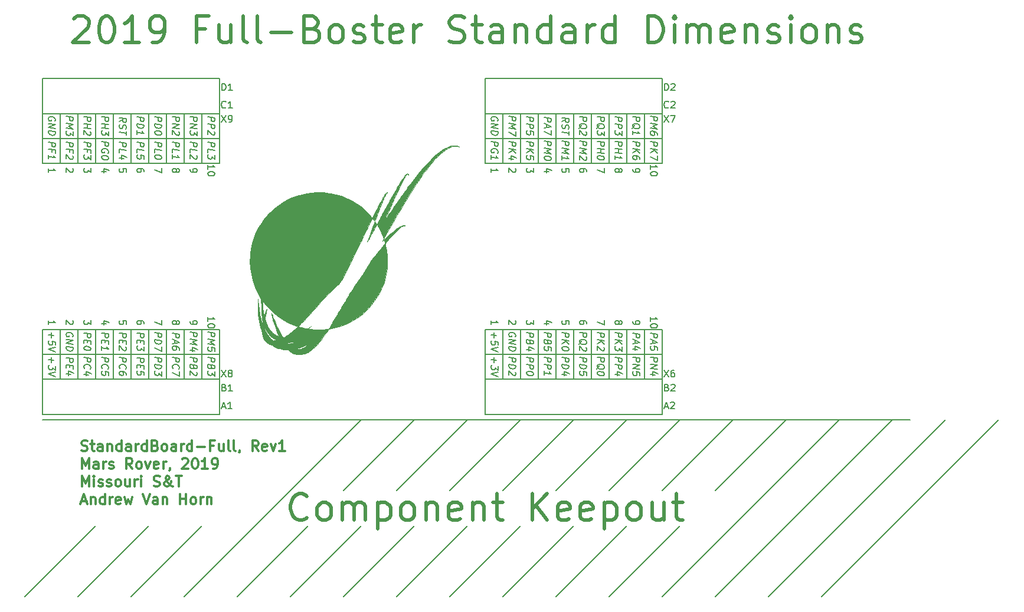
<source format=gbr>
G04 #@! TF.GenerationSoftware,KiCad,Pcbnew,(5.0.0)*
G04 #@! TF.CreationDate,2018-10-11T16:37:49-05:00*
G04 #@! TF.ProjectId,StandardBoard_FullTiva,5374616E64617264426F6172645F4675,rev?*
G04 #@! TF.SameCoordinates,Original*
G04 #@! TF.FileFunction,Legend,Top*
G04 #@! TF.FilePolarity,Positive*
%FSLAX46Y46*%
G04 Gerber Fmt 4.6, Leading zero omitted, Abs format (unit mm)*
G04 Created by KiCad (PCBNEW (5.0.0)) date 10/11/18 16:37:49*
%MOMM*%
%LPD*%
G01*
G04 APERTURE LIST*
%ADD10C,0.148400*%
%ADD11C,0.150000*%
%ADD12C,0.200000*%
%ADD13C,0.300000*%
%ADD14C,0.508000*%
%ADD15C,0.010000*%
G04 APERTURE END LIST*
D10*
X102417619Y-106913668D02*
X103417619Y-107038668D01*
X103417619Y-107419621D01*
X103370000Y-107508906D01*
X103322380Y-107550573D01*
X103227142Y-107586287D01*
X103084285Y-107568430D01*
X102989047Y-107508906D01*
X102941428Y-107455335D01*
X102893809Y-107354144D01*
X102893809Y-106973192D01*
X102941428Y-107979144D02*
X102941428Y-108312478D01*
X102417619Y-108389859D02*
X102417619Y-107913668D01*
X103417619Y-108038668D01*
X103417619Y-108514859D01*
X103322380Y-108883906D02*
X103370000Y-108937478D01*
X103417619Y-109038668D01*
X103417619Y-109276763D01*
X103370000Y-109366049D01*
X103322380Y-109407716D01*
X103227142Y-109443430D01*
X103131904Y-109431525D01*
X102989047Y-109366049D01*
X102417619Y-108723192D01*
X102417619Y-109342240D01*
X110037619Y-106937478D02*
X111037619Y-107062478D01*
X111037619Y-107443430D01*
X110990000Y-107532716D01*
X110942380Y-107574382D01*
X110847142Y-107610097D01*
X110704285Y-107592240D01*
X110609047Y-107532716D01*
X110561428Y-107479144D01*
X110513809Y-107377954D01*
X110513809Y-106997002D01*
X110323333Y-107925573D02*
X110323333Y-108401763D01*
X110037619Y-107794621D02*
X111037619Y-108252954D01*
X110037619Y-108461287D01*
X111037619Y-109348192D02*
X111037619Y-109157716D01*
X110990000Y-109056525D01*
X110942380Y-109002954D01*
X110799523Y-108889859D01*
X110609047Y-108818430D01*
X110228095Y-108770811D01*
X110132857Y-108806525D01*
X110085238Y-108848192D01*
X110037619Y-108937478D01*
X110037619Y-109127954D01*
X110085238Y-109229144D01*
X110132857Y-109282716D01*
X110228095Y-109342240D01*
X110466190Y-109372002D01*
X110561428Y-109336287D01*
X110609047Y-109294621D01*
X110656666Y-109205335D01*
X110656666Y-109014859D01*
X110609047Y-108913668D01*
X110561428Y-108860097D01*
X110466190Y-108800573D01*
X102417619Y-110422049D02*
X103417619Y-110547049D01*
X103417619Y-110928002D01*
X103370000Y-111017287D01*
X103322380Y-111058954D01*
X103227142Y-111094668D01*
X103084285Y-111076811D01*
X102989047Y-111017287D01*
X102941428Y-110963716D01*
X102893809Y-110862525D01*
X102893809Y-110481573D01*
X102512857Y-112005382D02*
X102465238Y-111951811D01*
X102417619Y-111803002D01*
X102417619Y-111707763D01*
X102465238Y-111570859D01*
X102560476Y-111487525D01*
X102655714Y-111451811D01*
X102846190Y-111428002D01*
X102989047Y-111445859D01*
X103179523Y-111517287D01*
X103274761Y-111576811D01*
X103370000Y-111683954D01*
X103417619Y-111832763D01*
X103417619Y-111928002D01*
X103370000Y-112064906D01*
X103322380Y-112106573D01*
X103417619Y-112975621D02*
X103417619Y-112785144D01*
X103370000Y-112683954D01*
X103322380Y-112630382D01*
X103179523Y-112517287D01*
X102989047Y-112445859D01*
X102608095Y-112398240D01*
X102512857Y-112433954D01*
X102465238Y-112475621D01*
X102417619Y-112564906D01*
X102417619Y-112755382D01*
X102465238Y-112856573D01*
X102512857Y-112910144D01*
X102608095Y-112969668D01*
X102846190Y-112999430D01*
X102941428Y-112963716D01*
X102989047Y-112922049D01*
X103036666Y-112832763D01*
X103036666Y-112642287D01*
X102989047Y-112541097D01*
X102941428Y-112487525D01*
X102846190Y-112428002D01*
X92638571Y-106866049D02*
X92638571Y-107627954D01*
X92257619Y-107199382D02*
X93019523Y-107294621D01*
X93257619Y-108657716D02*
X93257619Y-108181525D01*
X92781428Y-108074382D01*
X92829047Y-108127954D01*
X92876666Y-108229144D01*
X92876666Y-108467240D01*
X92829047Y-108556525D01*
X92781428Y-108598192D01*
X92686190Y-108633906D01*
X92448095Y-108604144D01*
X92352857Y-108544621D01*
X92305238Y-108491049D01*
X92257619Y-108389859D01*
X92257619Y-108151763D01*
X92305238Y-108062478D01*
X92352857Y-108020811D01*
X93257619Y-108991049D02*
X92257619Y-109199382D01*
X93257619Y-109657716D01*
X97337619Y-106913668D02*
X98337619Y-107038668D01*
X98337619Y-107419621D01*
X98290000Y-107508906D01*
X98242380Y-107550573D01*
X98147142Y-107586287D01*
X98004285Y-107568430D01*
X97909047Y-107508906D01*
X97861428Y-107455335D01*
X97813809Y-107354144D01*
X97813809Y-106973192D01*
X97861428Y-107979144D02*
X97861428Y-108312478D01*
X97337619Y-108389859D02*
X97337619Y-107913668D01*
X98337619Y-108038668D01*
X98337619Y-108514859D01*
X98337619Y-109133906D02*
X98337619Y-109229144D01*
X98290000Y-109318430D01*
X98242380Y-109360097D01*
X98147142Y-109395811D01*
X97956666Y-109419621D01*
X97718571Y-109389859D01*
X97528095Y-109318430D01*
X97432857Y-109258906D01*
X97385238Y-109205335D01*
X97337619Y-109104144D01*
X97337619Y-109008906D01*
X97385238Y-108919621D01*
X97432857Y-108877954D01*
X97528095Y-108842240D01*
X97718571Y-108818430D01*
X97956666Y-108848192D01*
X98147142Y-108919621D01*
X98242380Y-108979144D01*
X98290000Y-109032716D01*
X98337619Y-109133906D01*
X107497619Y-106866049D02*
X108497619Y-106991049D01*
X108497619Y-107372002D01*
X108450000Y-107461287D01*
X108402380Y-107502954D01*
X108307142Y-107538668D01*
X108164285Y-107520811D01*
X108069047Y-107461287D01*
X108021428Y-107407716D01*
X107973809Y-107306525D01*
X107973809Y-106925573D01*
X107497619Y-107866049D02*
X108497619Y-107991049D01*
X108497619Y-108229144D01*
X108450000Y-108366049D01*
X108354761Y-108449382D01*
X108259523Y-108485097D01*
X108069047Y-108508906D01*
X107926190Y-108491049D01*
X107735714Y-108419621D01*
X107640476Y-108360097D01*
X107545238Y-108252954D01*
X107497619Y-108104144D01*
X107497619Y-107866049D01*
X108497619Y-108895811D02*
X108497619Y-109562478D01*
X107497619Y-109008906D01*
X94797619Y-110469668D02*
X95797619Y-110594668D01*
X95797619Y-110975621D01*
X95750000Y-111064906D01*
X95702380Y-111106573D01*
X95607142Y-111142287D01*
X95464285Y-111124430D01*
X95369047Y-111064906D01*
X95321428Y-111011335D01*
X95273809Y-110910144D01*
X95273809Y-110529192D01*
X95321428Y-111535144D02*
X95321428Y-111868478D01*
X94797619Y-111945859D02*
X94797619Y-111469668D01*
X95797619Y-111594668D01*
X95797619Y-112070859D01*
X95464285Y-112886335D02*
X94797619Y-112803002D01*
X95845238Y-112695859D02*
X95130952Y-112368478D01*
X95130952Y-112987525D01*
X115117619Y-106794621D02*
X116117619Y-106919621D01*
X116117619Y-107300573D01*
X116070000Y-107389859D01*
X116022380Y-107431525D01*
X115927142Y-107467240D01*
X115784285Y-107449382D01*
X115689047Y-107389859D01*
X115641428Y-107336287D01*
X115593809Y-107235097D01*
X115593809Y-106854144D01*
X115117619Y-107794621D02*
X116117619Y-107919621D01*
X115403333Y-108163668D01*
X116117619Y-108586287D01*
X115117619Y-108461287D01*
X116117619Y-109538668D02*
X116117619Y-109062478D01*
X115641428Y-108955335D01*
X115689047Y-109008906D01*
X115736666Y-109110097D01*
X115736666Y-109348192D01*
X115689047Y-109437478D01*
X115641428Y-109479144D01*
X115546190Y-109514859D01*
X115308095Y-109485097D01*
X115212857Y-109425573D01*
X115165238Y-109372002D01*
X115117619Y-109270811D01*
X115117619Y-109032716D01*
X115165238Y-108943430D01*
X115212857Y-108901763D01*
X95750000Y-107461287D02*
X95797619Y-107372002D01*
X95797619Y-107229144D01*
X95750000Y-107080335D01*
X95654761Y-106973192D01*
X95559523Y-106913668D01*
X95369047Y-106842240D01*
X95226190Y-106824382D01*
X95035714Y-106848192D01*
X94940476Y-106883906D01*
X94845238Y-106967240D01*
X94797619Y-107104144D01*
X94797619Y-107199382D01*
X94845238Y-107348192D01*
X94892857Y-107401763D01*
X95226190Y-107443430D01*
X95226190Y-107252954D01*
X94797619Y-107818430D02*
X95797619Y-107943430D01*
X94797619Y-108389859D01*
X95797619Y-108514859D01*
X94797619Y-108866049D02*
X95797619Y-108991049D01*
X95797619Y-109229144D01*
X95750000Y-109366049D01*
X95654761Y-109449382D01*
X95559523Y-109485097D01*
X95369047Y-109508906D01*
X95226190Y-109491049D01*
X95035714Y-109419621D01*
X94940476Y-109360097D01*
X94845238Y-109252954D01*
X94797619Y-109104144D01*
X94797619Y-108866049D01*
X104957619Y-110469668D02*
X105957619Y-110594668D01*
X105957619Y-110975621D01*
X105910000Y-111064906D01*
X105862380Y-111106573D01*
X105767142Y-111142287D01*
X105624285Y-111124430D01*
X105529047Y-111064906D01*
X105481428Y-111011335D01*
X105433809Y-110910144D01*
X105433809Y-110529192D01*
X105481428Y-111535144D02*
X105481428Y-111868478D01*
X104957619Y-111945859D02*
X104957619Y-111469668D01*
X105957619Y-111594668D01*
X105957619Y-112070859D01*
X105957619Y-112975621D02*
X105957619Y-112499430D01*
X105481428Y-112392287D01*
X105529047Y-112445859D01*
X105576666Y-112547049D01*
X105576666Y-112785144D01*
X105529047Y-112874430D01*
X105481428Y-112916097D01*
X105386190Y-112951811D01*
X105148095Y-112922049D01*
X105052857Y-112862525D01*
X105005238Y-112808954D01*
X104957619Y-112707763D01*
X104957619Y-112469668D01*
X105005238Y-112380382D01*
X105052857Y-112338716D01*
X99877619Y-110422049D02*
X100877619Y-110547049D01*
X100877619Y-110928002D01*
X100830000Y-111017287D01*
X100782380Y-111058954D01*
X100687142Y-111094668D01*
X100544285Y-111076811D01*
X100449047Y-111017287D01*
X100401428Y-110963716D01*
X100353809Y-110862525D01*
X100353809Y-110481573D01*
X99972857Y-112005382D02*
X99925238Y-111951811D01*
X99877619Y-111803002D01*
X99877619Y-111707763D01*
X99925238Y-111570859D01*
X100020476Y-111487525D01*
X100115714Y-111451811D01*
X100306190Y-111428002D01*
X100449047Y-111445859D01*
X100639523Y-111517287D01*
X100734761Y-111576811D01*
X100830000Y-111683954D01*
X100877619Y-111832763D01*
X100877619Y-111928002D01*
X100830000Y-112064906D01*
X100782380Y-112106573D01*
X100877619Y-113023240D02*
X100877619Y-112547049D01*
X100401428Y-112439906D01*
X100449047Y-112493478D01*
X100496666Y-112594668D01*
X100496666Y-112832763D01*
X100449047Y-112922049D01*
X100401428Y-112963716D01*
X100306190Y-112999430D01*
X100068095Y-112969668D01*
X99972857Y-112910144D01*
X99925238Y-112856573D01*
X99877619Y-112755382D01*
X99877619Y-112517287D01*
X99925238Y-112428002D01*
X99972857Y-112386335D01*
X112577619Y-106794621D02*
X113577619Y-106919621D01*
X113577619Y-107300573D01*
X113530000Y-107389859D01*
X113482380Y-107431525D01*
X113387142Y-107467240D01*
X113244285Y-107449382D01*
X113149047Y-107389859D01*
X113101428Y-107336287D01*
X113053809Y-107235097D01*
X113053809Y-106854144D01*
X112577619Y-107794621D02*
X113577619Y-107919621D01*
X112863333Y-108163668D01*
X113577619Y-108586287D01*
X112577619Y-108461287D01*
X113244285Y-109449382D02*
X112577619Y-109366049D01*
X113625238Y-109258906D02*
X112910952Y-108931525D01*
X112910952Y-109550573D01*
X107497619Y-110422049D02*
X108497619Y-110547049D01*
X108497619Y-110928002D01*
X108450000Y-111017287D01*
X108402380Y-111058954D01*
X108307142Y-111094668D01*
X108164285Y-111076811D01*
X108069047Y-111017287D01*
X108021428Y-110963716D01*
X107973809Y-110862525D01*
X107973809Y-110481573D01*
X107497619Y-111422049D02*
X108497619Y-111547049D01*
X108497619Y-111785144D01*
X108450000Y-111922049D01*
X108354761Y-112005382D01*
X108259523Y-112041097D01*
X108069047Y-112064906D01*
X107926190Y-112047049D01*
X107735714Y-111975621D01*
X107640476Y-111916097D01*
X107545238Y-111808954D01*
X107497619Y-111660144D01*
X107497619Y-111422049D01*
X108497619Y-112451811D02*
X108497619Y-113070859D01*
X108116666Y-112689906D01*
X108116666Y-112832763D01*
X108069047Y-112922049D01*
X108021428Y-112963716D01*
X107926190Y-112999430D01*
X107688095Y-112969668D01*
X107592857Y-112910144D01*
X107545238Y-112856573D01*
X107497619Y-112755382D01*
X107497619Y-112469668D01*
X107545238Y-112380382D01*
X107592857Y-112338716D01*
X104957619Y-106913668D02*
X105957619Y-107038668D01*
X105957619Y-107419621D01*
X105910000Y-107508906D01*
X105862380Y-107550573D01*
X105767142Y-107586287D01*
X105624285Y-107568430D01*
X105529047Y-107508906D01*
X105481428Y-107455335D01*
X105433809Y-107354144D01*
X105433809Y-106973192D01*
X105481428Y-107979144D02*
X105481428Y-108312478D01*
X104957619Y-108389859D02*
X104957619Y-107913668D01*
X105957619Y-108038668D01*
X105957619Y-108514859D01*
X105957619Y-108848192D02*
X105957619Y-109467240D01*
X105576666Y-109086287D01*
X105576666Y-109229144D01*
X105529047Y-109318430D01*
X105481428Y-109360097D01*
X105386190Y-109395811D01*
X105148095Y-109366049D01*
X105052857Y-109306525D01*
X105005238Y-109252954D01*
X104957619Y-109151763D01*
X104957619Y-108866049D01*
X105005238Y-108776763D01*
X105052857Y-108735097D01*
X92638571Y-110422049D02*
X92638571Y-111183954D01*
X92257619Y-110755382D02*
X93019523Y-110850621D01*
X93257619Y-111642287D02*
X93257619Y-112261335D01*
X92876666Y-111880382D01*
X92876666Y-112023240D01*
X92829047Y-112112525D01*
X92781428Y-112154192D01*
X92686190Y-112189906D01*
X92448095Y-112160144D01*
X92352857Y-112100621D01*
X92305238Y-112047049D01*
X92257619Y-111945859D01*
X92257619Y-111660144D01*
X92305238Y-111570859D01*
X92352857Y-111529192D01*
X93257619Y-112547049D02*
X92257619Y-112755382D01*
X93257619Y-113213716D01*
X97337619Y-110422049D02*
X98337619Y-110547049D01*
X98337619Y-110928002D01*
X98290000Y-111017287D01*
X98242380Y-111058954D01*
X98147142Y-111094668D01*
X98004285Y-111076811D01*
X97909047Y-111017287D01*
X97861428Y-110963716D01*
X97813809Y-110862525D01*
X97813809Y-110481573D01*
X97432857Y-112005382D02*
X97385238Y-111951811D01*
X97337619Y-111803002D01*
X97337619Y-111707763D01*
X97385238Y-111570859D01*
X97480476Y-111487525D01*
X97575714Y-111451811D01*
X97766190Y-111428002D01*
X97909047Y-111445859D01*
X98099523Y-111517287D01*
X98194761Y-111576811D01*
X98290000Y-111683954D01*
X98337619Y-111832763D01*
X98337619Y-111928002D01*
X98290000Y-112064906D01*
X98242380Y-112106573D01*
X98004285Y-112933954D02*
X97337619Y-112850621D01*
X98385238Y-112743478D02*
X97670952Y-112416097D01*
X97670952Y-113035144D01*
D11*
X103417619Y-105648095D02*
X103417619Y-105171904D01*
X102941428Y-105124285D01*
X102989047Y-105171904D01*
X103036666Y-105267142D01*
X103036666Y-105505238D01*
X102989047Y-105600476D01*
X102941428Y-105648095D01*
X102846190Y-105695714D01*
X102608095Y-105695714D01*
X102512857Y-105648095D01*
X102465238Y-105600476D01*
X102417619Y-105505238D01*
X102417619Y-105267142D01*
X102465238Y-105171904D01*
X102512857Y-105124285D01*
X98337619Y-105076666D02*
X98337619Y-105695714D01*
X97956666Y-105362380D01*
X97956666Y-105505238D01*
X97909047Y-105600476D01*
X97861428Y-105648095D01*
X97766190Y-105695714D01*
X97528095Y-105695714D01*
X97432857Y-105648095D01*
X97385238Y-105600476D01*
X97337619Y-105505238D01*
X97337619Y-105219523D01*
X97385238Y-105124285D01*
X97432857Y-105076666D01*
X115117619Y-105219523D02*
X115117619Y-104648095D01*
X115117619Y-104933809D02*
X116117619Y-104933809D01*
X115974761Y-104838571D01*
X115879523Y-104743333D01*
X115831904Y-104648095D01*
X116117619Y-105838571D02*
X116117619Y-105933809D01*
X116070000Y-106029047D01*
X116022380Y-106076666D01*
X115927142Y-106124285D01*
X115736666Y-106171904D01*
X115498571Y-106171904D01*
X115308095Y-106124285D01*
X115212857Y-106076666D01*
X115165238Y-106029047D01*
X115117619Y-105933809D01*
X115117619Y-105838571D01*
X115165238Y-105743333D01*
X115212857Y-105695714D01*
X115308095Y-105648095D01*
X115498571Y-105600476D01*
X115736666Y-105600476D01*
X115927142Y-105648095D01*
X116022380Y-105695714D01*
X116070000Y-105743333D01*
X116117619Y-105838571D01*
X92257619Y-105695714D02*
X92257619Y-105124285D01*
X92257619Y-105410000D02*
X93257619Y-105410000D01*
X93114761Y-105314761D01*
X93019523Y-105219523D01*
X92971904Y-105124285D01*
D10*
X115117619Y-110422049D02*
X116117619Y-110547049D01*
X116117619Y-110928002D01*
X116070000Y-111017287D01*
X116022380Y-111058954D01*
X115927142Y-111094668D01*
X115784285Y-111076811D01*
X115689047Y-111017287D01*
X115641428Y-110963716D01*
X115593809Y-110862525D01*
X115593809Y-110481573D01*
X115641428Y-111820859D02*
X115593809Y-111957763D01*
X115546190Y-111999430D01*
X115450952Y-112035144D01*
X115308095Y-112017287D01*
X115212857Y-111957763D01*
X115165238Y-111904192D01*
X115117619Y-111803002D01*
X115117619Y-111422049D01*
X116117619Y-111547049D01*
X116117619Y-111880382D01*
X116070000Y-111969668D01*
X116022380Y-112011335D01*
X115927142Y-112047049D01*
X115831904Y-112035144D01*
X115736666Y-111975621D01*
X115689047Y-111922049D01*
X115641428Y-111820859D01*
X115641428Y-111487525D01*
X116117619Y-112451811D02*
X116117619Y-113070859D01*
X115736666Y-112689906D01*
X115736666Y-112832763D01*
X115689047Y-112922049D01*
X115641428Y-112963716D01*
X115546190Y-112999430D01*
X115308095Y-112969668D01*
X115212857Y-112910144D01*
X115165238Y-112856573D01*
X115117619Y-112755382D01*
X115117619Y-112469668D01*
X115165238Y-112380382D01*
X115212857Y-112338716D01*
D11*
X100544285Y-105600476D02*
X99877619Y-105600476D01*
X100925238Y-105362380D02*
X100210952Y-105124285D01*
X100210952Y-105743333D01*
X112577619Y-105219523D02*
X112577619Y-105410000D01*
X112625238Y-105505238D01*
X112672857Y-105552857D01*
X112815714Y-105648095D01*
X113006190Y-105695714D01*
X113387142Y-105695714D01*
X113482380Y-105648095D01*
X113530000Y-105600476D01*
X113577619Y-105505238D01*
X113577619Y-105314761D01*
X113530000Y-105219523D01*
X113482380Y-105171904D01*
X113387142Y-105124285D01*
X113149047Y-105124285D01*
X113053809Y-105171904D01*
X113006190Y-105219523D01*
X112958571Y-105314761D01*
X112958571Y-105505238D01*
X113006190Y-105600476D01*
X113053809Y-105648095D01*
X113149047Y-105695714D01*
D10*
X99877619Y-106913668D02*
X100877619Y-107038668D01*
X100877619Y-107419621D01*
X100830000Y-107508906D01*
X100782380Y-107550573D01*
X100687142Y-107586287D01*
X100544285Y-107568430D01*
X100449047Y-107508906D01*
X100401428Y-107455335D01*
X100353809Y-107354144D01*
X100353809Y-106973192D01*
X100401428Y-107979144D02*
X100401428Y-108312478D01*
X99877619Y-108389859D02*
X99877619Y-107913668D01*
X100877619Y-108038668D01*
X100877619Y-108514859D01*
X99877619Y-109342240D02*
X99877619Y-108770811D01*
X99877619Y-109056525D02*
X100877619Y-109181525D01*
X100734761Y-109068430D01*
X100639523Y-108961287D01*
X100591904Y-108860097D01*
D11*
X108497619Y-105076666D02*
X108497619Y-105743333D01*
X107497619Y-105314761D01*
X95702380Y-105124285D02*
X95750000Y-105171904D01*
X95797619Y-105267142D01*
X95797619Y-105505238D01*
X95750000Y-105600476D01*
X95702380Y-105648095D01*
X95607142Y-105695714D01*
X95511904Y-105695714D01*
X95369047Y-105648095D01*
X94797619Y-105076666D01*
X94797619Y-105695714D01*
X110609047Y-105314761D02*
X110656666Y-105219523D01*
X110704285Y-105171904D01*
X110799523Y-105124285D01*
X110847142Y-105124285D01*
X110942380Y-105171904D01*
X110990000Y-105219523D01*
X111037619Y-105314761D01*
X111037619Y-105505238D01*
X110990000Y-105600476D01*
X110942380Y-105648095D01*
X110847142Y-105695714D01*
X110799523Y-105695714D01*
X110704285Y-105648095D01*
X110656666Y-105600476D01*
X110609047Y-105505238D01*
X110609047Y-105314761D01*
X110561428Y-105219523D01*
X110513809Y-105171904D01*
X110418571Y-105124285D01*
X110228095Y-105124285D01*
X110132857Y-105171904D01*
X110085238Y-105219523D01*
X110037619Y-105314761D01*
X110037619Y-105505238D01*
X110085238Y-105600476D01*
X110132857Y-105648095D01*
X110228095Y-105695714D01*
X110418571Y-105695714D01*
X110513809Y-105648095D01*
X110561428Y-105600476D01*
X110609047Y-105505238D01*
X105957619Y-105600476D02*
X105957619Y-105410000D01*
X105910000Y-105314761D01*
X105862380Y-105267142D01*
X105719523Y-105171904D01*
X105529047Y-105124285D01*
X105148095Y-105124285D01*
X105052857Y-105171904D01*
X105005238Y-105219523D01*
X104957619Y-105314761D01*
X104957619Y-105505238D01*
X105005238Y-105600476D01*
X105052857Y-105648095D01*
X105148095Y-105695714D01*
X105386190Y-105695714D01*
X105481428Y-105648095D01*
X105529047Y-105600476D01*
X105576666Y-105505238D01*
X105576666Y-105314761D01*
X105529047Y-105219523D01*
X105481428Y-105171904D01*
X105386190Y-105124285D01*
D10*
X112577619Y-110422049D02*
X113577619Y-110547049D01*
X113577619Y-110928002D01*
X113530000Y-111017287D01*
X113482380Y-111058954D01*
X113387142Y-111094668D01*
X113244285Y-111076811D01*
X113149047Y-111017287D01*
X113101428Y-110963716D01*
X113053809Y-110862525D01*
X113053809Y-110481573D01*
X113101428Y-111820859D02*
X113053809Y-111957763D01*
X113006190Y-111999430D01*
X112910952Y-112035144D01*
X112768095Y-112017287D01*
X112672857Y-111957763D01*
X112625238Y-111904192D01*
X112577619Y-111803002D01*
X112577619Y-111422049D01*
X113577619Y-111547049D01*
X113577619Y-111880382D01*
X113530000Y-111969668D01*
X113482380Y-112011335D01*
X113387142Y-112047049D01*
X113291904Y-112035144D01*
X113196666Y-111975621D01*
X113149047Y-111922049D01*
X113101428Y-111820859D01*
X113101428Y-111487525D01*
X113482380Y-112487525D02*
X113530000Y-112541097D01*
X113577619Y-112642287D01*
X113577619Y-112880382D01*
X113530000Y-112969668D01*
X113482380Y-113011335D01*
X113387142Y-113047049D01*
X113291904Y-113035144D01*
X113149047Y-112969668D01*
X112577619Y-112326811D01*
X112577619Y-112945859D01*
X110037619Y-110422049D02*
X111037619Y-110547049D01*
X111037619Y-110928002D01*
X110990000Y-111017287D01*
X110942380Y-111058954D01*
X110847142Y-111094668D01*
X110704285Y-111076811D01*
X110609047Y-111017287D01*
X110561428Y-110963716D01*
X110513809Y-110862525D01*
X110513809Y-110481573D01*
X110132857Y-112005382D02*
X110085238Y-111951811D01*
X110037619Y-111803002D01*
X110037619Y-111707763D01*
X110085238Y-111570859D01*
X110180476Y-111487525D01*
X110275714Y-111451811D01*
X110466190Y-111428002D01*
X110609047Y-111445859D01*
X110799523Y-111517287D01*
X110894761Y-111576811D01*
X110990000Y-111683954D01*
X111037619Y-111832763D01*
X111037619Y-111928002D01*
X110990000Y-112064906D01*
X110942380Y-112106573D01*
X111037619Y-112451811D02*
X111037619Y-113118478D01*
X110037619Y-112564906D01*
D11*
X109220000Y-106426000D02*
X109220000Y-113538000D01*
X106680000Y-106426000D02*
X106680000Y-113538000D01*
X93980000Y-106426000D02*
X93980000Y-113538000D01*
X111760000Y-106426000D02*
X111760000Y-113538000D01*
X116840000Y-106426000D02*
X116840000Y-113538000D01*
X104140000Y-106426000D02*
X104140000Y-113538000D01*
X114300000Y-106426000D02*
X114300000Y-113538000D01*
X91440000Y-109728000D02*
X91440000Y-106426000D01*
X91440000Y-113538000D02*
X91440000Y-109728000D01*
X101600000Y-106426000D02*
X101600000Y-113538000D01*
X116840000Y-106426000D02*
X91440000Y-106426000D01*
X99060000Y-106426000D02*
X99060000Y-113538000D01*
X91440000Y-109982000D02*
X116840000Y-109982000D01*
X96520000Y-106426000D02*
X96520000Y-113538000D01*
X176077619Y-105219523D02*
X176077619Y-105410000D01*
X176125238Y-105505238D01*
X176172857Y-105552857D01*
X176315714Y-105648095D01*
X176506190Y-105695714D01*
X176887142Y-105695714D01*
X176982380Y-105648095D01*
X177030000Y-105600476D01*
X177077619Y-105505238D01*
X177077619Y-105314761D01*
X177030000Y-105219523D01*
X176982380Y-105171904D01*
X176887142Y-105124285D01*
X176649047Y-105124285D01*
X176553809Y-105171904D01*
X176506190Y-105219523D01*
X176458571Y-105314761D01*
X176458571Y-105505238D01*
X176506190Y-105600476D01*
X176553809Y-105648095D01*
X176649047Y-105695714D01*
X171997619Y-105076666D02*
X171997619Y-105743333D01*
X170997619Y-105314761D01*
X159202380Y-105124285D02*
X159250000Y-105171904D01*
X159297619Y-105267142D01*
X159297619Y-105505238D01*
X159250000Y-105600476D01*
X159202380Y-105648095D01*
X159107142Y-105695714D01*
X159011904Y-105695714D01*
X158869047Y-105648095D01*
X158297619Y-105076666D01*
X158297619Y-105695714D01*
X174109047Y-105314761D02*
X174156666Y-105219523D01*
X174204285Y-105171904D01*
X174299523Y-105124285D01*
X174347142Y-105124285D01*
X174442380Y-105171904D01*
X174490000Y-105219523D01*
X174537619Y-105314761D01*
X174537619Y-105505238D01*
X174490000Y-105600476D01*
X174442380Y-105648095D01*
X174347142Y-105695714D01*
X174299523Y-105695714D01*
X174204285Y-105648095D01*
X174156666Y-105600476D01*
X174109047Y-105505238D01*
X174109047Y-105314761D01*
X174061428Y-105219523D01*
X174013809Y-105171904D01*
X173918571Y-105124285D01*
X173728095Y-105124285D01*
X173632857Y-105171904D01*
X173585238Y-105219523D01*
X173537619Y-105314761D01*
X173537619Y-105505238D01*
X173585238Y-105600476D01*
X173632857Y-105648095D01*
X173728095Y-105695714D01*
X173918571Y-105695714D01*
X174013809Y-105648095D01*
X174061428Y-105600476D01*
X174109047Y-105505238D01*
X169457619Y-105600476D02*
X169457619Y-105410000D01*
X169410000Y-105314761D01*
X169362380Y-105267142D01*
X169219523Y-105171904D01*
X169029047Y-105124285D01*
X168648095Y-105124285D01*
X168552857Y-105171904D01*
X168505238Y-105219523D01*
X168457619Y-105314761D01*
X168457619Y-105505238D01*
X168505238Y-105600476D01*
X168552857Y-105648095D01*
X168648095Y-105695714D01*
X168886190Y-105695714D01*
X168981428Y-105648095D01*
X169029047Y-105600476D01*
X169076666Y-105505238D01*
X169076666Y-105314761D01*
X169029047Y-105219523D01*
X168981428Y-105171904D01*
X168886190Y-105124285D01*
X164044285Y-105600476D02*
X163377619Y-105600476D01*
X164425238Y-105362380D02*
X163710952Y-105124285D01*
X163710952Y-105743333D01*
X166917619Y-105648095D02*
X166917619Y-105171904D01*
X166441428Y-105124285D01*
X166489047Y-105171904D01*
X166536666Y-105267142D01*
X166536666Y-105505238D01*
X166489047Y-105600476D01*
X166441428Y-105648095D01*
X166346190Y-105695714D01*
X166108095Y-105695714D01*
X166012857Y-105648095D01*
X165965238Y-105600476D01*
X165917619Y-105505238D01*
X165917619Y-105267142D01*
X165965238Y-105171904D01*
X166012857Y-105124285D01*
X161837619Y-105076666D02*
X161837619Y-105695714D01*
X161456666Y-105362380D01*
X161456666Y-105505238D01*
X161409047Y-105600476D01*
X161361428Y-105648095D01*
X161266190Y-105695714D01*
X161028095Y-105695714D01*
X160932857Y-105648095D01*
X160885238Y-105600476D01*
X160837619Y-105505238D01*
X160837619Y-105219523D01*
X160885238Y-105124285D01*
X160932857Y-105076666D01*
X178617619Y-105219523D02*
X178617619Y-104648095D01*
X178617619Y-104933809D02*
X179617619Y-104933809D01*
X179474761Y-104838571D01*
X179379523Y-104743333D01*
X179331904Y-104648095D01*
X179617619Y-105838571D02*
X179617619Y-105933809D01*
X179570000Y-106029047D01*
X179522380Y-106076666D01*
X179427142Y-106124285D01*
X179236666Y-106171904D01*
X178998571Y-106171904D01*
X178808095Y-106124285D01*
X178712857Y-106076666D01*
X178665238Y-106029047D01*
X178617619Y-105933809D01*
X178617619Y-105838571D01*
X178665238Y-105743333D01*
X178712857Y-105695714D01*
X178808095Y-105648095D01*
X178998571Y-105600476D01*
X179236666Y-105600476D01*
X179427142Y-105648095D01*
X179522380Y-105695714D01*
X179570000Y-105743333D01*
X179617619Y-105838571D01*
X155757619Y-105695714D02*
X155757619Y-105124285D01*
X155757619Y-105410000D02*
X156757619Y-105410000D01*
X156614761Y-105314761D01*
X156519523Y-105219523D01*
X156471904Y-105124285D01*
D10*
X176077619Y-110398240D02*
X177077619Y-110523240D01*
X177077619Y-110904192D01*
X177030000Y-110993478D01*
X176982380Y-111035144D01*
X176887142Y-111070859D01*
X176744285Y-111053002D01*
X176649047Y-110993478D01*
X176601428Y-110939906D01*
X176553809Y-110838716D01*
X176553809Y-110457763D01*
X176077619Y-111398240D02*
X177077619Y-111523240D01*
X176077619Y-111969668D01*
X177077619Y-112094668D01*
X177077619Y-113047049D02*
X177077619Y-112570859D01*
X176601428Y-112463716D01*
X176649047Y-112517287D01*
X176696666Y-112618478D01*
X176696666Y-112856573D01*
X176649047Y-112945859D01*
X176601428Y-112987525D01*
X176506190Y-113023240D01*
X176268095Y-112993478D01*
X176172857Y-112933954D01*
X176125238Y-112880382D01*
X176077619Y-112779192D01*
X176077619Y-112541097D01*
X176125238Y-112451811D01*
X176172857Y-112410144D01*
X178617619Y-110398240D02*
X179617619Y-110523240D01*
X179617619Y-110904192D01*
X179570000Y-110993478D01*
X179522380Y-111035144D01*
X179427142Y-111070859D01*
X179284285Y-111053002D01*
X179189047Y-110993478D01*
X179141428Y-110939906D01*
X179093809Y-110838716D01*
X179093809Y-110457763D01*
X178617619Y-111398240D02*
X179617619Y-111523240D01*
X178617619Y-111969668D01*
X179617619Y-112094668D01*
X179284285Y-112957763D02*
X178617619Y-112874430D01*
X179665238Y-112767287D02*
X178950952Y-112439906D01*
X178950952Y-113058954D01*
X173537619Y-110422049D02*
X174537619Y-110547049D01*
X174537619Y-110928002D01*
X174490000Y-111017287D01*
X174442380Y-111058954D01*
X174347142Y-111094668D01*
X174204285Y-111076811D01*
X174109047Y-111017287D01*
X174061428Y-110963716D01*
X174013809Y-110862525D01*
X174013809Y-110481573D01*
X173537619Y-111422049D02*
X174537619Y-111547049D01*
X174537619Y-111928002D01*
X174490000Y-112017287D01*
X174442380Y-112058954D01*
X174347142Y-112094668D01*
X174204285Y-112076811D01*
X174109047Y-112017287D01*
X174061428Y-111963716D01*
X174013809Y-111862525D01*
X174013809Y-111481573D01*
X174204285Y-112933954D02*
X173537619Y-112850621D01*
X174585238Y-112743478D02*
X173870952Y-112416097D01*
X173870952Y-113035144D01*
X163377619Y-106866049D02*
X164377619Y-106991049D01*
X164377619Y-107372002D01*
X164330000Y-107461287D01*
X164282380Y-107502954D01*
X164187142Y-107538668D01*
X164044285Y-107520811D01*
X163949047Y-107461287D01*
X163901428Y-107407716D01*
X163853809Y-107306525D01*
X163853809Y-106925573D01*
X163901428Y-108264859D02*
X163853809Y-108401763D01*
X163806190Y-108443430D01*
X163710952Y-108479144D01*
X163568095Y-108461287D01*
X163472857Y-108401763D01*
X163425238Y-108348192D01*
X163377619Y-108247002D01*
X163377619Y-107866049D01*
X164377619Y-107991049D01*
X164377619Y-108324382D01*
X164330000Y-108413668D01*
X164282380Y-108455335D01*
X164187142Y-108491049D01*
X164091904Y-108479144D01*
X163996666Y-108419621D01*
X163949047Y-108366049D01*
X163901428Y-108264859D01*
X163901428Y-107931525D01*
X164377619Y-109467240D02*
X164377619Y-108991049D01*
X163901428Y-108883906D01*
X163949047Y-108937478D01*
X163996666Y-109038668D01*
X163996666Y-109276763D01*
X163949047Y-109366049D01*
X163901428Y-109407716D01*
X163806190Y-109443430D01*
X163568095Y-109413668D01*
X163472857Y-109354144D01*
X163425238Y-109300573D01*
X163377619Y-109199382D01*
X163377619Y-108961287D01*
X163425238Y-108872002D01*
X163472857Y-108830335D01*
X173537619Y-106866049D02*
X174537619Y-106991049D01*
X174537619Y-107372002D01*
X174490000Y-107461287D01*
X174442380Y-107502954D01*
X174347142Y-107538668D01*
X174204285Y-107520811D01*
X174109047Y-107461287D01*
X174061428Y-107407716D01*
X174013809Y-107306525D01*
X174013809Y-106925573D01*
X173537619Y-107866049D02*
X174537619Y-107991049D01*
X173537619Y-108437478D02*
X174109047Y-108080335D01*
X174537619Y-108562478D02*
X173966190Y-107919621D01*
X174537619Y-108895811D02*
X174537619Y-109514859D01*
X174156666Y-109133906D01*
X174156666Y-109276763D01*
X174109047Y-109366049D01*
X174061428Y-109407716D01*
X173966190Y-109443430D01*
X173728095Y-109413668D01*
X173632857Y-109354144D01*
X173585238Y-109300573D01*
X173537619Y-109199382D01*
X173537619Y-108913668D01*
X173585238Y-108824382D01*
X173632857Y-108782716D01*
X165917619Y-110422049D02*
X166917619Y-110547049D01*
X166917619Y-110928002D01*
X166870000Y-111017287D01*
X166822380Y-111058954D01*
X166727142Y-111094668D01*
X166584285Y-111076811D01*
X166489047Y-111017287D01*
X166441428Y-110963716D01*
X166393809Y-110862525D01*
X166393809Y-110481573D01*
X165917619Y-111422049D02*
X166917619Y-111547049D01*
X166917619Y-111785144D01*
X166870000Y-111922049D01*
X166774761Y-112005382D01*
X166679523Y-112041097D01*
X166489047Y-112064906D01*
X166346190Y-112047049D01*
X166155714Y-111975621D01*
X166060476Y-111916097D01*
X165965238Y-111808954D01*
X165917619Y-111660144D01*
X165917619Y-111422049D01*
X166584285Y-112933954D02*
X165917619Y-112850621D01*
X166965238Y-112743478D02*
X166250952Y-112416097D01*
X166250952Y-113035144D01*
X156138571Y-106866049D02*
X156138571Y-107627954D01*
X155757619Y-107199382D02*
X156519523Y-107294621D01*
X156757619Y-108657716D02*
X156757619Y-108181525D01*
X156281428Y-108074382D01*
X156329047Y-108127954D01*
X156376666Y-108229144D01*
X156376666Y-108467240D01*
X156329047Y-108556525D01*
X156281428Y-108598192D01*
X156186190Y-108633906D01*
X155948095Y-108604144D01*
X155852857Y-108544621D01*
X155805238Y-108491049D01*
X155757619Y-108389859D01*
X155757619Y-108151763D01*
X155805238Y-108062478D01*
X155852857Y-108020811D01*
X156757619Y-108991049D02*
X155757619Y-109199382D01*
X156757619Y-109657716D01*
X160837619Y-106866049D02*
X161837619Y-106991049D01*
X161837619Y-107372002D01*
X161790000Y-107461287D01*
X161742380Y-107502954D01*
X161647142Y-107538668D01*
X161504285Y-107520811D01*
X161409047Y-107461287D01*
X161361428Y-107407716D01*
X161313809Y-107306525D01*
X161313809Y-106925573D01*
X161361428Y-108264859D02*
X161313809Y-108401763D01*
X161266190Y-108443430D01*
X161170952Y-108479144D01*
X161028095Y-108461287D01*
X160932857Y-108401763D01*
X160885238Y-108348192D01*
X160837619Y-108247002D01*
X160837619Y-107866049D01*
X161837619Y-107991049D01*
X161837619Y-108324382D01*
X161790000Y-108413668D01*
X161742380Y-108455335D01*
X161647142Y-108491049D01*
X161551904Y-108479144D01*
X161456666Y-108419621D01*
X161409047Y-108366049D01*
X161361428Y-108264859D01*
X161361428Y-107931525D01*
X161504285Y-109377954D02*
X160837619Y-109294621D01*
X161885238Y-109187478D02*
X161170952Y-108860097D01*
X161170952Y-109479144D01*
X158297619Y-110422049D02*
X159297619Y-110547049D01*
X159297619Y-110928002D01*
X159250000Y-111017287D01*
X159202380Y-111058954D01*
X159107142Y-111094668D01*
X158964285Y-111076811D01*
X158869047Y-111017287D01*
X158821428Y-110963716D01*
X158773809Y-110862525D01*
X158773809Y-110481573D01*
X158297619Y-111422049D02*
X159297619Y-111547049D01*
X159297619Y-111785144D01*
X159250000Y-111922049D01*
X159154761Y-112005382D01*
X159059523Y-112041097D01*
X158869047Y-112064906D01*
X158726190Y-112047049D01*
X158535714Y-111975621D01*
X158440476Y-111916097D01*
X158345238Y-111808954D01*
X158297619Y-111660144D01*
X158297619Y-111422049D01*
X159202380Y-112487525D02*
X159250000Y-112541097D01*
X159297619Y-112642287D01*
X159297619Y-112880382D01*
X159250000Y-112969668D01*
X159202380Y-113011335D01*
X159107142Y-113047049D01*
X159011904Y-113035144D01*
X158869047Y-112969668D01*
X158297619Y-112326811D01*
X158297619Y-112945859D01*
X168457619Y-110422049D02*
X169457619Y-110547049D01*
X169457619Y-110928002D01*
X169410000Y-111017287D01*
X169362380Y-111058954D01*
X169267142Y-111094668D01*
X169124285Y-111076811D01*
X169029047Y-111017287D01*
X168981428Y-110963716D01*
X168933809Y-110862525D01*
X168933809Y-110481573D01*
X168457619Y-111422049D02*
X169457619Y-111547049D01*
X169457619Y-111785144D01*
X169410000Y-111922049D01*
X169314761Y-112005382D01*
X169219523Y-112041097D01*
X169029047Y-112064906D01*
X168886190Y-112047049D01*
X168695714Y-111975621D01*
X168600476Y-111916097D01*
X168505238Y-111808954D01*
X168457619Y-111660144D01*
X168457619Y-111422049D01*
X169457619Y-113023240D02*
X169457619Y-112547049D01*
X168981428Y-112439906D01*
X169029047Y-112493478D01*
X169076666Y-112594668D01*
X169076666Y-112832763D01*
X169029047Y-112922049D01*
X168981428Y-112963716D01*
X168886190Y-112999430D01*
X168648095Y-112969668D01*
X168552857Y-112910144D01*
X168505238Y-112856573D01*
X168457619Y-112755382D01*
X168457619Y-112517287D01*
X168505238Y-112428002D01*
X168552857Y-112386335D01*
X170997619Y-106866049D02*
X171997619Y-106991049D01*
X171997619Y-107372002D01*
X171950000Y-107461287D01*
X171902380Y-107502954D01*
X171807142Y-107538668D01*
X171664285Y-107520811D01*
X171569047Y-107461287D01*
X171521428Y-107407716D01*
X171473809Y-107306525D01*
X171473809Y-106925573D01*
X170997619Y-107866049D02*
X171997619Y-107991049D01*
X170997619Y-108437478D02*
X171569047Y-108080335D01*
X171997619Y-108562478D02*
X171426190Y-107919621D01*
X171902380Y-108931525D02*
X171950000Y-108985097D01*
X171997619Y-109086287D01*
X171997619Y-109324382D01*
X171950000Y-109413668D01*
X171902380Y-109455335D01*
X171807142Y-109491049D01*
X171711904Y-109479144D01*
X171569047Y-109413668D01*
X170997619Y-108770811D01*
X170997619Y-109389859D01*
X163377619Y-110422049D02*
X164377619Y-110547049D01*
X164377619Y-110928002D01*
X164330000Y-111017287D01*
X164282380Y-111058954D01*
X164187142Y-111094668D01*
X164044285Y-111076811D01*
X163949047Y-111017287D01*
X163901428Y-110963716D01*
X163853809Y-110862525D01*
X163853809Y-110481573D01*
X163377619Y-111422049D02*
X164377619Y-111547049D01*
X164377619Y-111928002D01*
X164330000Y-112017287D01*
X164282380Y-112058954D01*
X164187142Y-112094668D01*
X164044285Y-112076811D01*
X163949047Y-112017287D01*
X163901428Y-111963716D01*
X163853809Y-111862525D01*
X163853809Y-111481573D01*
X163377619Y-112945859D02*
X163377619Y-112374430D01*
X163377619Y-112660144D02*
X164377619Y-112785144D01*
X164234761Y-112672049D01*
X164139523Y-112564906D01*
X164091904Y-112463716D01*
X170997619Y-110398240D02*
X171997619Y-110523240D01*
X171997619Y-110904192D01*
X171950000Y-110993478D01*
X171902380Y-111035144D01*
X171807142Y-111070859D01*
X171664285Y-111053002D01*
X171569047Y-110993478D01*
X171521428Y-110939906D01*
X171473809Y-110838716D01*
X171473809Y-110457763D01*
X170902380Y-112053002D02*
X170950000Y-111963716D01*
X171045238Y-111880382D01*
X171188095Y-111755382D01*
X171235714Y-111666097D01*
X171235714Y-111570859D01*
X170997619Y-111588716D02*
X171045238Y-111499430D01*
X171140476Y-111416097D01*
X171330952Y-111392287D01*
X171664285Y-111433954D01*
X171854761Y-111505382D01*
X171950000Y-111612525D01*
X171997619Y-111713716D01*
X171997619Y-111904192D01*
X171950000Y-111993478D01*
X171854761Y-112076811D01*
X171664285Y-112100621D01*
X171330952Y-112058954D01*
X171140476Y-111987525D01*
X171045238Y-111880382D01*
X170997619Y-111779192D01*
X170997619Y-111588716D01*
X171997619Y-112761335D02*
X171997619Y-112856573D01*
X171950000Y-112945859D01*
X171902380Y-112987525D01*
X171807142Y-113023240D01*
X171616666Y-113047049D01*
X171378571Y-113017287D01*
X171188095Y-112945859D01*
X171092857Y-112886335D01*
X171045238Y-112832763D01*
X170997619Y-112731573D01*
X170997619Y-112636335D01*
X171045238Y-112547049D01*
X171092857Y-112505382D01*
X171188095Y-112469668D01*
X171378571Y-112445859D01*
X171616666Y-112475621D01*
X171807142Y-112547049D01*
X171902380Y-112606573D01*
X171950000Y-112660144D01*
X171997619Y-112761335D01*
X159250000Y-107461287D02*
X159297619Y-107372002D01*
X159297619Y-107229144D01*
X159250000Y-107080335D01*
X159154761Y-106973192D01*
X159059523Y-106913668D01*
X158869047Y-106842240D01*
X158726190Y-106824382D01*
X158535714Y-106848192D01*
X158440476Y-106883906D01*
X158345238Y-106967240D01*
X158297619Y-107104144D01*
X158297619Y-107199382D01*
X158345238Y-107348192D01*
X158392857Y-107401763D01*
X158726190Y-107443430D01*
X158726190Y-107252954D01*
X158297619Y-107818430D02*
X159297619Y-107943430D01*
X158297619Y-108389859D01*
X159297619Y-108514859D01*
X158297619Y-108866049D02*
X159297619Y-108991049D01*
X159297619Y-109229144D01*
X159250000Y-109366049D01*
X159154761Y-109449382D01*
X159059523Y-109485097D01*
X158869047Y-109508906D01*
X158726190Y-109491049D01*
X158535714Y-109419621D01*
X158440476Y-109360097D01*
X158345238Y-109252954D01*
X158297619Y-109104144D01*
X158297619Y-108866049D01*
X165917619Y-106866049D02*
X166917619Y-106991049D01*
X166917619Y-107372002D01*
X166870000Y-107461287D01*
X166822380Y-107502954D01*
X166727142Y-107538668D01*
X166584285Y-107520811D01*
X166489047Y-107461287D01*
X166441428Y-107407716D01*
X166393809Y-107306525D01*
X166393809Y-106925573D01*
X165917619Y-107866049D02*
X166917619Y-107991049D01*
X165917619Y-108437478D02*
X166489047Y-108080335D01*
X166917619Y-108562478D02*
X166346190Y-107919621D01*
X166917619Y-109181525D02*
X166917619Y-109276763D01*
X166870000Y-109366049D01*
X166822380Y-109407716D01*
X166727142Y-109443430D01*
X166536666Y-109467240D01*
X166298571Y-109437478D01*
X166108095Y-109366049D01*
X166012857Y-109306525D01*
X165965238Y-109252954D01*
X165917619Y-109151763D01*
X165917619Y-109056525D01*
X165965238Y-108967240D01*
X166012857Y-108925573D01*
X166108095Y-108889859D01*
X166298571Y-108866049D01*
X166536666Y-108895811D01*
X166727142Y-108967240D01*
X166822380Y-109026763D01*
X166870000Y-109080335D01*
X166917619Y-109181525D01*
X168457619Y-106842240D02*
X169457619Y-106967240D01*
X169457619Y-107348192D01*
X169410000Y-107437478D01*
X169362380Y-107479144D01*
X169267142Y-107514859D01*
X169124285Y-107497002D01*
X169029047Y-107437478D01*
X168981428Y-107383906D01*
X168933809Y-107282716D01*
X168933809Y-106901763D01*
X168362380Y-108497002D02*
X168410000Y-108407716D01*
X168505238Y-108324382D01*
X168648095Y-108199382D01*
X168695714Y-108110097D01*
X168695714Y-108014859D01*
X168457619Y-108032716D02*
X168505238Y-107943430D01*
X168600476Y-107860097D01*
X168790952Y-107836287D01*
X169124285Y-107877954D01*
X169314761Y-107949382D01*
X169410000Y-108056525D01*
X169457619Y-108157716D01*
X169457619Y-108348192D01*
X169410000Y-108437478D01*
X169314761Y-108520811D01*
X169124285Y-108544621D01*
X168790952Y-108502954D01*
X168600476Y-108431525D01*
X168505238Y-108324382D01*
X168457619Y-108223192D01*
X168457619Y-108032716D01*
X169362380Y-108955335D02*
X169410000Y-109008906D01*
X169457619Y-109110097D01*
X169457619Y-109348192D01*
X169410000Y-109437478D01*
X169362380Y-109479144D01*
X169267142Y-109514859D01*
X169171904Y-109502954D01*
X169029047Y-109437478D01*
X168457619Y-108794621D01*
X168457619Y-109413668D01*
X156138571Y-110422049D02*
X156138571Y-111183954D01*
X155757619Y-110755382D02*
X156519523Y-110850621D01*
X156757619Y-111642287D02*
X156757619Y-112261335D01*
X156376666Y-111880382D01*
X156376666Y-112023240D01*
X156329047Y-112112525D01*
X156281428Y-112154192D01*
X156186190Y-112189906D01*
X155948095Y-112160144D01*
X155852857Y-112100621D01*
X155805238Y-112047049D01*
X155757619Y-111945859D01*
X155757619Y-111660144D01*
X155805238Y-111570859D01*
X155852857Y-111529192D01*
X156757619Y-112547049D02*
X155757619Y-112755382D01*
X156757619Y-113213716D01*
X160837619Y-110422049D02*
X161837619Y-110547049D01*
X161837619Y-110928002D01*
X161790000Y-111017287D01*
X161742380Y-111058954D01*
X161647142Y-111094668D01*
X161504285Y-111076811D01*
X161409047Y-111017287D01*
X161361428Y-110963716D01*
X161313809Y-110862525D01*
X161313809Y-110481573D01*
X160837619Y-111422049D02*
X161837619Y-111547049D01*
X161837619Y-111928002D01*
X161790000Y-112017287D01*
X161742380Y-112058954D01*
X161647142Y-112094668D01*
X161504285Y-112076811D01*
X161409047Y-112017287D01*
X161361428Y-111963716D01*
X161313809Y-111862525D01*
X161313809Y-111481573D01*
X161837619Y-112737525D02*
X161837619Y-112832763D01*
X161790000Y-112922049D01*
X161742380Y-112963716D01*
X161647142Y-112999430D01*
X161456666Y-113023240D01*
X161218571Y-112993478D01*
X161028095Y-112922049D01*
X160932857Y-112862525D01*
X160885238Y-112808954D01*
X160837619Y-112707763D01*
X160837619Y-112612525D01*
X160885238Y-112523240D01*
X160932857Y-112481573D01*
X161028095Y-112445859D01*
X161218571Y-112422049D01*
X161456666Y-112451811D01*
X161647142Y-112523240D01*
X161742380Y-112582763D01*
X161790000Y-112636335D01*
X161837619Y-112737525D01*
X176077619Y-106937478D02*
X177077619Y-107062478D01*
X177077619Y-107443430D01*
X177030000Y-107532716D01*
X176982380Y-107574382D01*
X176887142Y-107610097D01*
X176744285Y-107592240D01*
X176649047Y-107532716D01*
X176601428Y-107479144D01*
X176553809Y-107377954D01*
X176553809Y-106997002D01*
X176363333Y-107925573D02*
X176363333Y-108401763D01*
X176077619Y-107794621D02*
X177077619Y-108252954D01*
X176077619Y-108461287D01*
X176744285Y-109306525D02*
X176077619Y-109223192D01*
X177125238Y-109116049D02*
X176410952Y-108788668D01*
X176410952Y-109407716D01*
X178617619Y-106937478D02*
X179617619Y-107062478D01*
X179617619Y-107443430D01*
X179570000Y-107532716D01*
X179522380Y-107574382D01*
X179427142Y-107610097D01*
X179284285Y-107592240D01*
X179189047Y-107532716D01*
X179141428Y-107479144D01*
X179093809Y-107377954D01*
X179093809Y-106997002D01*
X178903333Y-107925573D02*
X178903333Y-108401763D01*
X178617619Y-107794621D02*
X179617619Y-108252954D01*
X178617619Y-108461287D01*
X179617619Y-109395811D02*
X179617619Y-108919621D01*
X179141428Y-108812478D01*
X179189047Y-108866049D01*
X179236666Y-108967240D01*
X179236666Y-109205335D01*
X179189047Y-109294621D01*
X179141428Y-109336287D01*
X179046190Y-109372002D01*
X178808095Y-109342240D01*
X178712857Y-109282716D01*
X178665238Y-109229144D01*
X178617619Y-109127954D01*
X178617619Y-108889859D01*
X178665238Y-108800573D01*
X178712857Y-108758906D01*
D11*
X165100000Y-106426000D02*
X165100000Y-113538000D01*
X162560000Y-106426000D02*
X162560000Y-113538000D01*
X175260000Y-106426000D02*
X175260000Y-113538000D01*
X160020000Y-106426000D02*
X160020000Y-113538000D01*
X180340000Y-106426000D02*
X180340000Y-113538000D01*
X177800000Y-106426000D02*
X177800000Y-113538000D01*
X167640000Y-106426000D02*
X167640000Y-113538000D01*
X172720000Y-106426000D02*
X172720000Y-113538000D01*
X170180000Y-106426000D02*
X170180000Y-113538000D01*
X157480000Y-106426000D02*
X157480000Y-113538000D01*
X154940000Y-109982000D02*
X180340000Y-109982000D01*
X154940000Y-109728000D02*
X154940000Y-106426000D01*
X154940000Y-113538000D02*
X154940000Y-109728000D01*
X180340000Y-106426000D02*
X154940000Y-106426000D01*
X112577619Y-83375523D02*
X112577619Y-83566000D01*
X112625238Y-83661238D01*
X112672857Y-83708857D01*
X112815714Y-83804095D01*
X113006190Y-83851714D01*
X113387142Y-83851714D01*
X113482380Y-83804095D01*
X113530000Y-83756476D01*
X113577619Y-83661238D01*
X113577619Y-83470761D01*
X113530000Y-83375523D01*
X113482380Y-83327904D01*
X113387142Y-83280285D01*
X113149047Y-83280285D01*
X113053809Y-83327904D01*
X113006190Y-83375523D01*
X112958571Y-83470761D01*
X112958571Y-83661238D01*
X113006190Y-83756476D01*
X113053809Y-83804095D01*
X113149047Y-83851714D01*
X108497619Y-83232666D02*
X108497619Y-83899333D01*
X107497619Y-83470761D01*
X95702380Y-83280285D02*
X95750000Y-83327904D01*
X95797619Y-83423142D01*
X95797619Y-83661238D01*
X95750000Y-83756476D01*
X95702380Y-83804095D01*
X95607142Y-83851714D01*
X95511904Y-83851714D01*
X95369047Y-83804095D01*
X94797619Y-83232666D01*
X94797619Y-83851714D01*
X110609047Y-83470761D02*
X110656666Y-83375523D01*
X110704285Y-83327904D01*
X110799523Y-83280285D01*
X110847142Y-83280285D01*
X110942380Y-83327904D01*
X110990000Y-83375523D01*
X111037619Y-83470761D01*
X111037619Y-83661238D01*
X110990000Y-83756476D01*
X110942380Y-83804095D01*
X110847142Y-83851714D01*
X110799523Y-83851714D01*
X110704285Y-83804095D01*
X110656666Y-83756476D01*
X110609047Y-83661238D01*
X110609047Y-83470761D01*
X110561428Y-83375523D01*
X110513809Y-83327904D01*
X110418571Y-83280285D01*
X110228095Y-83280285D01*
X110132857Y-83327904D01*
X110085238Y-83375523D01*
X110037619Y-83470761D01*
X110037619Y-83661238D01*
X110085238Y-83756476D01*
X110132857Y-83804095D01*
X110228095Y-83851714D01*
X110418571Y-83851714D01*
X110513809Y-83804095D01*
X110561428Y-83756476D01*
X110609047Y-83661238D01*
X105957619Y-83756476D02*
X105957619Y-83566000D01*
X105910000Y-83470761D01*
X105862380Y-83423142D01*
X105719523Y-83327904D01*
X105529047Y-83280285D01*
X105148095Y-83280285D01*
X105052857Y-83327904D01*
X105005238Y-83375523D01*
X104957619Y-83470761D01*
X104957619Y-83661238D01*
X105005238Y-83756476D01*
X105052857Y-83804095D01*
X105148095Y-83851714D01*
X105386190Y-83851714D01*
X105481428Y-83804095D01*
X105529047Y-83756476D01*
X105576666Y-83661238D01*
X105576666Y-83470761D01*
X105529047Y-83375523D01*
X105481428Y-83327904D01*
X105386190Y-83280285D01*
X100544285Y-83756476D02*
X99877619Y-83756476D01*
X100925238Y-83518380D02*
X100210952Y-83280285D01*
X100210952Y-83899333D01*
X103417619Y-83804095D02*
X103417619Y-83327904D01*
X102941428Y-83280285D01*
X102989047Y-83327904D01*
X103036666Y-83423142D01*
X103036666Y-83661238D01*
X102989047Y-83756476D01*
X102941428Y-83804095D01*
X102846190Y-83851714D01*
X102608095Y-83851714D01*
X102512857Y-83804095D01*
X102465238Y-83756476D01*
X102417619Y-83661238D01*
X102417619Y-83423142D01*
X102465238Y-83327904D01*
X102512857Y-83280285D01*
X98337619Y-83232666D02*
X98337619Y-83851714D01*
X97956666Y-83518380D01*
X97956666Y-83661238D01*
X97909047Y-83756476D01*
X97861428Y-83804095D01*
X97766190Y-83851714D01*
X97528095Y-83851714D01*
X97432857Y-83804095D01*
X97385238Y-83756476D01*
X97337619Y-83661238D01*
X97337619Y-83375523D01*
X97385238Y-83280285D01*
X97432857Y-83232666D01*
X115117619Y-83375523D02*
X115117619Y-82804095D01*
X115117619Y-83089809D02*
X116117619Y-83089809D01*
X115974761Y-82994571D01*
X115879523Y-82899333D01*
X115831904Y-82804095D01*
X116117619Y-83994571D02*
X116117619Y-84089809D01*
X116070000Y-84185047D01*
X116022380Y-84232666D01*
X115927142Y-84280285D01*
X115736666Y-84327904D01*
X115498571Y-84327904D01*
X115308095Y-84280285D01*
X115212857Y-84232666D01*
X115165238Y-84185047D01*
X115117619Y-84089809D01*
X115117619Y-83994571D01*
X115165238Y-83899333D01*
X115212857Y-83851714D01*
X115308095Y-83804095D01*
X115498571Y-83756476D01*
X115736666Y-83756476D01*
X115927142Y-83804095D01*
X116022380Y-83851714D01*
X116070000Y-83899333D01*
X116117619Y-83994571D01*
D10*
X112577619Y-79529287D02*
X113577619Y-79654287D01*
X113577619Y-80035240D01*
X113530000Y-80124525D01*
X113482380Y-80166192D01*
X113387142Y-80201906D01*
X113244285Y-80184049D01*
X113149047Y-80124525D01*
X113101428Y-80070954D01*
X113053809Y-79969763D01*
X113053809Y-79588811D01*
X112577619Y-81005478D02*
X112577619Y-80529287D01*
X113577619Y-80654287D01*
X113482380Y-81404287D02*
X113530000Y-81457859D01*
X113577619Y-81559049D01*
X113577619Y-81797144D01*
X113530000Y-81886430D01*
X113482380Y-81928097D01*
X113387142Y-81963811D01*
X113291904Y-81951906D01*
X113149047Y-81886430D01*
X112577619Y-81243573D01*
X112577619Y-81862621D01*
X115117619Y-79529287D02*
X116117619Y-79654287D01*
X116117619Y-80035240D01*
X116070000Y-80124525D01*
X116022380Y-80166192D01*
X115927142Y-80201906D01*
X115784285Y-80184049D01*
X115689047Y-80124525D01*
X115641428Y-80070954D01*
X115593809Y-79969763D01*
X115593809Y-79588811D01*
X115117619Y-81005478D02*
X115117619Y-80529287D01*
X116117619Y-80654287D01*
X116117619Y-81368573D02*
X116117619Y-81987621D01*
X115736666Y-81606668D01*
X115736666Y-81749525D01*
X115689047Y-81838811D01*
X115641428Y-81880478D01*
X115546190Y-81916192D01*
X115308095Y-81886430D01*
X115212857Y-81826906D01*
X115165238Y-81773335D01*
X115117619Y-81672144D01*
X115117619Y-81386430D01*
X115165238Y-81297144D01*
X115212857Y-81255478D01*
X110037619Y-79529287D02*
X111037619Y-79654287D01*
X111037619Y-80035240D01*
X110990000Y-80124525D01*
X110942380Y-80166192D01*
X110847142Y-80201906D01*
X110704285Y-80184049D01*
X110609047Y-80124525D01*
X110561428Y-80070954D01*
X110513809Y-79969763D01*
X110513809Y-79588811D01*
X110037619Y-81005478D02*
X110037619Y-80529287D01*
X111037619Y-80654287D01*
X110037619Y-81862621D02*
X110037619Y-81291192D01*
X110037619Y-81576906D02*
X111037619Y-81701906D01*
X110894761Y-81588811D01*
X110799523Y-81481668D01*
X110751904Y-81380478D01*
X99877619Y-75854240D02*
X100877619Y-75979240D01*
X100877619Y-76360192D01*
X100830000Y-76449478D01*
X100782380Y-76491144D01*
X100687142Y-76526859D01*
X100544285Y-76509002D01*
X100449047Y-76449478D01*
X100401428Y-76395906D01*
X100353809Y-76294716D01*
X100353809Y-75913763D01*
X99877619Y-76854240D02*
X100877619Y-76979240D01*
X100401428Y-76919716D02*
X100401428Y-77491144D01*
X99877619Y-77425668D02*
X100877619Y-77550668D01*
X100877619Y-77931621D02*
X100877619Y-78550668D01*
X100496666Y-78169716D01*
X100496666Y-78312573D01*
X100449047Y-78401859D01*
X100401428Y-78443525D01*
X100306190Y-78479240D01*
X100068095Y-78449478D01*
X99972857Y-78389954D01*
X99925238Y-78336382D01*
X99877619Y-78235192D01*
X99877619Y-77949478D01*
X99925238Y-77860192D01*
X99972857Y-77818525D01*
X110037619Y-75854240D02*
X111037619Y-75979240D01*
X111037619Y-76360192D01*
X110990000Y-76449478D01*
X110942380Y-76491144D01*
X110847142Y-76526859D01*
X110704285Y-76509002D01*
X110609047Y-76449478D01*
X110561428Y-76395906D01*
X110513809Y-76294716D01*
X110513809Y-75913763D01*
X110037619Y-76854240D02*
X111037619Y-76979240D01*
X110037619Y-77425668D01*
X111037619Y-77550668D01*
X110942380Y-77967335D02*
X110990000Y-78020906D01*
X111037619Y-78122097D01*
X111037619Y-78360192D01*
X110990000Y-78449478D01*
X110942380Y-78491144D01*
X110847142Y-78526859D01*
X110751904Y-78514954D01*
X110609047Y-78449478D01*
X110037619Y-77806621D01*
X110037619Y-78425668D01*
X102417619Y-79529287D02*
X103417619Y-79654287D01*
X103417619Y-80035240D01*
X103370000Y-80124525D01*
X103322380Y-80166192D01*
X103227142Y-80201906D01*
X103084285Y-80184049D01*
X102989047Y-80124525D01*
X102941428Y-80070954D01*
X102893809Y-79969763D01*
X102893809Y-79588811D01*
X102417619Y-81005478D02*
X102417619Y-80529287D01*
X103417619Y-80654287D01*
X103084285Y-81850716D02*
X102417619Y-81767382D01*
X103465238Y-81660240D02*
X102750952Y-81332859D01*
X102750952Y-81951906D01*
X93210000Y-76473287D02*
X93257619Y-76384002D01*
X93257619Y-76241144D01*
X93210000Y-76092335D01*
X93114761Y-75985192D01*
X93019523Y-75925668D01*
X92829047Y-75854240D01*
X92686190Y-75836382D01*
X92495714Y-75860192D01*
X92400476Y-75895906D01*
X92305238Y-75979240D01*
X92257619Y-76116144D01*
X92257619Y-76211382D01*
X92305238Y-76360192D01*
X92352857Y-76413763D01*
X92686190Y-76455430D01*
X92686190Y-76264954D01*
X92257619Y-76830430D02*
X93257619Y-76955430D01*
X92257619Y-77401859D01*
X93257619Y-77526859D01*
X92257619Y-77878049D02*
X93257619Y-78003049D01*
X93257619Y-78241144D01*
X93210000Y-78378049D01*
X93114761Y-78461382D01*
X93019523Y-78497097D01*
X92829047Y-78520906D01*
X92686190Y-78503049D01*
X92495714Y-78431621D01*
X92400476Y-78372097D01*
X92305238Y-78264954D01*
X92257619Y-78116144D01*
X92257619Y-77878049D01*
X97337619Y-75854240D02*
X98337619Y-75979240D01*
X98337619Y-76360192D01*
X98290000Y-76449478D01*
X98242380Y-76491144D01*
X98147142Y-76526859D01*
X98004285Y-76509002D01*
X97909047Y-76449478D01*
X97861428Y-76395906D01*
X97813809Y-76294716D01*
X97813809Y-75913763D01*
X97337619Y-76854240D02*
X98337619Y-76979240D01*
X97861428Y-76919716D02*
X97861428Y-77491144D01*
X97337619Y-77425668D02*
X98337619Y-77550668D01*
X98242380Y-77967335D02*
X98290000Y-78020906D01*
X98337619Y-78122097D01*
X98337619Y-78360192D01*
X98290000Y-78449478D01*
X98242380Y-78491144D01*
X98147142Y-78526859D01*
X98051904Y-78514954D01*
X97909047Y-78449478D01*
X97337619Y-77806621D01*
X97337619Y-78425668D01*
X94797619Y-79505478D02*
X95797619Y-79630478D01*
X95797619Y-80011430D01*
X95750000Y-80100716D01*
X95702380Y-80142382D01*
X95607142Y-80178097D01*
X95464285Y-80160240D01*
X95369047Y-80100716D01*
X95321428Y-80047144D01*
X95273809Y-79945954D01*
X95273809Y-79565002D01*
X95321428Y-80904287D02*
X95321428Y-80570954D01*
X94797619Y-80505478D02*
X95797619Y-80630478D01*
X95797619Y-81106668D01*
X95702380Y-81428097D02*
X95750000Y-81481668D01*
X95797619Y-81582859D01*
X95797619Y-81820954D01*
X95750000Y-81910240D01*
X95702380Y-81951906D01*
X95607142Y-81987621D01*
X95511904Y-81975716D01*
X95369047Y-81910240D01*
X94797619Y-81267382D01*
X94797619Y-81886430D01*
X104957619Y-79529287D02*
X105957619Y-79654287D01*
X105957619Y-80035240D01*
X105910000Y-80124525D01*
X105862380Y-80166192D01*
X105767142Y-80201906D01*
X105624285Y-80184049D01*
X105529047Y-80124525D01*
X105481428Y-80070954D01*
X105433809Y-79969763D01*
X105433809Y-79588811D01*
X104957619Y-81005478D02*
X104957619Y-80529287D01*
X105957619Y-80654287D01*
X105957619Y-81940002D02*
X105957619Y-81463811D01*
X105481428Y-81356668D01*
X105529047Y-81410240D01*
X105576666Y-81511430D01*
X105576666Y-81749525D01*
X105529047Y-81838811D01*
X105481428Y-81880478D01*
X105386190Y-81916192D01*
X105148095Y-81886430D01*
X105052857Y-81826906D01*
X105005238Y-81773335D01*
X104957619Y-81672144D01*
X104957619Y-81434049D01*
X105005238Y-81344763D01*
X105052857Y-81303097D01*
X107497619Y-75878049D02*
X108497619Y-76003049D01*
X108497619Y-76384002D01*
X108450000Y-76473287D01*
X108402380Y-76514954D01*
X108307142Y-76550668D01*
X108164285Y-76532811D01*
X108069047Y-76473287D01*
X108021428Y-76419716D01*
X107973809Y-76318525D01*
X107973809Y-75937573D01*
X107497619Y-76878049D02*
X108497619Y-77003049D01*
X108497619Y-77241144D01*
X108450000Y-77378049D01*
X108354761Y-77461382D01*
X108259523Y-77497097D01*
X108069047Y-77520906D01*
X107926190Y-77503049D01*
X107735714Y-77431621D01*
X107640476Y-77372097D01*
X107545238Y-77264954D01*
X107497619Y-77116144D01*
X107497619Y-76878049D01*
X108497619Y-78193525D02*
X108497619Y-78288763D01*
X108450000Y-78378049D01*
X108402380Y-78419716D01*
X108307142Y-78455430D01*
X108116666Y-78479240D01*
X107878571Y-78449478D01*
X107688095Y-78378049D01*
X107592857Y-78318525D01*
X107545238Y-78264954D01*
X107497619Y-78163763D01*
X107497619Y-78068525D01*
X107545238Y-77979240D01*
X107592857Y-77937573D01*
X107688095Y-77901859D01*
X107878571Y-77878049D01*
X108116666Y-77907811D01*
X108307142Y-77979240D01*
X108402380Y-78038763D01*
X108450000Y-78092335D01*
X108497619Y-78193525D01*
X99877619Y-79434049D02*
X100877619Y-79559049D01*
X100877619Y-79940002D01*
X100830000Y-80029287D01*
X100782380Y-80070954D01*
X100687142Y-80106668D01*
X100544285Y-80088811D01*
X100449047Y-80029287D01*
X100401428Y-79975716D01*
X100353809Y-79874525D01*
X100353809Y-79493573D01*
X100830000Y-81076906D02*
X100877619Y-80987621D01*
X100877619Y-80844763D01*
X100830000Y-80695954D01*
X100734761Y-80588811D01*
X100639523Y-80529287D01*
X100449047Y-80457859D01*
X100306190Y-80440002D01*
X100115714Y-80463811D01*
X100020476Y-80499525D01*
X99925238Y-80582859D01*
X99877619Y-80719763D01*
X99877619Y-80815002D01*
X99925238Y-80963811D01*
X99972857Y-81017382D01*
X100306190Y-81059049D01*
X100306190Y-80868573D01*
X100877619Y-81749525D02*
X100877619Y-81844763D01*
X100830000Y-81934049D01*
X100782380Y-81975716D01*
X100687142Y-82011430D01*
X100496666Y-82035240D01*
X100258571Y-82005478D01*
X100068095Y-81934049D01*
X99972857Y-81874525D01*
X99925238Y-81820954D01*
X99877619Y-81719763D01*
X99877619Y-81624525D01*
X99925238Y-81535240D01*
X99972857Y-81493573D01*
X100068095Y-81457859D01*
X100258571Y-81434049D01*
X100496666Y-81463811D01*
X100687142Y-81535240D01*
X100782380Y-81594763D01*
X100830000Y-81648335D01*
X100877619Y-81749525D01*
X107497619Y-79529287D02*
X108497619Y-79654287D01*
X108497619Y-80035240D01*
X108450000Y-80124525D01*
X108402380Y-80166192D01*
X108307142Y-80201906D01*
X108164285Y-80184049D01*
X108069047Y-80124525D01*
X108021428Y-80070954D01*
X107973809Y-79969763D01*
X107973809Y-79588811D01*
X107497619Y-81005478D02*
X107497619Y-80529287D01*
X108497619Y-80654287D01*
X108497619Y-81654287D02*
X108497619Y-81749525D01*
X108450000Y-81838811D01*
X108402380Y-81880478D01*
X108307142Y-81916192D01*
X108116666Y-81940002D01*
X107878571Y-81910240D01*
X107688095Y-81838811D01*
X107592857Y-81779287D01*
X107545238Y-81725716D01*
X107497619Y-81624525D01*
X107497619Y-81529287D01*
X107545238Y-81440002D01*
X107592857Y-81398335D01*
X107688095Y-81362621D01*
X107878571Y-81338811D01*
X108116666Y-81368573D01*
X108307142Y-81440002D01*
X108402380Y-81499525D01*
X108450000Y-81553097D01*
X108497619Y-81654287D01*
X94797619Y-75806621D02*
X95797619Y-75931621D01*
X95797619Y-76312573D01*
X95750000Y-76401859D01*
X95702380Y-76443525D01*
X95607142Y-76479240D01*
X95464285Y-76461382D01*
X95369047Y-76401859D01*
X95321428Y-76348287D01*
X95273809Y-76247097D01*
X95273809Y-75866144D01*
X94797619Y-76806621D02*
X95797619Y-76931621D01*
X95083333Y-77175668D01*
X95797619Y-77598287D01*
X94797619Y-77473287D01*
X95797619Y-77979240D02*
X95797619Y-78598287D01*
X95416666Y-78217335D01*
X95416666Y-78360192D01*
X95369047Y-78449478D01*
X95321428Y-78491144D01*
X95226190Y-78526859D01*
X94988095Y-78497097D01*
X94892857Y-78437573D01*
X94845238Y-78384002D01*
X94797619Y-78282811D01*
X94797619Y-77997097D01*
X94845238Y-77907811D01*
X94892857Y-77866144D01*
X102417619Y-76568525D02*
X102893809Y-76294716D01*
X102417619Y-75997097D02*
X103417619Y-76122097D01*
X103417619Y-76503049D01*
X103370000Y-76592335D01*
X103322380Y-76634002D01*
X103227142Y-76669716D01*
X103084285Y-76651859D01*
X102989047Y-76592335D01*
X102941428Y-76538763D01*
X102893809Y-76437573D01*
X102893809Y-76056621D01*
X102465238Y-76955430D02*
X102417619Y-77092335D01*
X102417619Y-77330430D01*
X102465238Y-77431621D01*
X102512857Y-77485192D01*
X102608095Y-77544716D01*
X102703333Y-77556621D01*
X102798571Y-77520906D01*
X102846190Y-77479240D01*
X102893809Y-77389954D01*
X102941428Y-77205430D01*
X102989047Y-77116144D01*
X103036666Y-77074478D01*
X103131904Y-77038763D01*
X103227142Y-77050668D01*
X103322380Y-77110192D01*
X103370000Y-77163763D01*
X103417619Y-77264954D01*
X103417619Y-77503049D01*
X103370000Y-77639954D01*
X103417619Y-77931621D02*
X103417619Y-78503049D01*
X102417619Y-78092335D02*
X103417619Y-78217335D01*
X104957619Y-75878049D02*
X105957619Y-76003049D01*
X105957619Y-76384002D01*
X105910000Y-76473287D01*
X105862380Y-76514954D01*
X105767142Y-76550668D01*
X105624285Y-76532811D01*
X105529047Y-76473287D01*
X105481428Y-76419716D01*
X105433809Y-76318525D01*
X105433809Y-75937573D01*
X104957619Y-76878049D02*
X105957619Y-77003049D01*
X105957619Y-77241144D01*
X105910000Y-77378049D01*
X105814761Y-77461382D01*
X105719523Y-77497097D01*
X105529047Y-77520906D01*
X105386190Y-77503049D01*
X105195714Y-77431621D01*
X105100476Y-77372097D01*
X105005238Y-77264954D01*
X104957619Y-77116144D01*
X104957619Y-76878049D01*
X104957619Y-78401859D02*
X104957619Y-77830430D01*
X104957619Y-78116144D02*
X105957619Y-78241144D01*
X105814761Y-78128049D01*
X105719523Y-78020906D01*
X105671904Y-77919716D01*
D11*
X92257619Y-83851714D02*
X92257619Y-83280285D01*
X92257619Y-83566000D02*
X93257619Y-83566000D01*
X93114761Y-83470761D01*
X93019523Y-83375523D01*
X92971904Y-83280285D01*
D10*
X92257619Y-79505478D02*
X93257619Y-79630478D01*
X93257619Y-80011430D01*
X93210000Y-80100716D01*
X93162380Y-80142382D01*
X93067142Y-80178097D01*
X92924285Y-80160240D01*
X92829047Y-80100716D01*
X92781428Y-80047144D01*
X92733809Y-79945954D01*
X92733809Y-79565002D01*
X92781428Y-80904287D02*
X92781428Y-80570954D01*
X92257619Y-80505478D02*
X93257619Y-80630478D01*
X93257619Y-81106668D01*
X92257619Y-81886430D02*
X92257619Y-81315002D01*
X92257619Y-81600716D02*
X93257619Y-81725716D01*
X93114761Y-81612621D01*
X93019523Y-81505478D01*
X92971904Y-81404287D01*
X97337619Y-79505478D02*
X98337619Y-79630478D01*
X98337619Y-80011430D01*
X98290000Y-80100716D01*
X98242380Y-80142382D01*
X98147142Y-80178097D01*
X98004285Y-80160240D01*
X97909047Y-80100716D01*
X97861428Y-80047144D01*
X97813809Y-79945954D01*
X97813809Y-79565002D01*
X97861428Y-80904287D02*
X97861428Y-80570954D01*
X97337619Y-80505478D02*
X98337619Y-80630478D01*
X98337619Y-81106668D01*
X98337619Y-81392382D02*
X98337619Y-82011430D01*
X97956666Y-81630478D01*
X97956666Y-81773335D01*
X97909047Y-81862621D01*
X97861428Y-81904287D01*
X97766190Y-81940002D01*
X97528095Y-81910240D01*
X97432857Y-81850716D01*
X97385238Y-81797144D01*
X97337619Y-81695954D01*
X97337619Y-81410240D01*
X97385238Y-81320954D01*
X97432857Y-81279287D01*
X112577619Y-75854240D02*
X113577619Y-75979240D01*
X113577619Y-76360192D01*
X113530000Y-76449478D01*
X113482380Y-76491144D01*
X113387142Y-76526859D01*
X113244285Y-76509002D01*
X113149047Y-76449478D01*
X113101428Y-76395906D01*
X113053809Y-76294716D01*
X113053809Y-75913763D01*
X112577619Y-76854240D02*
X113577619Y-76979240D01*
X112577619Y-77425668D01*
X113577619Y-77550668D01*
X113577619Y-77931621D02*
X113577619Y-78550668D01*
X113196666Y-78169716D01*
X113196666Y-78312573D01*
X113149047Y-78401859D01*
X113101428Y-78443525D01*
X113006190Y-78479240D01*
X112768095Y-78449478D01*
X112672857Y-78389954D01*
X112625238Y-78336382D01*
X112577619Y-78235192D01*
X112577619Y-77949478D01*
X112625238Y-77860192D01*
X112672857Y-77818525D01*
X115117619Y-75878049D02*
X116117619Y-76003049D01*
X116117619Y-76384002D01*
X116070000Y-76473287D01*
X116022380Y-76514954D01*
X115927142Y-76550668D01*
X115784285Y-76532811D01*
X115689047Y-76473287D01*
X115641428Y-76419716D01*
X115593809Y-76318525D01*
X115593809Y-75937573D01*
X115117619Y-76878049D02*
X116117619Y-77003049D01*
X116117619Y-77384002D01*
X116070000Y-77473287D01*
X116022380Y-77514954D01*
X115927142Y-77550668D01*
X115784285Y-77532811D01*
X115689047Y-77473287D01*
X115641428Y-77419716D01*
X115593809Y-77318525D01*
X115593809Y-76937573D01*
X116022380Y-77943525D02*
X116070000Y-77997097D01*
X116117619Y-78098287D01*
X116117619Y-78336382D01*
X116070000Y-78425668D01*
X116022380Y-78467335D01*
X115927142Y-78503049D01*
X115831904Y-78491144D01*
X115689047Y-78425668D01*
X115117619Y-77782811D01*
X115117619Y-78401859D01*
D11*
X101600000Y-75438000D02*
X101600000Y-82550000D01*
X99060000Y-75438000D02*
X99060000Y-82550000D01*
X111760000Y-75438000D02*
X111760000Y-82550000D01*
X96520000Y-75438000D02*
X96520000Y-82550000D01*
X116840000Y-75438000D02*
X116840000Y-82550000D01*
X114300000Y-75438000D02*
X114300000Y-82550000D01*
X104140000Y-75438000D02*
X104140000Y-82550000D01*
X109220000Y-75438000D02*
X109220000Y-82550000D01*
X106680000Y-75438000D02*
X106680000Y-82550000D01*
X93980000Y-75438000D02*
X93980000Y-82550000D01*
X91440000Y-78994000D02*
X116840000Y-78994000D01*
X91440000Y-78740000D02*
X91440000Y-75438000D01*
X91440000Y-82550000D02*
X91440000Y-78740000D01*
X116840000Y-82550000D02*
X91440000Y-82550000D01*
X178617619Y-83375523D02*
X178617619Y-82804095D01*
X178617619Y-83089809D02*
X179617619Y-83089809D01*
X179474761Y-82994571D01*
X179379523Y-82899333D01*
X179331904Y-82804095D01*
X179617619Y-83994571D02*
X179617619Y-84089809D01*
X179570000Y-84185047D01*
X179522380Y-84232666D01*
X179427142Y-84280285D01*
X179236666Y-84327904D01*
X178998571Y-84327904D01*
X178808095Y-84280285D01*
X178712857Y-84232666D01*
X178665238Y-84185047D01*
X178617619Y-84089809D01*
X178617619Y-83994571D01*
X178665238Y-83899333D01*
X178712857Y-83851714D01*
X178808095Y-83804095D01*
X178998571Y-83756476D01*
X179236666Y-83756476D01*
X179427142Y-83804095D01*
X179522380Y-83851714D01*
X179570000Y-83899333D01*
X179617619Y-83994571D01*
X176077619Y-83375523D02*
X176077619Y-83566000D01*
X176125238Y-83661238D01*
X176172857Y-83708857D01*
X176315714Y-83804095D01*
X176506190Y-83851714D01*
X176887142Y-83851714D01*
X176982380Y-83804095D01*
X177030000Y-83756476D01*
X177077619Y-83661238D01*
X177077619Y-83470761D01*
X177030000Y-83375523D01*
X176982380Y-83327904D01*
X176887142Y-83280285D01*
X176649047Y-83280285D01*
X176553809Y-83327904D01*
X176506190Y-83375523D01*
X176458571Y-83470761D01*
X176458571Y-83661238D01*
X176506190Y-83756476D01*
X176553809Y-83804095D01*
X176649047Y-83851714D01*
X174109047Y-83470761D02*
X174156666Y-83375523D01*
X174204285Y-83327904D01*
X174299523Y-83280285D01*
X174347142Y-83280285D01*
X174442380Y-83327904D01*
X174490000Y-83375523D01*
X174537619Y-83470761D01*
X174537619Y-83661238D01*
X174490000Y-83756476D01*
X174442380Y-83804095D01*
X174347142Y-83851714D01*
X174299523Y-83851714D01*
X174204285Y-83804095D01*
X174156666Y-83756476D01*
X174109047Y-83661238D01*
X174109047Y-83470761D01*
X174061428Y-83375523D01*
X174013809Y-83327904D01*
X173918571Y-83280285D01*
X173728095Y-83280285D01*
X173632857Y-83327904D01*
X173585238Y-83375523D01*
X173537619Y-83470761D01*
X173537619Y-83661238D01*
X173585238Y-83756476D01*
X173632857Y-83804095D01*
X173728095Y-83851714D01*
X173918571Y-83851714D01*
X174013809Y-83804095D01*
X174061428Y-83756476D01*
X174109047Y-83661238D01*
X171997619Y-83232666D02*
X171997619Y-83899333D01*
X170997619Y-83470761D01*
X169457619Y-83756476D02*
X169457619Y-83566000D01*
X169410000Y-83470761D01*
X169362380Y-83423142D01*
X169219523Y-83327904D01*
X169029047Y-83280285D01*
X168648095Y-83280285D01*
X168552857Y-83327904D01*
X168505238Y-83375523D01*
X168457619Y-83470761D01*
X168457619Y-83661238D01*
X168505238Y-83756476D01*
X168552857Y-83804095D01*
X168648095Y-83851714D01*
X168886190Y-83851714D01*
X168981428Y-83804095D01*
X169029047Y-83756476D01*
X169076666Y-83661238D01*
X169076666Y-83470761D01*
X169029047Y-83375523D01*
X168981428Y-83327904D01*
X168886190Y-83280285D01*
X166917619Y-83804095D02*
X166917619Y-83327904D01*
X166441428Y-83280285D01*
X166489047Y-83327904D01*
X166536666Y-83423142D01*
X166536666Y-83661238D01*
X166489047Y-83756476D01*
X166441428Y-83804095D01*
X166346190Y-83851714D01*
X166108095Y-83851714D01*
X166012857Y-83804095D01*
X165965238Y-83756476D01*
X165917619Y-83661238D01*
X165917619Y-83423142D01*
X165965238Y-83327904D01*
X166012857Y-83280285D01*
X164044285Y-83756476D02*
X163377619Y-83756476D01*
X164425238Y-83518380D02*
X163710952Y-83280285D01*
X163710952Y-83899333D01*
X161837619Y-83232666D02*
X161837619Y-83851714D01*
X161456666Y-83518380D01*
X161456666Y-83661238D01*
X161409047Y-83756476D01*
X161361428Y-83804095D01*
X161266190Y-83851714D01*
X161028095Y-83851714D01*
X160932857Y-83804095D01*
X160885238Y-83756476D01*
X160837619Y-83661238D01*
X160837619Y-83375523D01*
X160885238Y-83280285D01*
X160932857Y-83232666D01*
X159202380Y-83280285D02*
X159250000Y-83327904D01*
X159297619Y-83423142D01*
X159297619Y-83661238D01*
X159250000Y-83756476D01*
X159202380Y-83804095D01*
X159107142Y-83851714D01*
X159011904Y-83851714D01*
X158869047Y-83804095D01*
X158297619Y-83232666D01*
X158297619Y-83851714D01*
X155757619Y-83851714D02*
X155757619Y-83280285D01*
X155757619Y-83566000D02*
X156757619Y-83566000D01*
X156614761Y-83470761D01*
X156519523Y-83375523D01*
X156471904Y-83280285D01*
X180340000Y-75438000D02*
X180340000Y-82550000D01*
X177800000Y-75438000D02*
X177800000Y-82550000D01*
X175260000Y-75438000D02*
X175260000Y-82550000D01*
X172720000Y-75438000D02*
X172720000Y-82550000D01*
X170180000Y-75438000D02*
X170180000Y-82550000D01*
X167640000Y-75438000D02*
X167640000Y-82550000D01*
X165100000Y-75438000D02*
X165100000Y-82550000D01*
X162560000Y-75438000D02*
X162560000Y-82550000D01*
X160020000Y-75438000D02*
X160020000Y-82550000D01*
X157480000Y-75438000D02*
X157480000Y-82550000D01*
X154940000Y-78994000D02*
X180340000Y-78994000D01*
X154940000Y-82550000D02*
X154940000Y-78740000D01*
X180340000Y-82550000D02*
X154940000Y-82550000D01*
X154940000Y-78740000D02*
X154940000Y-75438000D01*
D10*
X155757619Y-79434049D02*
X156757619Y-79559049D01*
X156757619Y-79940002D01*
X156710000Y-80029287D01*
X156662380Y-80070954D01*
X156567142Y-80106668D01*
X156424285Y-80088811D01*
X156329047Y-80029287D01*
X156281428Y-79975716D01*
X156233809Y-79874525D01*
X156233809Y-79493573D01*
X156710000Y-81076906D02*
X156757619Y-80987621D01*
X156757619Y-80844763D01*
X156710000Y-80695954D01*
X156614761Y-80588811D01*
X156519523Y-80529287D01*
X156329047Y-80457859D01*
X156186190Y-80440002D01*
X155995714Y-80463811D01*
X155900476Y-80499525D01*
X155805238Y-80582859D01*
X155757619Y-80719763D01*
X155757619Y-80815002D01*
X155805238Y-80963811D01*
X155852857Y-81017382D01*
X156186190Y-81059049D01*
X156186190Y-80868573D01*
X155757619Y-81957859D02*
X155757619Y-81386430D01*
X155757619Y-81672144D02*
X156757619Y-81797144D01*
X156614761Y-81684049D01*
X156519523Y-81576906D01*
X156471904Y-81475716D01*
X158297619Y-79434049D02*
X159297619Y-79559049D01*
X159297619Y-79940002D01*
X159250000Y-80029287D01*
X159202380Y-80070954D01*
X159107142Y-80106668D01*
X158964285Y-80088811D01*
X158869047Y-80029287D01*
X158821428Y-79975716D01*
X158773809Y-79874525D01*
X158773809Y-79493573D01*
X158297619Y-80434049D02*
X159297619Y-80559049D01*
X158297619Y-81005478D02*
X158869047Y-80648335D01*
X159297619Y-81130478D02*
X158726190Y-80487621D01*
X158964285Y-81945954D02*
X158297619Y-81862621D01*
X159345238Y-81755478D02*
X158630952Y-81428097D01*
X158630952Y-82047144D01*
X160837619Y-79434049D02*
X161837619Y-79559049D01*
X161837619Y-79940002D01*
X161790000Y-80029287D01*
X161742380Y-80070954D01*
X161647142Y-80106668D01*
X161504285Y-80088811D01*
X161409047Y-80029287D01*
X161361428Y-79975716D01*
X161313809Y-79874525D01*
X161313809Y-79493573D01*
X160837619Y-80434049D02*
X161837619Y-80559049D01*
X160837619Y-81005478D02*
X161409047Y-80648335D01*
X161837619Y-81130478D02*
X161266190Y-80487621D01*
X161837619Y-82035240D02*
X161837619Y-81559049D01*
X161361428Y-81451906D01*
X161409047Y-81505478D01*
X161456666Y-81606668D01*
X161456666Y-81844763D01*
X161409047Y-81934049D01*
X161361428Y-81975716D01*
X161266190Y-82011430D01*
X161028095Y-81981668D01*
X160932857Y-81922144D01*
X160885238Y-81868573D01*
X160837619Y-81767382D01*
X160837619Y-81529287D01*
X160885238Y-81440002D01*
X160932857Y-81398335D01*
X163377619Y-79362621D02*
X164377619Y-79487621D01*
X164377619Y-79868573D01*
X164330000Y-79957859D01*
X164282380Y-79999525D01*
X164187142Y-80035240D01*
X164044285Y-80017382D01*
X163949047Y-79957859D01*
X163901428Y-79904287D01*
X163853809Y-79803097D01*
X163853809Y-79422144D01*
X163377619Y-80362621D02*
X164377619Y-80487621D01*
X163663333Y-80731668D01*
X164377619Y-81154287D01*
X163377619Y-81029287D01*
X164377619Y-81820954D02*
X164377619Y-81916192D01*
X164330000Y-82005478D01*
X164282380Y-82047144D01*
X164187142Y-82082859D01*
X163996666Y-82106668D01*
X163758571Y-82076906D01*
X163568095Y-82005478D01*
X163472857Y-81945954D01*
X163425238Y-81892382D01*
X163377619Y-81791192D01*
X163377619Y-81695954D01*
X163425238Y-81606668D01*
X163472857Y-81565002D01*
X163568095Y-81529287D01*
X163758571Y-81505478D01*
X163996666Y-81535240D01*
X164187142Y-81606668D01*
X164282380Y-81666192D01*
X164330000Y-81719763D01*
X164377619Y-81820954D01*
X165917619Y-79362621D02*
X166917619Y-79487621D01*
X166917619Y-79868573D01*
X166870000Y-79957859D01*
X166822380Y-79999525D01*
X166727142Y-80035240D01*
X166584285Y-80017382D01*
X166489047Y-79957859D01*
X166441428Y-79904287D01*
X166393809Y-79803097D01*
X166393809Y-79422144D01*
X165917619Y-80362621D02*
X166917619Y-80487621D01*
X166203333Y-80731668D01*
X166917619Y-81154287D01*
X165917619Y-81029287D01*
X165917619Y-82029287D02*
X165917619Y-81457859D01*
X165917619Y-81743573D02*
X166917619Y-81868573D01*
X166774761Y-81755478D01*
X166679523Y-81648335D01*
X166631904Y-81547144D01*
X168457619Y-79362621D02*
X169457619Y-79487621D01*
X169457619Y-79868573D01*
X169410000Y-79957859D01*
X169362380Y-79999525D01*
X169267142Y-80035240D01*
X169124285Y-80017382D01*
X169029047Y-79957859D01*
X168981428Y-79904287D01*
X168933809Y-79803097D01*
X168933809Y-79422144D01*
X168457619Y-80362621D02*
X169457619Y-80487621D01*
X168743333Y-80731668D01*
X169457619Y-81154287D01*
X168457619Y-81029287D01*
X169362380Y-81570954D02*
X169410000Y-81624525D01*
X169457619Y-81725716D01*
X169457619Y-81963811D01*
X169410000Y-82053097D01*
X169362380Y-82094763D01*
X169267142Y-82130478D01*
X169171904Y-82118573D01*
X169029047Y-82053097D01*
X168457619Y-81410240D01*
X168457619Y-82029287D01*
X170997619Y-79410240D02*
X171997619Y-79535240D01*
X171997619Y-79916192D01*
X171950000Y-80005478D01*
X171902380Y-80047144D01*
X171807142Y-80082859D01*
X171664285Y-80065002D01*
X171569047Y-80005478D01*
X171521428Y-79951906D01*
X171473809Y-79850716D01*
X171473809Y-79469763D01*
X170997619Y-80410240D02*
X171997619Y-80535240D01*
X171521428Y-80475716D02*
X171521428Y-81047144D01*
X170997619Y-80981668D02*
X171997619Y-81106668D01*
X171997619Y-81773335D02*
X171997619Y-81868573D01*
X171950000Y-81957859D01*
X171902380Y-81999525D01*
X171807142Y-82035240D01*
X171616666Y-82059049D01*
X171378571Y-82029287D01*
X171188095Y-81957859D01*
X171092857Y-81898335D01*
X171045238Y-81844763D01*
X170997619Y-81743573D01*
X170997619Y-81648335D01*
X171045238Y-81559049D01*
X171092857Y-81517382D01*
X171188095Y-81481668D01*
X171378571Y-81457859D01*
X171616666Y-81487621D01*
X171807142Y-81559049D01*
X171902380Y-81618573D01*
X171950000Y-81672144D01*
X171997619Y-81773335D01*
X173537619Y-79410240D02*
X174537619Y-79535240D01*
X174537619Y-79916192D01*
X174490000Y-80005478D01*
X174442380Y-80047144D01*
X174347142Y-80082859D01*
X174204285Y-80065002D01*
X174109047Y-80005478D01*
X174061428Y-79951906D01*
X174013809Y-79850716D01*
X174013809Y-79469763D01*
X173537619Y-80410240D02*
X174537619Y-80535240D01*
X174061428Y-80475716D02*
X174061428Y-81047144D01*
X173537619Y-80981668D02*
X174537619Y-81106668D01*
X173537619Y-81981668D02*
X173537619Y-81410240D01*
X173537619Y-81695954D02*
X174537619Y-81820954D01*
X174394761Y-81707859D01*
X174299523Y-81600716D01*
X174251904Y-81499525D01*
X176077619Y-79434049D02*
X177077619Y-79559049D01*
X177077619Y-79940002D01*
X177030000Y-80029287D01*
X176982380Y-80070954D01*
X176887142Y-80106668D01*
X176744285Y-80088811D01*
X176649047Y-80029287D01*
X176601428Y-79975716D01*
X176553809Y-79874525D01*
X176553809Y-79493573D01*
X176077619Y-80434049D02*
X177077619Y-80559049D01*
X176077619Y-81005478D02*
X176649047Y-80648335D01*
X177077619Y-81130478D02*
X176506190Y-80487621D01*
X177077619Y-81987621D02*
X177077619Y-81797144D01*
X177030000Y-81695954D01*
X176982380Y-81642382D01*
X176839523Y-81529287D01*
X176649047Y-81457859D01*
X176268095Y-81410240D01*
X176172857Y-81445954D01*
X176125238Y-81487621D01*
X176077619Y-81576906D01*
X176077619Y-81767382D01*
X176125238Y-81868573D01*
X176172857Y-81922144D01*
X176268095Y-81981668D01*
X176506190Y-82011430D01*
X176601428Y-81975716D01*
X176649047Y-81934049D01*
X176696666Y-81844763D01*
X176696666Y-81654287D01*
X176649047Y-81553097D01*
X176601428Y-81499525D01*
X176506190Y-81440002D01*
X156710000Y-76473287D02*
X156757619Y-76384002D01*
X156757619Y-76241144D01*
X156710000Y-76092335D01*
X156614761Y-75985192D01*
X156519523Y-75925668D01*
X156329047Y-75854240D01*
X156186190Y-75836382D01*
X155995714Y-75860192D01*
X155900476Y-75895906D01*
X155805238Y-75979240D01*
X155757619Y-76116144D01*
X155757619Y-76211382D01*
X155805238Y-76360192D01*
X155852857Y-76413763D01*
X156186190Y-76455430D01*
X156186190Y-76264954D01*
X155757619Y-76830430D02*
X156757619Y-76955430D01*
X155757619Y-77401859D01*
X156757619Y-77526859D01*
X155757619Y-77878049D02*
X156757619Y-78003049D01*
X156757619Y-78241144D01*
X156710000Y-78378049D01*
X156614761Y-78461382D01*
X156519523Y-78497097D01*
X156329047Y-78520906D01*
X156186190Y-78503049D01*
X155995714Y-78431621D01*
X155900476Y-78372097D01*
X155805238Y-78264954D01*
X155757619Y-78116144D01*
X155757619Y-77878049D01*
X158297619Y-75806621D02*
X159297619Y-75931621D01*
X159297619Y-76312573D01*
X159250000Y-76401859D01*
X159202380Y-76443525D01*
X159107142Y-76479240D01*
X158964285Y-76461382D01*
X158869047Y-76401859D01*
X158821428Y-76348287D01*
X158773809Y-76247097D01*
X158773809Y-75866144D01*
X158297619Y-76806621D02*
X159297619Y-76931621D01*
X158583333Y-77175668D01*
X159297619Y-77598287D01*
X158297619Y-77473287D01*
X159297619Y-77979240D02*
X159297619Y-78645906D01*
X158297619Y-78092335D01*
X160837619Y-75878049D02*
X161837619Y-76003049D01*
X161837619Y-76384002D01*
X161790000Y-76473287D01*
X161742380Y-76514954D01*
X161647142Y-76550668D01*
X161504285Y-76532811D01*
X161409047Y-76473287D01*
X161361428Y-76419716D01*
X161313809Y-76318525D01*
X161313809Y-75937573D01*
X160837619Y-76878049D02*
X161837619Y-77003049D01*
X161837619Y-77384002D01*
X161790000Y-77473287D01*
X161742380Y-77514954D01*
X161647142Y-77550668D01*
X161504285Y-77532811D01*
X161409047Y-77473287D01*
X161361428Y-77419716D01*
X161313809Y-77318525D01*
X161313809Y-76937573D01*
X161837619Y-78479240D02*
X161837619Y-78003049D01*
X161361428Y-77895906D01*
X161409047Y-77949478D01*
X161456666Y-78050668D01*
X161456666Y-78288763D01*
X161409047Y-78378049D01*
X161361428Y-78419716D01*
X161266190Y-78455430D01*
X161028095Y-78425668D01*
X160932857Y-78366144D01*
X160885238Y-78312573D01*
X160837619Y-78211382D01*
X160837619Y-77973287D01*
X160885238Y-77884002D01*
X160932857Y-77842335D01*
X163377619Y-75949478D02*
X164377619Y-76074478D01*
X164377619Y-76455430D01*
X164330000Y-76544716D01*
X164282380Y-76586382D01*
X164187142Y-76622097D01*
X164044285Y-76604240D01*
X163949047Y-76544716D01*
X163901428Y-76491144D01*
X163853809Y-76389954D01*
X163853809Y-76009002D01*
X163663333Y-76937573D02*
X163663333Y-77413763D01*
X163377619Y-76806621D02*
X164377619Y-77264954D01*
X163377619Y-77473287D01*
X164377619Y-77836382D02*
X164377619Y-78503049D01*
X163377619Y-77949478D01*
X165917619Y-76568525D02*
X166393809Y-76294716D01*
X165917619Y-75997097D02*
X166917619Y-76122097D01*
X166917619Y-76503049D01*
X166870000Y-76592335D01*
X166822380Y-76634002D01*
X166727142Y-76669716D01*
X166584285Y-76651859D01*
X166489047Y-76592335D01*
X166441428Y-76538763D01*
X166393809Y-76437573D01*
X166393809Y-76056621D01*
X165965238Y-76955430D02*
X165917619Y-77092335D01*
X165917619Y-77330430D01*
X165965238Y-77431621D01*
X166012857Y-77485192D01*
X166108095Y-77544716D01*
X166203333Y-77556621D01*
X166298571Y-77520906D01*
X166346190Y-77479240D01*
X166393809Y-77389954D01*
X166441428Y-77205430D01*
X166489047Y-77116144D01*
X166536666Y-77074478D01*
X166631904Y-77038763D01*
X166727142Y-77050668D01*
X166822380Y-77110192D01*
X166870000Y-77163763D01*
X166917619Y-77264954D01*
X166917619Y-77503049D01*
X166870000Y-77639954D01*
X166917619Y-77931621D02*
X166917619Y-78503049D01*
X165917619Y-78092335D02*
X166917619Y-78217335D01*
X168457619Y-75854240D02*
X169457619Y-75979240D01*
X169457619Y-76360192D01*
X169410000Y-76449478D01*
X169362380Y-76491144D01*
X169267142Y-76526859D01*
X169124285Y-76509002D01*
X169029047Y-76449478D01*
X168981428Y-76395906D01*
X168933809Y-76294716D01*
X168933809Y-75913763D01*
X168362380Y-77509002D02*
X168410000Y-77419716D01*
X168505238Y-77336382D01*
X168648095Y-77211382D01*
X168695714Y-77122097D01*
X168695714Y-77026859D01*
X168457619Y-77044716D02*
X168505238Y-76955430D01*
X168600476Y-76872097D01*
X168790952Y-76848287D01*
X169124285Y-76889954D01*
X169314761Y-76961382D01*
X169410000Y-77068525D01*
X169457619Y-77169716D01*
X169457619Y-77360192D01*
X169410000Y-77449478D01*
X169314761Y-77532811D01*
X169124285Y-77556621D01*
X168790952Y-77514954D01*
X168600476Y-77443525D01*
X168505238Y-77336382D01*
X168457619Y-77235192D01*
X168457619Y-77044716D01*
X169362380Y-77967335D02*
X169410000Y-78020906D01*
X169457619Y-78122097D01*
X169457619Y-78360192D01*
X169410000Y-78449478D01*
X169362380Y-78491144D01*
X169267142Y-78526859D01*
X169171904Y-78514954D01*
X169029047Y-78449478D01*
X168457619Y-77806621D01*
X168457619Y-78425668D01*
X170997619Y-75854240D02*
X171997619Y-75979240D01*
X171997619Y-76360192D01*
X171950000Y-76449478D01*
X171902380Y-76491144D01*
X171807142Y-76526859D01*
X171664285Y-76509002D01*
X171569047Y-76449478D01*
X171521428Y-76395906D01*
X171473809Y-76294716D01*
X171473809Y-75913763D01*
X170902380Y-77509002D02*
X170950000Y-77419716D01*
X171045238Y-77336382D01*
X171188095Y-77211382D01*
X171235714Y-77122097D01*
X171235714Y-77026859D01*
X170997619Y-77044716D02*
X171045238Y-76955430D01*
X171140476Y-76872097D01*
X171330952Y-76848287D01*
X171664285Y-76889954D01*
X171854761Y-76961382D01*
X171950000Y-77068525D01*
X171997619Y-77169716D01*
X171997619Y-77360192D01*
X171950000Y-77449478D01*
X171854761Y-77532811D01*
X171664285Y-77556621D01*
X171330952Y-77514954D01*
X171140476Y-77443525D01*
X171045238Y-77336382D01*
X170997619Y-77235192D01*
X170997619Y-77044716D01*
X171997619Y-77931621D02*
X171997619Y-78550668D01*
X171616666Y-78169716D01*
X171616666Y-78312573D01*
X171569047Y-78401859D01*
X171521428Y-78443525D01*
X171426190Y-78479240D01*
X171188095Y-78449478D01*
X171092857Y-78389954D01*
X171045238Y-78336382D01*
X170997619Y-78235192D01*
X170997619Y-77949478D01*
X171045238Y-77860192D01*
X171092857Y-77818525D01*
X173537619Y-75878049D02*
X174537619Y-76003049D01*
X174537619Y-76384002D01*
X174490000Y-76473287D01*
X174442380Y-76514954D01*
X174347142Y-76550668D01*
X174204285Y-76532811D01*
X174109047Y-76473287D01*
X174061428Y-76419716D01*
X174013809Y-76318525D01*
X174013809Y-75937573D01*
X173537619Y-76878049D02*
X174537619Y-77003049D01*
X174537619Y-77384002D01*
X174490000Y-77473287D01*
X174442380Y-77514954D01*
X174347142Y-77550668D01*
X174204285Y-77532811D01*
X174109047Y-77473287D01*
X174061428Y-77419716D01*
X174013809Y-77318525D01*
X174013809Y-76937573D01*
X174537619Y-77907811D02*
X174537619Y-78526859D01*
X174156666Y-78145906D01*
X174156666Y-78288763D01*
X174109047Y-78378049D01*
X174061428Y-78419716D01*
X173966190Y-78455430D01*
X173728095Y-78425668D01*
X173632857Y-78366144D01*
X173585238Y-78312573D01*
X173537619Y-78211382D01*
X173537619Y-77925668D01*
X173585238Y-77836382D01*
X173632857Y-77794716D01*
X176077619Y-75854240D02*
X177077619Y-75979240D01*
X177077619Y-76360192D01*
X177030000Y-76449478D01*
X176982380Y-76491144D01*
X176887142Y-76526859D01*
X176744285Y-76509002D01*
X176649047Y-76449478D01*
X176601428Y-76395906D01*
X176553809Y-76294716D01*
X176553809Y-75913763D01*
X175982380Y-77509002D02*
X176030000Y-77419716D01*
X176125238Y-77336382D01*
X176268095Y-77211382D01*
X176315714Y-77122097D01*
X176315714Y-77026859D01*
X176077619Y-77044716D02*
X176125238Y-76955430D01*
X176220476Y-76872097D01*
X176410952Y-76848287D01*
X176744285Y-76889954D01*
X176934761Y-76961382D01*
X177030000Y-77068525D01*
X177077619Y-77169716D01*
X177077619Y-77360192D01*
X177030000Y-77449478D01*
X176934761Y-77532811D01*
X176744285Y-77556621D01*
X176410952Y-77514954D01*
X176220476Y-77443525D01*
X176125238Y-77336382D01*
X176077619Y-77235192D01*
X176077619Y-77044716D01*
X176077619Y-78425668D02*
X176077619Y-77854240D01*
X176077619Y-78139954D02*
X177077619Y-78264954D01*
X176934761Y-78151859D01*
X176839523Y-78044716D01*
X176791904Y-77943525D01*
X178617619Y-79434049D02*
X179617619Y-79559049D01*
X179617619Y-79940002D01*
X179570000Y-80029287D01*
X179522380Y-80070954D01*
X179427142Y-80106668D01*
X179284285Y-80088811D01*
X179189047Y-80029287D01*
X179141428Y-79975716D01*
X179093809Y-79874525D01*
X179093809Y-79493573D01*
X178617619Y-80434049D02*
X179617619Y-80559049D01*
X178617619Y-81005478D02*
X179189047Y-80648335D01*
X179617619Y-81130478D02*
X179046190Y-80487621D01*
X179617619Y-81463811D02*
X179617619Y-82130478D01*
X178617619Y-81576906D01*
X178617619Y-75806621D02*
X179617619Y-75931621D01*
X179617619Y-76312573D01*
X179570000Y-76401859D01*
X179522380Y-76443525D01*
X179427142Y-76479240D01*
X179284285Y-76461382D01*
X179189047Y-76401859D01*
X179141428Y-76348287D01*
X179093809Y-76247097D01*
X179093809Y-75866144D01*
X178617619Y-76806621D02*
X179617619Y-76931621D01*
X178903333Y-77175668D01*
X179617619Y-77598287D01*
X178617619Y-77473287D01*
X179617619Y-78503049D02*
X179617619Y-78312573D01*
X179570000Y-78211382D01*
X179522380Y-78157811D01*
X179379523Y-78044716D01*
X179189047Y-77973287D01*
X178808095Y-77925668D01*
X178712857Y-77961382D01*
X178665238Y-78003049D01*
X178617619Y-78092335D01*
X178617619Y-78282811D01*
X178665238Y-78384002D01*
X178712857Y-78437573D01*
X178808095Y-78497097D01*
X179046190Y-78526859D01*
X179141428Y-78491144D01*
X179189047Y-78449478D01*
X179236666Y-78360192D01*
X179236666Y-78169716D01*
X179189047Y-78068525D01*
X179141428Y-78014954D01*
X179046190Y-77955430D01*
D12*
X228600000Y-119380000D02*
X203200000Y-144780000D01*
X104140000Y-144780000D02*
X114300000Y-134620000D01*
X88900000Y-144780000D02*
X99060000Y-134620000D01*
X96520000Y-144780000D02*
X106680000Y-134620000D01*
X165100000Y-144780000D02*
X175260000Y-134620000D01*
X172720000Y-144780000D02*
X182880000Y-134620000D01*
X157480000Y-144780000D02*
X167640000Y-134620000D01*
X142240000Y-144780000D02*
X152400000Y-134620000D01*
X134620000Y-144780000D02*
X144780000Y-134620000D01*
X119380000Y-144780000D02*
X129540000Y-134620000D01*
X149860000Y-144780000D02*
X160020000Y-134620000D01*
X127000000Y-144780000D02*
X137160000Y-134620000D01*
X187960000Y-129540000D02*
X198120000Y-119380000D01*
X180340000Y-129540000D02*
X190500000Y-119380000D01*
X172720000Y-129540000D02*
X182880000Y-119380000D01*
X165100000Y-129540000D02*
X175260000Y-119380000D01*
X157480000Y-129540000D02*
X167640000Y-119380000D01*
X149860000Y-129540000D02*
X160020000Y-119380000D01*
X142240000Y-129540000D02*
X152400000Y-119380000D01*
X134620000Y-129540000D02*
X144780000Y-119380000D01*
X137160000Y-119380000D02*
X111760000Y-144780000D01*
X205740000Y-119380000D02*
X180340000Y-144780000D01*
X220980000Y-119380000D02*
X195580000Y-144780000D01*
X213360000Y-119380000D02*
X187960000Y-144780000D01*
D13*
X97000714Y-123782142D02*
X97215000Y-123853571D01*
X97572142Y-123853571D01*
X97715000Y-123782142D01*
X97786428Y-123710714D01*
X97857857Y-123567857D01*
X97857857Y-123425000D01*
X97786428Y-123282142D01*
X97715000Y-123210714D01*
X97572142Y-123139285D01*
X97286428Y-123067857D01*
X97143571Y-122996428D01*
X97072142Y-122925000D01*
X97000714Y-122782142D01*
X97000714Y-122639285D01*
X97072142Y-122496428D01*
X97143571Y-122425000D01*
X97286428Y-122353571D01*
X97643571Y-122353571D01*
X97857857Y-122425000D01*
X98286428Y-122853571D02*
X98857857Y-122853571D01*
X98500714Y-122353571D02*
X98500714Y-123639285D01*
X98572142Y-123782142D01*
X98715000Y-123853571D01*
X98857857Y-123853571D01*
X100000714Y-123853571D02*
X100000714Y-123067857D01*
X99929285Y-122925000D01*
X99786428Y-122853571D01*
X99500714Y-122853571D01*
X99357857Y-122925000D01*
X100000714Y-123782142D02*
X99857857Y-123853571D01*
X99500714Y-123853571D01*
X99357857Y-123782142D01*
X99286428Y-123639285D01*
X99286428Y-123496428D01*
X99357857Y-123353571D01*
X99500714Y-123282142D01*
X99857857Y-123282142D01*
X100000714Y-123210714D01*
X100715000Y-122853571D02*
X100715000Y-123853571D01*
X100715000Y-122996428D02*
X100786428Y-122925000D01*
X100929285Y-122853571D01*
X101143571Y-122853571D01*
X101286428Y-122925000D01*
X101357857Y-123067857D01*
X101357857Y-123853571D01*
X102715000Y-123853571D02*
X102715000Y-122353571D01*
X102715000Y-123782142D02*
X102572142Y-123853571D01*
X102286428Y-123853571D01*
X102143571Y-123782142D01*
X102072142Y-123710714D01*
X102000714Y-123567857D01*
X102000714Y-123139285D01*
X102072142Y-122996428D01*
X102143571Y-122925000D01*
X102286428Y-122853571D01*
X102572142Y-122853571D01*
X102715000Y-122925000D01*
X104072142Y-123853571D02*
X104072142Y-123067857D01*
X104000714Y-122925000D01*
X103857857Y-122853571D01*
X103572142Y-122853571D01*
X103429285Y-122925000D01*
X104072142Y-123782142D02*
X103929285Y-123853571D01*
X103572142Y-123853571D01*
X103429285Y-123782142D01*
X103357857Y-123639285D01*
X103357857Y-123496428D01*
X103429285Y-123353571D01*
X103572142Y-123282142D01*
X103929285Y-123282142D01*
X104072142Y-123210714D01*
X104786428Y-123853571D02*
X104786428Y-122853571D01*
X104786428Y-123139285D02*
X104857857Y-122996428D01*
X104929285Y-122925000D01*
X105072142Y-122853571D01*
X105215000Y-122853571D01*
X106357857Y-123853571D02*
X106357857Y-122353571D01*
X106357857Y-123782142D02*
X106215000Y-123853571D01*
X105929285Y-123853571D01*
X105786428Y-123782142D01*
X105715000Y-123710714D01*
X105643571Y-123567857D01*
X105643571Y-123139285D01*
X105715000Y-122996428D01*
X105786428Y-122925000D01*
X105929285Y-122853571D01*
X106215000Y-122853571D01*
X106357857Y-122925000D01*
X107572142Y-123067857D02*
X107786428Y-123139285D01*
X107857857Y-123210714D01*
X107929285Y-123353571D01*
X107929285Y-123567857D01*
X107857857Y-123710714D01*
X107786428Y-123782142D01*
X107643571Y-123853571D01*
X107072142Y-123853571D01*
X107072142Y-122353571D01*
X107572142Y-122353571D01*
X107715000Y-122425000D01*
X107786428Y-122496428D01*
X107857857Y-122639285D01*
X107857857Y-122782142D01*
X107786428Y-122925000D01*
X107715000Y-122996428D01*
X107572142Y-123067857D01*
X107072142Y-123067857D01*
X108786428Y-123853571D02*
X108643571Y-123782142D01*
X108572142Y-123710714D01*
X108500714Y-123567857D01*
X108500714Y-123139285D01*
X108572142Y-122996428D01*
X108643571Y-122925000D01*
X108786428Y-122853571D01*
X109000714Y-122853571D01*
X109143571Y-122925000D01*
X109215000Y-122996428D01*
X109286428Y-123139285D01*
X109286428Y-123567857D01*
X109215000Y-123710714D01*
X109143571Y-123782142D01*
X109000714Y-123853571D01*
X108786428Y-123853571D01*
X110572142Y-123853571D02*
X110572142Y-123067857D01*
X110500714Y-122925000D01*
X110357857Y-122853571D01*
X110072142Y-122853571D01*
X109929285Y-122925000D01*
X110572142Y-123782142D02*
X110429285Y-123853571D01*
X110072142Y-123853571D01*
X109929285Y-123782142D01*
X109857857Y-123639285D01*
X109857857Y-123496428D01*
X109929285Y-123353571D01*
X110072142Y-123282142D01*
X110429285Y-123282142D01*
X110572142Y-123210714D01*
X111286428Y-123853571D02*
X111286428Y-122853571D01*
X111286428Y-123139285D02*
X111357857Y-122996428D01*
X111429285Y-122925000D01*
X111572142Y-122853571D01*
X111715000Y-122853571D01*
X112857857Y-123853571D02*
X112857857Y-122353571D01*
X112857857Y-123782142D02*
X112715000Y-123853571D01*
X112429285Y-123853571D01*
X112286428Y-123782142D01*
X112215000Y-123710714D01*
X112143571Y-123567857D01*
X112143571Y-123139285D01*
X112215000Y-122996428D01*
X112286428Y-122925000D01*
X112429285Y-122853571D01*
X112715000Y-122853571D01*
X112857857Y-122925000D01*
X113572142Y-123282142D02*
X114715000Y-123282142D01*
X115929285Y-123067857D02*
X115429285Y-123067857D01*
X115429285Y-123853571D02*
X115429285Y-122353571D01*
X116143571Y-122353571D01*
X117357857Y-122853571D02*
X117357857Y-123853571D01*
X116715000Y-122853571D02*
X116715000Y-123639285D01*
X116786428Y-123782142D01*
X116929285Y-123853571D01*
X117143571Y-123853571D01*
X117286428Y-123782142D01*
X117357857Y-123710714D01*
X118286428Y-123853571D02*
X118143571Y-123782142D01*
X118072142Y-123639285D01*
X118072142Y-122353571D01*
X119072142Y-123853571D02*
X118929285Y-123782142D01*
X118857857Y-123639285D01*
X118857857Y-122353571D01*
X119715000Y-123782142D02*
X119715000Y-123853571D01*
X119643571Y-123996428D01*
X119572142Y-124067857D01*
X122357857Y-123853571D02*
X121857857Y-123139285D01*
X121500714Y-123853571D02*
X121500714Y-122353571D01*
X122072142Y-122353571D01*
X122215000Y-122425000D01*
X122286428Y-122496428D01*
X122357857Y-122639285D01*
X122357857Y-122853571D01*
X122286428Y-122996428D01*
X122215000Y-123067857D01*
X122072142Y-123139285D01*
X121500714Y-123139285D01*
X123572142Y-123782142D02*
X123429285Y-123853571D01*
X123143571Y-123853571D01*
X123000714Y-123782142D01*
X122929285Y-123639285D01*
X122929285Y-123067857D01*
X123000714Y-122925000D01*
X123143571Y-122853571D01*
X123429285Y-122853571D01*
X123572142Y-122925000D01*
X123643571Y-123067857D01*
X123643571Y-123210714D01*
X122929285Y-123353571D01*
X124143571Y-122853571D02*
X124500714Y-123853571D01*
X124857857Y-122853571D01*
X126215000Y-123853571D02*
X125357857Y-123853571D01*
X125786428Y-123853571D02*
X125786428Y-122353571D01*
X125643571Y-122567857D01*
X125500714Y-122710714D01*
X125357857Y-122782142D01*
X97072142Y-126403571D02*
X97072142Y-124903571D01*
X97572142Y-125975000D01*
X98072142Y-124903571D01*
X98072142Y-126403571D01*
X99429285Y-126403571D02*
X99429285Y-125617857D01*
X99357857Y-125475000D01*
X99215000Y-125403571D01*
X98929285Y-125403571D01*
X98786428Y-125475000D01*
X99429285Y-126332142D02*
X99286428Y-126403571D01*
X98929285Y-126403571D01*
X98786428Y-126332142D01*
X98715000Y-126189285D01*
X98715000Y-126046428D01*
X98786428Y-125903571D01*
X98929285Y-125832142D01*
X99286428Y-125832142D01*
X99429285Y-125760714D01*
X100143571Y-126403571D02*
X100143571Y-125403571D01*
X100143571Y-125689285D02*
X100215000Y-125546428D01*
X100286428Y-125475000D01*
X100429285Y-125403571D01*
X100572142Y-125403571D01*
X101000714Y-126332142D02*
X101143571Y-126403571D01*
X101429285Y-126403571D01*
X101572142Y-126332142D01*
X101643571Y-126189285D01*
X101643571Y-126117857D01*
X101572142Y-125975000D01*
X101429285Y-125903571D01*
X101215000Y-125903571D01*
X101072142Y-125832142D01*
X101000714Y-125689285D01*
X101000714Y-125617857D01*
X101072142Y-125475000D01*
X101215000Y-125403571D01*
X101429285Y-125403571D01*
X101572142Y-125475000D01*
X104286428Y-126403571D02*
X103786428Y-125689285D01*
X103429285Y-126403571D02*
X103429285Y-124903571D01*
X104000714Y-124903571D01*
X104143571Y-124975000D01*
X104215000Y-125046428D01*
X104286428Y-125189285D01*
X104286428Y-125403571D01*
X104215000Y-125546428D01*
X104143571Y-125617857D01*
X104000714Y-125689285D01*
X103429285Y-125689285D01*
X105143571Y-126403571D02*
X105000714Y-126332142D01*
X104929285Y-126260714D01*
X104857857Y-126117857D01*
X104857857Y-125689285D01*
X104929285Y-125546428D01*
X105000714Y-125475000D01*
X105143571Y-125403571D01*
X105357857Y-125403571D01*
X105500714Y-125475000D01*
X105572142Y-125546428D01*
X105643571Y-125689285D01*
X105643571Y-126117857D01*
X105572142Y-126260714D01*
X105500714Y-126332142D01*
X105357857Y-126403571D01*
X105143571Y-126403571D01*
X106143571Y-125403571D02*
X106500714Y-126403571D01*
X106857857Y-125403571D01*
X108000714Y-126332142D02*
X107857857Y-126403571D01*
X107572142Y-126403571D01*
X107429285Y-126332142D01*
X107357857Y-126189285D01*
X107357857Y-125617857D01*
X107429285Y-125475000D01*
X107572142Y-125403571D01*
X107857857Y-125403571D01*
X108000714Y-125475000D01*
X108072142Y-125617857D01*
X108072142Y-125760714D01*
X107357857Y-125903571D01*
X108715000Y-126403571D02*
X108715000Y-125403571D01*
X108715000Y-125689285D02*
X108786428Y-125546428D01*
X108857857Y-125475000D01*
X109000714Y-125403571D01*
X109143571Y-125403571D01*
X109715000Y-126332142D02*
X109715000Y-126403571D01*
X109643571Y-126546428D01*
X109572142Y-126617857D01*
X111429285Y-125046428D02*
X111500714Y-124975000D01*
X111643571Y-124903571D01*
X112000714Y-124903571D01*
X112143571Y-124975000D01*
X112215000Y-125046428D01*
X112286428Y-125189285D01*
X112286428Y-125332142D01*
X112215000Y-125546428D01*
X111357857Y-126403571D01*
X112286428Y-126403571D01*
X113215000Y-124903571D02*
X113357857Y-124903571D01*
X113500714Y-124975000D01*
X113572142Y-125046428D01*
X113643571Y-125189285D01*
X113715000Y-125475000D01*
X113715000Y-125832142D01*
X113643571Y-126117857D01*
X113572142Y-126260714D01*
X113500714Y-126332142D01*
X113357857Y-126403571D01*
X113215000Y-126403571D01*
X113072142Y-126332142D01*
X113000714Y-126260714D01*
X112929285Y-126117857D01*
X112857857Y-125832142D01*
X112857857Y-125475000D01*
X112929285Y-125189285D01*
X113000714Y-125046428D01*
X113072142Y-124975000D01*
X113215000Y-124903571D01*
X115143571Y-126403571D02*
X114286428Y-126403571D01*
X114715000Y-126403571D02*
X114715000Y-124903571D01*
X114572142Y-125117857D01*
X114429285Y-125260714D01*
X114286428Y-125332142D01*
X115857857Y-126403571D02*
X116143571Y-126403571D01*
X116286428Y-126332142D01*
X116357857Y-126260714D01*
X116500714Y-126046428D01*
X116572142Y-125760714D01*
X116572142Y-125189285D01*
X116500714Y-125046428D01*
X116429285Y-124975000D01*
X116286428Y-124903571D01*
X116000714Y-124903571D01*
X115857857Y-124975000D01*
X115786428Y-125046428D01*
X115715000Y-125189285D01*
X115715000Y-125546428D01*
X115786428Y-125689285D01*
X115857857Y-125760714D01*
X116000714Y-125832142D01*
X116286428Y-125832142D01*
X116429285Y-125760714D01*
X116500714Y-125689285D01*
X116572142Y-125546428D01*
X97072142Y-128953571D02*
X97072142Y-127453571D01*
X97572142Y-128525000D01*
X98072142Y-127453571D01*
X98072142Y-128953571D01*
X98786428Y-128953571D02*
X98786428Y-127953571D01*
X98786428Y-127453571D02*
X98715000Y-127525000D01*
X98786428Y-127596428D01*
X98857857Y-127525000D01*
X98786428Y-127453571D01*
X98786428Y-127596428D01*
X99429285Y-128882142D02*
X99572142Y-128953571D01*
X99857857Y-128953571D01*
X100000714Y-128882142D01*
X100072142Y-128739285D01*
X100072142Y-128667857D01*
X100000714Y-128525000D01*
X99857857Y-128453571D01*
X99643571Y-128453571D01*
X99500714Y-128382142D01*
X99429285Y-128239285D01*
X99429285Y-128167857D01*
X99500714Y-128025000D01*
X99643571Y-127953571D01*
X99857857Y-127953571D01*
X100000714Y-128025000D01*
X100643571Y-128882142D02*
X100786428Y-128953571D01*
X101072142Y-128953571D01*
X101215000Y-128882142D01*
X101286428Y-128739285D01*
X101286428Y-128667857D01*
X101215000Y-128525000D01*
X101072142Y-128453571D01*
X100857857Y-128453571D01*
X100715000Y-128382142D01*
X100643571Y-128239285D01*
X100643571Y-128167857D01*
X100715000Y-128025000D01*
X100857857Y-127953571D01*
X101072142Y-127953571D01*
X101215000Y-128025000D01*
X102143571Y-128953571D02*
X102000714Y-128882142D01*
X101929285Y-128810714D01*
X101857857Y-128667857D01*
X101857857Y-128239285D01*
X101929285Y-128096428D01*
X102000714Y-128025000D01*
X102143571Y-127953571D01*
X102357857Y-127953571D01*
X102500714Y-128025000D01*
X102572142Y-128096428D01*
X102643571Y-128239285D01*
X102643571Y-128667857D01*
X102572142Y-128810714D01*
X102500714Y-128882142D01*
X102357857Y-128953571D01*
X102143571Y-128953571D01*
X103929285Y-127953571D02*
X103929285Y-128953571D01*
X103286428Y-127953571D02*
X103286428Y-128739285D01*
X103357857Y-128882142D01*
X103500714Y-128953571D01*
X103715000Y-128953571D01*
X103857857Y-128882142D01*
X103929285Y-128810714D01*
X104643571Y-128953571D02*
X104643571Y-127953571D01*
X104643571Y-128239285D02*
X104715000Y-128096428D01*
X104786428Y-128025000D01*
X104929285Y-127953571D01*
X105072142Y-127953571D01*
X105572142Y-128953571D02*
X105572142Y-127953571D01*
X105572142Y-127453571D02*
X105500714Y-127525000D01*
X105572142Y-127596428D01*
X105643571Y-127525000D01*
X105572142Y-127453571D01*
X105572142Y-127596428D01*
X107357857Y-128882142D02*
X107572142Y-128953571D01*
X107929285Y-128953571D01*
X108072142Y-128882142D01*
X108143571Y-128810714D01*
X108215000Y-128667857D01*
X108215000Y-128525000D01*
X108143571Y-128382142D01*
X108072142Y-128310714D01*
X107929285Y-128239285D01*
X107643571Y-128167857D01*
X107500714Y-128096428D01*
X107429285Y-128025000D01*
X107357857Y-127882142D01*
X107357857Y-127739285D01*
X107429285Y-127596428D01*
X107500714Y-127525000D01*
X107643571Y-127453571D01*
X108000714Y-127453571D01*
X108215000Y-127525000D01*
X110072142Y-128953571D02*
X110000714Y-128953571D01*
X109857857Y-128882142D01*
X109643571Y-128667857D01*
X109286428Y-128239285D01*
X109143571Y-128025000D01*
X109072142Y-127810714D01*
X109072142Y-127667857D01*
X109143571Y-127525000D01*
X109286428Y-127453571D01*
X109357857Y-127453571D01*
X109500714Y-127525000D01*
X109572142Y-127667857D01*
X109572142Y-127739285D01*
X109500714Y-127882142D01*
X109429285Y-127953571D01*
X109000714Y-128239285D01*
X108929285Y-128310714D01*
X108857857Y-128453571D01*
X108857857Y-128667857D01*
X108929285Y-128810714D01*
X109000714Y-128882142D01*
X109143571Y-128953571D01*
X109357857Y-128953571D01*
X109500714Y-128882142D01*
X109572142Y-128810714D01*
X109786428Y-128525000D01*
X109857857Y-128310714D01*
X109857857Y-128167857D01*
X110500714Y-127453571D02*
X111357857Y-127453571D01*
X110929285Y-128953571D02*
X110929285Y-127453571D01*
X97000714Y-131075000D02*
X97715000Y-131075000D01*
X96857857Y-131503571D02*
X97357857Y-130003571D01*
X97857857Y-131503571D01*
X98357857Y-130503571D02*
X98357857Y-131503571D01*
X98357857Y-130646428D02*
X98429285Y-130575000D01*
X98572142Y-130503571D01*
X98786428Y-130503571D01*
X98929285Y-130575000D01*
X99000714Y-130717857D01*
X99000714Y-131503571D01*
X100357857Y-131503571D02*
X100357857Y-130003571D01*
X100357857Y-131432142D02*
X100215000Y-131503571D01*
X99929285Y-131503571D01*
X99786428Y-131432142D01*
X99715000Y-131360714D01*
X99643571Y-131217857D01*
X99643571Y-130789285D01*
X99715000Y-130646428D01*
X99786428Y-130575000D01*
X99929285Y-130503571D01*
X100215000Y-130503571D01*
X100357857Y-130575000D01*
X101072142Y-131503571D02*
X101072142Y-130503571D01*
X101072142Y-130789285D02*
X101143571Y-130646428D01*
X101215000Y-130575000D01*
X101357857Y-130503571D01*
X101500714Y-130503571D01*
X102572142Y-131432142D02*
X102429285Y-131503571D01*
X102143571Y-131503571D01*
X102000714Y-131432142D01*
X101929285Y-131289285D01*
X101929285Y-130717857D01*
X102000714Y-130575000D01*
X102143571Y-130503571D01*
X102429285Y-130503571D01*
X102572142Y-130575000D01*
X102643571Y-130717857D01*
X102643571Y-130860714D01*
X101929285Y-131003571D01*
X103143571Y-130503571D02*
X103429285Y-131503571D01*
X103715000Y-130789285D01*
X104000714Y-131503571D01*
X104286428Y-130503571D01*
X105786428Y-130003571D02*
X106286428Y-131503571D01*
X106786428Y-130003571D01*
X107929285Y-131503571D02*
X107929285Y-130717857D01*
X107857857Y-130575000D01*
X107715000Y-130503571D01*
X107429285Y-130503571D01*
X107286428Y-130575000D01*
X107929285Y-131432142D02*
X107786428Y-131503571D01*
X107429285Y-131503571D01*
X107286428Y-131432142D01*
X107215000Y-131289285D01*
X107215000Y-131146428D01*
X107286428Y-131003571D01*
X107429285Y-130932142D01*
X107786428Y-130932142D01*
X107929285Y-130860714D01*
X108643571Y-130503571D02*
X108643571Y-131503571D01*
X108643571Y-130646428D02*
X108715000Y-130575000D01*
X108857857Y-130503571D01*
X109072142Y-130503571D01*
X109215000Y-130575000D01*
X109286428Y-130717857D01*
X109286428Y-131503571D01*
X111143571Y-131503571D02*
X111143571Y-130003571D01*
X111143571Y-130717857D02*
X112000714Y-130717857D01*
X112000714Y-131503571D02*
X112000714Y-130003571D01*
X112929285Y-131503571D02*
X112786428Y-131432142D01*
X112715000Y-131360714D01*
X112643571Y-131217857D01*
X112643571Y-130789285D01*
X112715000Y-130646428D01*
X112786428Y-130575000D01*
X112929285Y-130503571D01*
X113143571Y-130503571D01*
X113286428Y-130575000D01*
X113357857Y-130646428D01*
X113429285Y-130789285D01*
X113429285Y-131217857D01*
X113357857Y-131360714D01*
X113286428Y-131432142D01*
X113143571Y-131503571D01*
X112929285Y-131503571D01*
X114072142Y-131503571D02*
X114072142Y-130503571D01*
X114072142Y-130789285D02*
X114143571Y-130646428D01*
X114215000Y-130575000D01*
X114357857Y-130503571D01*
X114500714Y-130503571D01*
X115000714Y-130503571D02*
X115000714Y-131503571D01*
X115000714Y-130646428D02*
X115072142Y-130575000D01*
X115215000Y-130503571D01*
X115429285Y-130503571D01*
X115572142Y-130575000D01*
X115643571Y-130717857D01*
X115643571Y-131503571D01*
D14*
X129358571Y-133440714D02*
X129177142Y-133622142D01*
X128632857Y-133803571D01*
X128270000Y-133803571D01*
X127725714Y-133622142D01*
X127362857Y-133259285D01*
X127181428Y-132896428D01*
X127000000Y-132170714D01*
X127000000Y-131626428D01*
X127181428Y-130900714D01*
X127362857Y-130537857D01*
X127725714Y-130175000D01*
X128270000Y-129993571D01*
X128632857Y-129993571D01*
X129177142Y-130175000D01*
X129358571Y-130356428D01*
X131535714Y-133803571D02*
X131172857Y-133622142D01*
X130991428Y-133440714D01*
X130810000Y-133077857D01*
X130810000Y-131989285D01*
X130991428Y-131626428D01*
X131172857Y-131445000D01*
X131535714Y-131263571D01*
X132080000Y-131263571D01*
X132442857Y-131445000D01*
X132624285Y-131626428D01*
X132805714Y-131989285D01*
X132805714Y-133077857D01*
X132624285Y-133440714D01*
X132442857Y-133622142D01*
X132080000Y-133803571D01*
X131535714Y-133803571D01*
X134438571Y-133803571D02*
X134438571Y-131263571D01*
X134438571Y-131626428D02*
X134620000Y-131445000D01*
X134982857Y-131263571D01*
X135527142Y-131263571D01*
X135890000Y-131445000D01*
X136071428Y-131807857D01*
X136071428Y-133803571D01*
X136071428Y-131807857D02*
X136252857Y-131445000D01*
X136615714Y-131263571D01*
X137160000Y-131263571D01*
X137522857Y-131445000D01*
X137704285Y-131807857D01*
X137704285Y-133803571D01*
X139518571Y-131263571D02*
X139518571Y-135073571D01*
X139518571Y-131445000D02*
X139881428Y-131263571D01*
X140607142Y-131263571D01*
X140970000Y-131445000D01*
X141151428Y-131626428D01*
X141332857Y-131989285D01*
X141332857Y-133077857D01*
X141151428Y-133440714D01*
X140970000Y-133622142D01*
X140607142Y-133803571D01*
X139881428Y-133803571D01*
X139518571Y-133622142D01*
X143510000Y-133803571D02*
X143147142Y-133622142D01*
X142965714Y-133440714D01*
X142784285Y-133077857D01*
X142784285Y-131989285D01*
X142965714Y-131626428D01*
X143147142Y-131445000D01*
X143510000Y-131263571D01*
X144054285Y-131263571D01*
X144417142Y-131445000D01*
X144598571Y-131626428D01*
X144780000Y-131989285D01*
X144780000Y-133077857D01*
X144598571Y-133440714D01*
X144417142Y-133622142D01*
X144054285Y-133803571D01*
X143510000Y-133803571D01*
X146412857Y-131263571D02*
X146412857Y-133803571D01*
X146412857Y-131626428D02*
X146594285Y-131445000D01*
X146957142Y-131263571D01*
X147501428Y-131263571D01*
X147864285Y-131445000D01*
X148045714Y-131807857D01*
X148045714Y-133803571D01*
X151311428Y-133622142D02*
X150948571Y-133803571D01*
X150222857Y-133803571D01*
X149860000Y-133622142D01*
X149678571Y-133259285D01*
X149678571Y-131807857D01*
X149860000Y-131445000D01*
X150222857Y-131263571D01*
X150948571Y-131263571D01*
X151311428Y-131445000D01*
X151492857Y-131807857D01*
X151492857Y-132170714D01*
X149678571Y-132533571D01*
X153125714Y-131263571D02*
X153125714Y-133803571D01*
X153125714Y-131626428D02*
X153307142Y-131445000D01*
X153670000Y-131263571D01*
X154214285Y-131263571D01*
X154577142Y-131445000D01*
X154758571Y-131807857D01*
X154758571Y-133803571D01*
X156028571Y-131263571D02*
X157480000Y-131263571D01*
X156572857Y-129993571D02*
X156572857Y-133259285D01*
X156754285Y-133622142D01*
X157117142Y-133803571D01*
X157480000Y-133803571D01*
X161652857Y-133803571D02*
X161652857Y-129993571D01*
X163830000Y-133803571D02*
X162197142Y-131626428D01*
X163830000Y-129993571D02*
X161652857Y-132170714D01*
X166914285Y-133622142D02*
X166551428Y-133803571D01*
X165825714Y-133803571D01*
X165462857Y-133622142D01*
X165281428Y-133259285D01*
X165281428Y-131807857D01*
X165462857Y-131445000D01*
X165825714Y-131263571D01*
X166551428Y-131263571D01*
X166914285Y-131445000D01*
X167095714Y-131807857D01*
X167095714Y-132170714D01*
X165281428Y-132533571D01*
X170180000Y-133622142D02*
X169817142Y-133803571D01*
X169091428Y-133803571D01*
X168728571Y-133622142D01*
X168547142Y-133259285D01*
X168547142Y-131807857D01*
X168728571Y-131445000D01*
X169091428Y-131263571D01*
X169817142Y-131263571D01*
X170180000Y-131445000D01*
X170361428Y-131807857D01*
X170361428Y-132170714D01*
X168547142Y-132533571D01*
X171994285Y-131263571D02*
X171994285Y-135073571D01*
X171994285Y-131445000D02*
X172357142Y-131263571D01*
X173082857Y-131263571D01*
X173445714Y-131445000D01*
X173627142Y-131626428D01*
X173808571Y-131989285D01*
X173808571Y-133077857D01*
X173627142Y-133440714D01*
X173445714Y-133622142D01*
X173082857Y-133803571D01*
X172357142Y-133803571D01*
X171994285Y-133622142D01*
X175985714Y-133803571D02*
X175622857Y-133622142D01*
X175441428Y-133440714D01*
X175260000Y-133077857D01*
X175260000Y-131989285D01*
X175441428Y-131626428D01*
X175622857Y-131445000D01*
X175985714Y-131263571D01*
X176530000Y-131263571D01*
X176892857Y-131445000D01*
X177074285Y-131626428D01*
X177255714Y-131989285D01*
X177255714Y-133077857D01*
X177074285Y-133440714D01*
X176892857Y-133622142D01*
X176530000Y-133803571D01*
X175985714Y-133803571D01*
X180521428Y-131263571D02*
X180521428Y-133803571D01*
X178888571Y-131263571D02*
X178888571Y-133259285D01*
X179070000Y-133622142D01*
X179432857Y-133803571D01*
X179977142Y-133803571D01*
X180340000Y-133622142D01*
X180521428Y-133440714D01*
X181791428Y-131263571D02*
X183242857Y-131263571D01*
X182335714Y-129993571D02*
X182335714Y-133259285D01*
X182517142Y-133622142D01*
X182880000Y-133803571D01*
X183242857Y-133803571D01*
D12*
X91440000Y-119380000D02*
X215900000Y-119380000D01*
D14*
X95885000Y-61776428D02*
X96066428Y-61595000D01*
X96429285Y-61413571D01*
X97336428Y-61413571D01*
X97699285Y-61595000D01*
X97880714Y-61776428D01*
X98062142Y-62139285D01*
X98062142Y-62502142D01*
X97880714Y-63046428D01*
X95703571Y-65223571D01*
X98062142Y-65223571D01*
X100420714Y-61413571D02*
X100783571Y-61413571D01*
X101146428Y-61595000D01*
X101327857Y-61776428D01*
X101509285Y-62139285D01*
X101690714Y-62865000D01*
X101690714Y-63772142D01*
X101509285Y-64497857D01*
X101327857Y-64860714D01*
X101146428Y-65042142D01*
X100783571Y-65223571D01*
X100420714Y-65223571D01*
X100057857Y-65042142D01*
X99876428Y-64860714D01*
X99695000Y-64497857D01*
X99513571Y-63772142D01*
X99513571Y-62865000D01*
X99695000Y-62139285D01*
X99876428Y-61776428D01*
X100057857Y-61595000D01*
X100420714Y-61413571D01*
X105319285Y-65223571D02*
X103142142Y-65223571D01*
X104230714Y-65223571D02*
X104230714Y-61413571D01*
X103867857Y-61957857D01*
X103505000Y-62320714D01*
X103142142Y-62502142D01*
X107133571Y-65223571D02*
X107859285Y-65223571D01*
X108222142Y-65042142D01*
X108403571Y-64860714D01*
X108766428Y-64316428D01*
X108947857Y-63590714D01*
X108947857Y-62139285D01*
X108766428Y-61776428D01*
X108585000Y-61595000D01*
X108222142Y-61413571D01*
X107496428Y-61413571D01*
X107133571Y-61595000D01*
X106952142Y-61776428D01*
X106770714Y-62139285D01*
X106770714Y-63046428D01*
X106952142Y-63409285D01*
X107133571Y-63590714D01*
X107496428Y-63772142D01*
X108222142Y-63772142D01*
X108585000Y-63590714D01*
X108766428Y-63409285D01*
X108947857Y-63046428D01*
X114753571Y-63227857D02*
X113483571Y-63227857D01*
X113483571Y-65223571D02*
X113483571Y-61413571D01*
X115297857Y-61413571D01*
X118382142Y-62683571D02*
X118382142Y-65223571D01*
X116749285Y-62683571D02*
X116749285Y-64679285D01*
X116930714Y-65042142D01*
X117293571Y-65223571D01*
X117837857Y-65223571D01*
X118200714Y-65042142D01*
X118382142Y-64860714D01*
X120740714Y-65223571D02*
X120377857Y-65042142D01*
X120196428Y-64679285D01*
X120196428Y-61413571D01*
X122736428Y-65223571D02*
X122373571Y-65042142D01*
X122192142Y-64679285D01*
X122192142Y-61413571D01*
X124187857Y-63772142D02*
X127090714Y-63772142D01*
X130175000Y-63227857D02*
X130719285Y-63409285D01*
X130900714Y-63590714D01*
X131082142Y-63953571D01*
X131082142Y-64497857D01*
X130900714Y-64860714D01*
X130719285Y-65042142D01*
X130356428Y-65223571D01*
X128905000Y-65223571D01*
X128905000Y-61413571D01*
X130175000Y-61413571D01*
X130537857Y-61595000D01*
X130719285Y-61776428D01*
X130900714Y-62139285D01*
X130900714Y-62502142D01*
X130719285Y-62865000D01*
X130537857Y-63046428D01*
X130175000Y-63227857D01*
X128905000Y-63227857D01*
X133259285Y-65223571D02*
X132896428Y-65042142D01*
X132715000Y-64860714D01*
X132533571Y-64497857D01*
X132533571Y-63409285D01*
X132715000Y-63046428D01*
X132896428Y-62865000D01*
X133259285Y-62683571D01*
X133803571Y-62683571D01*
X134166428Y-62865000D01*
X134347857Y-63046428D01*
X134529285Y-63409285D01*
X134529285Y-64497857D01*
X134347857Y-64860714D01*
X134166428Y-65042142D01*
X133803571Y-65223571D01*
X133259285Y-65223571D01*
X135980714Y-65042142D02*
X136343571Y-65223571D01*
X137069285Y-65223571D01*
X137432142Y-65042142D01*
X137613571Y-64679285D01*
X137613571Y-64497857D01*
X137432142Y-64135000D01*
X137069285Y-63953571D01*
X136525000Y-63953571D01*
X136162142Y-63772142D01*
X135980714Y-63409285D01*
X135980714Y-63227857D01*
X136162142Y-62865000D01*
X136525000Y-62683571D01*
X137069285Y-62683571D01*
X137432142Y-62865000D01*
X138702142Y-62683571D02*
X140153571Y-62683571D01*
X139246428Y-61413571D02*
X139246428Y-64679285D01*
X139427857Y-65042142D01*
X139790714Y-65223571D01*
X140153571Y-65223571D01*
X142875000Y-65042142D02*
X142512142Y-65223571D01*
X141786428Y-65223571D01*
X141423571Y-65042142D01*
X141242142Y-64679285D01*
X141242142Y-63227857D01*
X141423571Y-62865000D01*
X141786428Y-62683571D01*
X142512142Y-62683571D01*
X142875000Y-62865000D01*
X143056428Y-63227857D01*
X143056428Y-63590714D01*
X141242142Y-63953571D01*
X144689285Y-65223571D02*
X144689285Y-62683571D01*
X144689285Y-63409285D02*
X144870714Y-63046428D01*
X145052142Y-62865000D01*
X145415000Y-62683571D01*
X145777857Y-62683571D01*
X149769285Y-65042142D02*
X150313571Y-65223571D01*
X151220714Y-65223571D01*
X151583571Y-65042142D01*
X151765000Y-64860714D01*
X151946428Y-64497857D01*
X151946428Y-64135000D01*
X151765000Y-63772142D01*
X151583571Y-63590714D01*
X151220714Y-63409285D01*
X150495000Y-63227857D01*
X150132142Y-63046428D01*
X149950714Y-62865000D01*
X149769285Y-62502142D01*
X149769285Y-62139285D01*
X149950714Y-61776428D01*
X150132142Y-61595000D01*
X150495000Y-61413571D01*
X151402142Y-61413571D01*
X151946428Y-61595000D01*
X153035000Y-62683571D02*
X154486428Y-62683571D01*
X153579285Y-61413571D02*
X153579285Y-64679285D01*
X153760714Y-65042142D01*
X154123571Y-65223571D01*
X154486428Y-65223571D01*
X157389285Y-65223571D02*
X157389285Y-63227857D01*
X157207857Y-62865000D01*
X156845000Y-62683571D01*
X156119285Y-62683571D01*
X155756428Y-62865000D01*
X157389285Y-65042142D02*
X157026428Y-65223571D01*
X156119285Y-65223571D01*
X155756428Y-65042142D01*
X155575000Y-64679285D01*
X155575000Y-64316428D01*
X155756428Y-63953571D01*
X156119285Y-63772142D01*
X157026428Y-63772142D01*
X157389285Y-63590714D01*
X159203571Y-62683571D02*
X159203571Y-65223571D01*
X159203571Y-63046428D02*
X159385000Y-62865000D01*
X159747857Y-62683571D01*
X160292142Y-62683571D01*
X160655000Y-62865000D01*
X160836428Y-63227857D01*
X160836428Y-65223571D01*
X164283571Y-65223571D02*
X164283571Y-61413571D01*
X164283571Y-65042142D02*
X163920714Y-65223571D01*
X163195000Y-65223571D01*
X162832142Y-65042142D01*
X162650714Y-64860714D01*
X162469285Y-64497857D01*
X162469285Y-63409285D01*
X162650714Y-63046428D01*
X162832142Y-62865000D01*
X163195000Y-62683571D01*
X163920714Y-62683571D01*
X164283571Y-62865000D01*
X167730714Y-65223571D02*
X167730714Y-63227857D01*
X167549285Y-62865000D01*
X167186428Y-62683571D01*
X166460714Y-62683571D01*
X166097857Y-62865000D01*
X167730714Y-65042142D02*
X167367857Y-65223571D01*
X166460714Y-65223571D01*
X166097857Y-65042142D01*
X165916428Y-64679285D01*
X165916428Y-64316428D01*
X166097857Y-63953571D01*
X166460714Y-63772142D01*
X167367857Y-63772142D01*
X167730714Y-63590714D01*
X169545000Y-65223571D02*
X169545000Y-62683571D01*
X169545000Y-63409285D02*
X169726428Y-63046428D01*
X169907857Y-62865000D01*
X170270714Y-62683571D01*
X170633571Y-62683571D01*
X173536428Y-65223571D02*
X173536428Y-61413571D01*
X173536428Y-65042142D02*
X173173571Y-65223571D01*
X172447857Y-65223571D01*
X172085000Y-65042142D01*
X171903571Y-64860714D01*
X171722142Y-64497857D01*
X171722142Y-63409285D01*
X171903571Y-63046428D01*
X172085000Y-62865000D01*
X172447857Y-62683571D01*
X173173571Y-62683571D01*
X173536428Y-62865000D01*
X178253571Y-65223571D02*
X178253571Y-61413571D01*
X179160714Y-61413571D01*
X179705000Y-61595000D01*
X180067857Y-61957857D01*
X180249285Y-62320714D01*
X180430714Y-63046428D01*
X180430714Y-63590714D01*
X180249285Y-64316428D01*
X180067857Y-64679285D01*
X179705000Y-65042142D01*
X179160714Y-65223571D01*
X178253571Y-65223571D01*
X182063571Y-65223571D02*
X182063571Y-62683571D01*
X182063571Y-61413571D02*
X181882142Y-61595000D01*
X182063571Y-61776428D01*
X182245000Y-61595000D01*
X182063571Y-61413571D01*
X182063571Y-61776428D01*
X183877857Y-65223571D02*
X183877857Y-62683571D01*
X183877857Y-63046428D02*
X184059285Y-62865000D01*
X184422142Y-62683571D01*
X184966428Y-62683571D01*
X185329285Y-62865000D01*
X185510714Y-63227857D01*
X185510714Y-65223571D01*
X185510714Y-63227857D02*
X185692142Y-62865000D01*
X186055000Y-62683571D01*
X186599285Y-62683571D01*
X186962142Y-62865000D01*
X187143571Y-63227857D01*
X187143571Y-65223571D01*
X190409285Y-65042142D02*
X190046428Y-65223571D01*
X189320714Y-65223571D01*
X188957857Y-65042142D01*
X188776428Y-64679285D01*
X188776428Y-63227857D01*
X188957857Y-62865000D01*
X189320714Y-62683571D01*
X190046428Y-62683571D01*
X190409285Y-62865000D01*
X190590714Y-63227857D01*
X190590714Y-63590714D01*
X188776428Y-63953571D01*
X192223571Y-62683571D02*
X192223571Y-65223571D01*
X192223571Y-63046428D02*
X192405000Y-62865000D01*
X192767857Y-62683571D01*
X193312142Y-62683571D01*
X193675000Y-62865000D01*
X193856428Y-63227857D01*
X193856428Y-65223571D01*
X195489285Y-65042142D02*
X195852142Y-65223571D01*
X196577857Y-65223571D01*
X196940714Y-65042142D01*
X197122142Y-64679285D01*
X197122142Y-64497857D01*
X196940714Y-64135000D01*
X196577857Y-63953571D01*
X196033571Y-63953571D01*
X195670714Y-63772142D01*
X195489285Y-63409285D01*
X195489285Y-63227857D01*
X195670714Y-62865000D01*
X196033571Y-62683571D01*
X196577857Y-62683571D01*
X196940714Y-62865000D01*
X198755000Y-65223571D02*
X198755000Y-62683571D01*
X198755000Y-61413571D02*
X198573571Y-61595000D01*
X198755000Y-61776428D01*
X198936428Y-61595000D01*
X198755000Y-61413571D01*
X198755000Y-61776428D01*
X201113571Y-65223571D02*
X200750714Y-65042142D01*
X200569285Y-64860714D01*
X200387857Y-64497857D01*
X200387857Y-63409285D01*
X200569285Y-63046428D01*
X200750714Y-62865000D01*
X201113571Y-62683571D01*
X201657857Y-62683571D01*
X202020714Y-62865000D01*
X202202142Y-63046428D01*
X202383571Y-63409285D01*
X202383571Y-64497857D01*
X202202142Y-64860714D01*
X202020714Y-65042142D01*
X201657857Y-65223571D01*
X201113571Y-65223571D01*
X204016428Y-62683571D02*
X204016428Y-65223571D01*
X204016428Y-63046428D02*
X204197857Y-62865000D01*
X204560714Y-62683571D01*
X205105000Y-62683571D01*
X205467857Y-62865000D01*
X205649285Y-63227857D01*
X205649285Y-65223571D01*
X207282142Y-65042142D02*
X207645000Y-65223571D01*
X208370714Y-65223571D01*
X208733571Y-65042142D01*
X208915000Y-64679285D01*
X208915000Y-64497857D01*
X208733571Y-64135000D01*
X208370714Y-63953571D01*
X207826428Y-63953571D01*
X207463571Y-63772142D01*
X207282142Y-63409285D01*
X207282142Y-63227857D01*
X207463571Y-62865000D01*
X207826428Y-62683571D01*
X208370714Y-62683571D01*
X208733571Y-62865000D01*
D11*
G04 #@! TO.C,REF\002A\002A*
X116840000Y-118618000D02*
X116840000Y-113538000D01*
X116840000Y-113538000D02*
X91440000Y-113538000D01*
X91440000Y-113538000D02*
X91440000Y-118618000D01*
X91440000Y-118618000D02*
X116840000Y-118618000D01*
X116840000Y-75438000D02*
X116840000Y-70358000D01*
X116840000Y-70358000D02*
X91440000Y-70358000D01*
X91440000Y-70358000D02*
X91440000Y-75438000D01*
X91440000Y-75438000D02*
X116840000Y-75438000D01*
X180340000Y-113538000D02*
X154940000Y-113538000D01*
X154940000Y-75438000D02*
X180340000Y-75438000D01*
X180340000Y-118618000D02*
X180340000Y-113538000D01*
X154940000Y-113538000D02*
X154940000Y-118618000D01*
X154940000Y-118618000D02*
X180340000Y-118618000D01*
X180340000Y-75438000D02*
X180340000Y-70358000D01*
X180340000Y-70358000D02*
X154940000Y-70358000D01*
X154940000Y-70358000D02*
X154940000Y-75438000D01*
D15*
G04 #@! TO.C,G\002A\002A\002A*
G36*
X150661925Y-80003712D02*
X150858447Y-80032056D01*
X151018454Y-80078573D01*
X151042860Y-80089141D01*
X151140808Y-80134531D01*
X151050737Y-80119294D01*
X150737257Y-80084137D01*
X150443633Y-80086478D01*
X150183203Y-80126172D01*
X150172450Y-80128841D01*
X149868969Y-80228643D01*
X149552722Y-80378192D01*
X149222630Y-80578367D01*
X148877613Y-80830045D01*
X148516593Y-81134105D01*
X148138492Y-81491424D01*
X147742230Y-81902881D01*
X147326730Y-82369354D01*
X147119685Y-82613604D01*
X146927869Y-82845268D01*
X146744616Y-83071176D01*
X146567057Y-83295478D01*
X146392317Y-83522325D01*
X146217527Y-83755869D01*
X146039813Y-84000261D01*
X145856305Y-84259651D01*
X145664131Y-84538192D01*
X145460419Y-84840034D01*
X145242297Y-85169329D01*
X145006894Y-85530228D01*
X144751338Y-85926881D01*
X144472758Y-86363441D01*
X144168280Y-86844057D01*
X143912407Y-87249901D01*
X143328914Y-88190826D01*
X142767699Y-89123616D01*
X142237785Y-90033214D01*
X142104420Y-90267276D01*
X141983894Y-90478748D01*
X141844260Y-90721970D01*
X141697014Y-90977029D01*
X141553650Y-91224013D01*
X141427861Y-91439268D01*
X141302572Y-91654040D01*
X141165137Y-91891887D01*
X141026163Y-92134304D01*
X140896257Y-92362787D01*
X140786027Y-92558829D01*
X140782500Y-92565155D01*
X140687434Y-92735425D01*
X140597248Y-92896415D01*
X140517941Y-93037457D01*
X140455516Y-93147878D01*
X140415970Y-93217010D01*
X140414725Y-93219150D01*
X140339200Y-93348802D01*
X140222642Y-93039008D01*
X140161509Y-92885795D01*
X140085504Y-92709831D01*
X139998441Y-92518597D01*
X139904133Y-92319573D01*
X139806393Y-92120239D01*
X139709034Y-91928077D01*
X139615868Y-91750565D01*
X139530710Y-91595186D01*
X139457372Y-91469418D01*
X139399666Y-91380743D01*
X139361406Y-91336641D01*
X139353094Y-91333116D01*
X139332921Y-91358217D01*
X139289616Y-91427823D01*
X139228174Y-91533385D01*
X139153592Y-91666356D01*
X139085524Y-91790976D01*
X138975614Y-91993715D01*
X138857757Y-92209729D01*
X138735541Y-92432565D01*
X138612557Y-92655772D01*
X138492394Y-92872897D01*
X138378641Y-93077489D01*
X138274887Y-93263096D01*
X138184721Y-93423265D01*
X138111734Y-93551544D01*
X138059514Y-93641483D01*
X138031651Y-93686627D01*
X138029087Y-93689971D01*
X138027005Y-93676792D01*
X138042964Y-93617598D01*
X138073931Y-93522601D01*
X138104901Y-93434771D01*
X138180116Y-93228106D01*
X138263723Y-93000125D01*
X138353333Y-92757193D01*
X138446557Y-92505675D01*
X138541004Y-92251935D01*
X138634285Y-92002339D01*
X138724011Y-91763251D01*
X138807791Y-91541038D01*
X138883236Y-91342063D01*
X138947956Y-91172692D01*
X138999562Y-91039290D01*
X139035663Y-90948222D01*
X139053869Y-90905853D01*
X139055157Y-90903778D01*
X139080481Y-90915519D01*
X139127978Y-90968075D01*
X139188554Y-91051001D01*
X139205434Y-91076414D01*
X139268058Y-91168971D01*
X139319101Y-91237868D01*
X139349427Y-91270947D01*
X139352550Y-91272210D01*
X139371559Y-91246651D01*
X139414295Y-91175530D01*
X139476483Y-91066404D01*
X139553851Y-90926830D01*
X139642126Y-90764367D01*
X139686789Y-90681087D01*
X139791970Y-90485251D01*
X139917899Y-90252557D01*
X140056082Y-89998595D01*
X140198024Y-89738952D01*
X140335229Y-89489217D01*
X140418512Y-89338387D01*
X140539405Y-89119601D01*
X140681415Y-88861982D01*
X140836910Y-88579416D01*
X140998255Y-88285789D01*
X141157819Y-87994984D01*
X141307967Y-87720887D01*
X141360313Y-87625196D01*
X141603594Y-87183800D01*
X141842553Y-86757116D01*
X142074601Y-86349486D01*
X142297150Y-85965254D01*
X142507611Y-85608760D01*
X142703396Y-85284349D01*
X142881916Y-84996362D01*
X143040583Y-84749143D01*
X143176809Y-84547033D01*
X143279703Y-84405171D01*
X143423832Y-84231382D01*
X143552376Y-84106429D01*
X143663204Y-84031503D01*
X143754185Y-84007793D01*
X143823191Y-84036488D01*
X143855256Y-84083819D01*
X143884979Y-84164020D01*
X143890094Y-84211171D01*
X143873179Y-84217467D01*
X143836810Y-84175104D01*
X143829136Y-84162925D01*
X143771200Y-84092555D01*
X143717373Y-84072887D01*
X143716660Y-84073015D01*
X143660235Y-84109030D01*
X143582089Y-84198963D01*
X143483170Y-84341130D01*
X143364429Y-84533845D01*
X143226814Y-84775423D01*
X143071275Y-85064180D01*
X142898761Y-85398430D01*
X142710223Y-85776489D01*
X142506609Y-86196672D01*
X142433944Y-86349191D01*
X142362381Y-86501681D01*
X142275035Y-86690567D01*
X142174103Y-86910908D01*
X142061784Y-87157764D01*
X141940275Y-87426192D01*
X141811774Y-87711252D01*
X141678479Y-88008002D01*
X141542587Y-88311501D01*
X141406297Y-88616809D01*
X141271805Y-88918983D01*
X141141311Y-89213083D01*
X141017011Y-89494167D01*
X140901103Y-89757295D01*
X140795785Y-89997525D01*
X140703255Y-90209915D01*
X140625711Y-90389525D01*
X140565351Y-90531414D01*
X140524371Y-90630639D01*
X140504971Y-90682261D01*
X140503834Y-90688617D01*
X140522215Y-90667134D01*
X140569285Y-90602395D01*
X140640388Y-90501085D01*
X140730868Y-90369886D01*
X140836068Y-90215482D01*
X140917759Y-90094517D01*
X141053938Y-89893403D01*
X141215162Y-89657422D01*
X141397315Y-89392453D01*
X141596283Y-89104374D01*
X141807949Y-88799066D01*
X142028199Y-88482407D01*
X142252917Y-88160278D01*
X142477988Y-87838558D01*
X142699297Y-87523126D01*
X142912728Y-87219862D01*
X143114168Y-86934645D01*
X143299499Y-86673355D01*
X143464607Y-86441871D01*
X143605377Y-86246073D01*
X143717694Y-86091839D01*
X143749380Y-86048955D01*
X144297447Y-85320184D01*
X144820115Y-84644098D01*
X145318516Y-84019517D01*
X145793785Y-83445257D01*
X146247054Y-82920139D01*
X146679456Y-82442980D01*
X147092125Y-82012598D01*
X147486194Y-81627811D01*
X147862796Y-81287439D01*
X148223064Y-80990300D01*
X148568133Y-80735211D01*
X148899134Y-80520991D01*
X149217202Y-80346459D01*
X149219295Y-80345419D01*
X149456388Y-80232266D01*
X149658180Y-80147323D01*
X149839453Y-80085672D01*
X150014986Y-80042393D01*
X150199563Y-80012569D01*
X150231273Y-80008675D01*
X150446873Y-79995324D01*
X150661925Y-80003712D01*
X150661925Y-80003712D01*
G37*
X150661925Y-80003712D02*
X150858447Y-80032056D01*
X151018454Y-80078573D01*
X151042860Y-80089141D01*
X151140808Y-80134531D01*
X151050737Y-80119294D01*
X150737257Y-80084137D01*
X150443633Y-80086478D01*
X150183203Y-80126172D01*
X150172450Y-80128841D01*
X149868969Y-80228643D01*
X149552722Y-80378192D01*
X149222630Y-80578367D01*
X148877613Y-80830045D01*
X148516593Y-81134105D01*
X148138492Y-81491424D01*
X147742230Y-81902881D01*
X147326730Y-82369354D01*
X147119685Y-82613604D01*
X146927869Y-82845268D01*
X146744616Y-83071176D01*
X146567057Y-83295478D01*
X146392317Y-83522325D01*
X146217527Y-83755869D01*
X146039813Y-84000261D01*
X145856305Y-84259651D01*
X145664131Y-84538192D01*
X145460419Y-84840034D01*
X145242297Y-85169329D01*
X145006894Y-85530228D01*
X144751338Y-85926881D01*
X144472758Y-86363441D01*
X144168280Y-86844057D01*
X143912407Y-87249901D01*
X143328914Y-88190826D01*
X142767699Y-89123616D01*
X142237785Y-90033214D01*
X142104420Y-90267276D01*
X141983894Y-90478748D01*
X141844260Y-90721970D01*
X141697014Y-90977029D01*
X141553650Y-91224013D01*
X141427861Y-91439268D01*
X141302572Y-91654040D01*
X141165137Y-91891887D01*
X141026163Y-92134304D01*
X140896257Y-92362787D01*
X140786027Y-92558829D01*
X140782500Y-92565155D01*
X140687434Y-92735425D01*
X140597248Y-92896415D01*
X140517941Y-93037457D01*
X140455516Y-93147878D01*
X140415970Y-93217010D01*
X140414725Y-93219150D01*
X140339200Y-93348802D01*
X140222642Y-93039008D01*
X140161509Y-92885795D01*
X140085504Y-92709831D01*
X139998441Y-92518597D01*
X139904133Y-92319573D01*
X139806393Y-92120239D01*
X139709034Y-91928077D01*
X139615868Y-91750565D01*
X139530710Y-91595186D01*
X139457372Y-91469418D01*
X139399666Y-91380743D01*
X139361406Y-91336641D01*
X139353094Y-91333116D01*
X139332921Y-91358217D01*
X139289616Y-91427823D01*
X139228174Y-91533385D01*
X139153592Y-91666356D01*
X139085524Y-91790976D01*
X138975614Y-91993715D01*
X138857757Y-92209729D01*
X138735541Y-92432565D01*
X138612557Y-92655772D01*
X138492394Y-92872897D01*
X138378641Y-93077489D01*
X138274887Y-93263096D01*
X138184721Y-93423265D01*
X138111734Y-93551544D01*
X138059514Y-93641483D01*
X138031651Y-93686627D01*
X138029087Y-93689971D01*
X138027005Y-93676792D01*
X138042964Y-93617598D01*
X138073931Y-93522601D01*
X138104901Y-93434771D01*
X138180116Y-93228106D01*
X138263723Y-93000125D01*
X138353333Y-92757193D01*
X138446557Y-92505675D01*
X138541004Y-92251935D01*
X138634285Y-92002339D01*
X138724011Y-91763251D01*
X138807791Y-91541038D01*
X138883236Y-91342063D01*
X138947956Y-91172692D01*
X138999562Y-91039290D01*
X139035663Y-90948222D01*
X139053869Y-90905853D01*
X139055157Y-90903778D01*
X139080481Y-90915519D01*
X139127978Y-90968075D01*
X139188554Y-91051001D01*
X139205434Y-91076414D01*
X139268058Y-91168971D01*
X139319101Y-91237868D01*
X139349427Y-91270947D01*
X139352550Y-91272210D01*
X139371559Y-91246651D01*
X139414295Y-91175530D01*
X139476483Y-91066404D01*
X139553851Y-90926830D01*
X139642126Y-90764367D01*
X139686789Y-90681087D01*
X139791970Y-90485251D01*
X139917899Y-90252557D01*
X140056082Y-89998595D01*
X140198024Y-89738952D01*
X140335229Y-89489217D01*
X140418512Y-89338387D01*
X140539405Y-89119601D01*
X140681415Y-88861982D01*
X140836910Y-88579416D01*
X140998255Y-88285789D01*
X141157819Y-87994984D01*
X141307967Y-87720887D01*
X141360313Y-87625196D01*
X141603594Y-87183800D01*
X141842553Y-86757116D01*
X142074601Y-86349486D01*
X142297150Y-85965254D01*
X142507611Y-85608760D01*
X142703396Y-85284349D01*
X142881916Y-84996362D01*
X143040583Y-84749143D01*
X143176809Y-84547033D01*
X143279703Y-84405171D01*
X143423832Y-84231382D01*
X143552376Y-84106429D01*
X143663204Y-84031503D01*
X143754185Y-84007793D01*
X143823191Y-84036488D01*
X143855256Y-84083819D01*
X143884979Y-84164020D01*
X143890094Y-84211171D01*
X143873179Y-84217467D01*
X143836810Y-84175104D01*
X143829136Y-84162925D01*
X143771200Y-84092555D01*
X143717373Y-84072887D01*
X143716660Y-84073015D01*
X143660235Y-84109030D01*
X143582089Y-84198963D01*
X143483170Y-84341130D01*
X143364429Y-84533845D01*
X143226814Y-84775423D01*
X143071275Y-85064180D01*
X142898761Y-85398430D01*
X142710223Y-85776489D01*
X142506609Y-86196672D01*
X142433944Y-86349191D01*
X142362381Y-86501681D01*
X142275035Y-86690567D01*
X142174103Y-86910908D01*
X142061784Y-87157764D01*
X141940275Y-87426192D01*
X141811774Y-87711252D01*
X141678479Y-88008002D01*
X141542587Y-88311501D01*
X141406297Y-88616809D01*
X141271805Y-88918983D01*
X141141311Y-89213083D01*
X141017011Y-89494167D01*
X140901103Y-89757295D01*
X140795785Y-89997525D01*
X140703255Y-90209915D01*
X140625711Y-90389525D01*
X140565351Y-90531414D01*
X140524371Y-90630639D01*
X140504971Y-90682261D01*
X140503834Y-90688617D01*
X140522215Y-90667134D01*
X140569285Y-90602395D01*
X140640388Y-90501085D01*
X140730868Y-90369886D01*
X140836068Y-90215482D01*
X140917759Y-90094517D01*
X141053938Y-89893403D01*
X141215162Y-89657422D01*
X141397315Y-89392453D01*
X141596283Y-89104374D01*
X141807949Y-88799066D01*
X142028199Y-88482407D01*
X142252917Y-88160278D01*
X142477988Y-87838558D01*
X142699297Y-87523126D01*
X142912728Y-87219862D01*
X143114168Y-86934645D01*
X143299499Y-86673355D01*
X143464607Y-86441871D01*
X143605377Y-86246073D01*
X143717694Y-86091839D01*
X143749380Y-86048955D01*
X144297447Y-85320184D01*
X144820115Y-84644098D01*
X145318516Y-84019517D01*
X145793785Y-83445257D01*
X146247054Y-82920139D01*
X146679456Y-82442980D01*
X147092125Y-82012598D01*
X147486194Y-81627811D01*
X147862796Y-81287439D01*
X148223064Y-80990300D01*
X148568133Y-80735211D01*
X148899134Y-80520991D01*
X149217202Y-80346459D01*
X149219295Y-80345419D01*
X149456388Y-80232266D01*
X149658180Y-80147323D01*
X149839453Y-80085672D01*
X150014986Y-80042393D01*
X150199563Y-80012569D01*
X150231273Y-80008675D01*
X150446873Y-79995324D01*
X150661925Y-80003712D01*
G36*
X138005466Y-93750019D02*
X137990454Y-93765031D01*
X137975442Y-93750019D01*
X137990454Y-93735007D01*
X138005466Y-93750019D01*
X138005466Y-93750019D01*
G37*
X138005466Y-93750019D02*
X137990454Y-93765031D01*
X137975442Y-93750019D01*
X137990454Y-93735007D01*
X138005466Y-93750019D01*
G36*
X140822269Y-86697315D02*
X140806547Y-86733503D01*
X140755416Y-86810482D01*
X140726081Y-86852018D01*
X140671205Y-86933021D01*
X140617438Y-87021931D01*
X140561406Y-87125860D01*
X140499736Y-87251918D01*
X140429053Y-87407213D01*
X140345984Y-87598857D01*
X140247155Y-87833959D01*
X140159169Y-88046706D01*
X140084340Y-88230403D01*
X139992050Y-88459999D01*
X139886301Y-88725309D01*
X139771093Y-89016152D01*
X139650429Y-89322343D01*
X139528309Y-89633701D01*
X139408734Y-89940041D01*
X139295706Y-90231182D01*
X139193226Y-90496940D01*
X139105294Y-90727132D01*
X139087798Y-90773316D01*
X139055389Y-90859024D01*
X138886985Y-90628425D01*
X138812527Y-90532016D01*
X138749654Y-90460840D01*
X138707066Y-90424219D01*
X138694950Y-90422622D01*
X138678149Y-90453274D01*
X138637539Y-90533474D01*
X138575351Y-90658661D01*
X138493816Y-90824275D01*
X138395165Y-91025757D01*
X138281628Y-91258546D01*
X138155437Y-91518082D01*
X138018822Y-91799805D01*
X137874014Y-92099156D01*
X137816226Y-92218813D01*
X137483527Y-92907626D01*
X137174801Y-93545942D01*
X136888227Y-94137488D01*
X136621981Y-94685991D01*
X136374240Y-95195178D01*
X136143183Y-95668775D01*
X135926986Y-96110509D01*
X135723827Y-96524107D01*
X135531883Y-96913297D01*
X135349330Y-97281804D01*
X135174347Y-97633355D01*
X135005111Y-97971678D01*
X134908778Y-98163494D01*
X134778215Y-98424634D01*
X134666725Y-98649124D01*
X134570344Y-98842118D01*
X134485107Y-99008770D01*
X134407047Y-99154237D01*
X134332201Y-99283672D01*
X134256603Y-99402229D01*
X134176288Y-99515064D01*
X134087290Y-99627331D01*
X133985645Y-99744185D01*
X133867388Y-99870780D01*
X133728552Y-100012272D01*
X133565175Y-100173814D01*
X133373289Y-100360561D01*
X133148930Y-100577668D01*
X132888133Y-100830290D01*
X132766340Y-100948649D01*
X132546659Y-101163604D01*
X132331736Y-101376153D01*
X132127178Y-101580597D01*
X131938595Y-101771234D01*
X131771592Y-101942365D01*
X131631780Y-102088287D01*
X131524764Y-102203302D01*
X131462472Y-102274064D01*
X131293057Y-102473260D01*
X131087623Y-102708800D01*
X130852177Y-102974139D01*
X130592729Y-103262734D01*
X130315285Y-103568041D01*
X130025856Y-103883516D01*
X129730449Y-104202616D01*
X129435072Y-104518796D01*
X129145734Y-104825512D01*
X128868443Y-105116221D01*
X128609207Y-105384379D01*
X128566788Y-105427842D01*
X128423321Y-105575031D01*
X128295222Y-105707254D01*
X128188028Y-105818730D01*
X128107274Y-105903678D01*
X128058498Y-105956318D01*
X128046252Y-105971324D01*
X128083155Y-105984472D01*
X128166766Y-106008527D01*
X128285379Y-106040505D01*
X128427282Y-106077420D01*
X128580768Y-106116289D01*
X128734127Y-106154126D01*
X128875650Y-106187948D01*
X128993628Y-106214768D01*
X129039208Y-106224433D01*
X129232030Y-106260791D01*
X129372163Y-106279940D01*
X129464337Y-106282230D01*
X129513285Y-106268013D01*
X129520533Y-106260129D01*
X129549218Y-106231829D01*
X129614123Y-106175583D01*
X129704356Y-106100677D01*
X129770000Y-106047524D01*
X130004165Y-105859679D01*
X129767224Y-106083155D01*
X129530283Y-106306632D01*
X129632118Y-106324857D01*
X129812617Y-106350964D01*
X130028959Y-106372113D01*
X130272944Y-106388361D01*
X130536377Y-106399771D01*
X130811061Y-106406401D01*
X131088797Y-106408312D01*
X131361389Y-106405563D01*
X131620640Y-106398216D01*
X131858352Y-106386329D01*
X132066328Y-106369962D01*
X132236372Y-106349177D01*
X132360285Y-106324032D01*
X132413975Y-106304493D01*
X132448306Y-106269070D01*
X132509069Y-106186746D01*
X132593027Y-106062826D01*
X132696940Y-105902613D01*
X132817573Y-105711411D01*
X132951687Y-105494526D01*
X133096044Y-105257261D01*
X133247407Y-105004920D01*
X133402537Y-104742808D01*
X133558197Y-104476229D01*
X133711149Y-104210487D01*
X133858155Y-103950887D01*
X133937913Y-103807938D01*
X134064475Y-103583606D01*
X134200403Y-103349396D01*
X134337773Y-103118501D01*
X134468662Y-102904115D01*
X134585143Y-102719431D01*
X134659201Y-102606993D01*
X134770003Y-102437806D01*
X134898683Y-102232252D01*
X135035111Y-102007079D01*
X135169155Y-101779035D01*
X135290686Y-101564867D01*
X135302845Y-101542893D01*
X135452054Y-101279288D01*
X135598780Y-101035655D01*
X135753576Y-100795616D01*
X135926999Y-100542793D01*
X136125161Y-100266888D01*
X136549509Y-99673996D01*
X136950504Y-99088221D01*
X137337470Y-98495116D01*
X137719728Y-97880236D01*
X138106600Y-97229132D01*
X138286372Y-96917513D01*
X138394246Y-96732146D01*
X138492409Y-96572141D01*
X138589710Y-96424959D01*
X138694996Y-96278062D01*
X138817116Y-96118913D01*
X138964918Y-95934974D01*
X139070315Y-95806638D01*
X139215778Y-95630192D01*
X139360467Y-95454192D01*
X139496180Y-95288654D01*
X139614711Y-95143596D01*
X139707856Y-95029033D01*
X139746628Y-94980988D01*
X139839939Y-94866040D01*
X139958081Y-94722307D01*
X140087018Y-94566776D01*
X140212716Y-94416434D01*
X140233498Y-94391728D01*
X140335843Y-94267805D01*
X140422685Y-94158095D01*
X140487242Y-94071532D01*
X140522729Y-94017049D01*
X140527451Y-94004658D01*
X140519442Y-93959572D01*
X140498831Y-93877635D01*
X140470748Y-93776493D01*
X140440320Y-93673794D01*
X140412676Y-93587185D01*
X140392945Y-93534315D01*
X140388563Y-93526714D01*
X140362348Y-93538871D01*
X140306014Y-93583487D01*
X140236150Y-93646809D01*
X140166862Y-93709247D01*
X140134426Y-93729936D01*
X140140715Y-93707714D01*
X140142369Y-93704983D01*
X140184345Y-93631996D01*
X140235985Y-93536136D01*
X140256359Y-93496738D01*
X140297331Y-93419724D01*
X140322459Y-93389819D01*
X140342244Y-93400173D01*
X140359481Y-93429462D01*
X140375639Y-93454028D01*
X140396047Y-93462446D01*
X140428422Y-93449892D01*
X140480480Y-93411538D01*
X140559941Y-93342561D01*
X140674522Y-93238134D01*
X140693787Y-93220428D01*
X141033604Y-92910613D01*
X141336338Y-92640413D01*
X141606463Y-92406098D01*
X141848450Y-92203938D01*
X142066771Y-92030201D01*
X142265901Y-91881159D01*
X142450310Y-91753080D01*
X142463976Y-91744014D01*
X142708396Y-91592669D01*
X142917546Y-91484936D01*
X143090386Y-91421181D01*
X143225875Y-91401776D01*
X143322974Y-91427087D01*
X143334662Y-91435145D01*
X143366713Y-91463219D01*
X143360746Y-91476929D01*
X143308065Y-91481620D01*
X143257975Y-91482279D01*
X143124123Y-91502131D01*
X142991317Y-91565659D01*
X142985403Y-91569379D01*
X142880244Y-91643680D01*
X142744045Y-91751118D01*
X142587871Y-91882018D01*
X142422788Y-92026708D01*
X142259862Y-92175512D01*
X142110160Y-92318757D01*
X141998610Y-92432045D01*
X141905967Y-92530797D01*
X141788607Y-92657405D01*
X141652691Y-92805081D01*
X141504380Y-92967037D01*
X141349834Y-93136487D01*
X141195213Y-93306644D01*
X141046678Y-93470720D01*
X140910390Y-93621928D01*
X140792509Y-93753482D01*
X140699195Y-93858593D01*
X140636609Y-93930475D01*
X140616078Y-93955200D01*
X140549904Y-94039327D01*
X140631109Y-94405075D01*
X140697815Y-94722755D01*
X140749683Y-95013493D01*
X140788675Y-95294260D01*
X140816754Y-95582032D01*
X140835883Y-95893781D01*
X140848024Y-96246482D01*
X140849050Y-96289933D01*
X140852813Y-96778029D01*
X140839729Y-97223584D01*
X140808242Y-97642122D01*
X140756797Y-98049171D01*
X140683836Y-98460256D01*
X140588795Y-98886818D01*
X140380967Y-99618668D01*
X140118230Y-100328816D01*
X139802700Y-101014377D01*
X139436491Y-101672467D01*
X139021717Y-102300200D01*
X138560493Y-102894693D01*
X138054933Y-103453061D01*
X137507152Y-103972418D01*
X136919264Y-104449881D01*
X136293384Y-104882565D01*
X136110819Y-104995783D01*
X135487742Y-105341676D01*
X134835962Y-105644249D01*
X134165466Y-105899741D01*
X133486240Y-106104388D01*
X132808273Y-106254428D01*
X132736317Y-106267075D01*
X132578490Y-106299200D01*
X132476655Y-106332334D01*
X132427537Y-106366675D01*
X132400301Y-106405513D01*
X132344193Y-106486410D01*
X132264345Y-106601934D01*
X132165891Y-106744654D01*
X132053963Y-106907137D01*
X131965651Y-107035480D01*
X131636166Y-107503248D01*
X131326214Y-107919272D01*
X131032415Y-108287312D01*
X130751387Y-108611125D01*
X130479750Y-108894473D01*
X130214124Y-109141113D01*
X129951127Y-109354806D01*
X129752645Y-109496338D01*
X129577714Y-109603146D01*
X129376332Y-109709003D01*
X129167602Y-109805066D01*
X128970626Y-109882495D01*
X128816698Y-109929551D01*
X128570482Y-109973265D01*
X128304053Y-109992705D01*
X128043582Y-109986972D01*
X127851675Y-109962644D01*
X127495882Y-109864712D01*
X127154889Y-109708696D01*
X126829154Y-109494821D01*
X126716399Y-109404285D01*
X126629367Y-109336510D01*
X126558522Y-109301330D01*
X126477977Y-109288498D01*
X126420731Y-109287253D01*
X126018378Y-109263672D01*
X125610119Y-109195572D01*
X125513025Y-109169220D01*
X127731850Y-109169220D01*
X127773415Y-109195291D01*
X127812440Y-109207478D01*
X127869385Y-109214029D01*
X127967881Y-109217240D01*
X128089499Y-109216633D01*
X128127688Y-109215637D01*
X128302825Y-109202992D01*
X128447340Y-109173901D01*
X128571401Y-109130509D01*
X128774348Y-109037845D01*
X128955971Y-108931730D01*
X129132463Y-108801040D01*
X129320015Y-108634653D01*
X129386506Y-108570591D01*
X129484629Y-108472842D01*
X129557561Y-108396778D01*
X129599899Y-108348335D01*
X129606240Y-108333446D01*
X129598846Y-108337331D01*
X129288525Y-108530066D01*
X129020390Y-108683763D01*
X128792156Y-108799729D01*
X128781233Y-108804800D01*
X128620111Y-108873860D01*
X128435580Y-108944433D01*
X128244331Y-109010908D01*
X128063057Y-109067671D01*
X127908449Y-109109108D01*
X127827078Y-109125665D01*
X127749847Y-109145396D01*
X127731850Y-109169220D01*
X125513025Y-109169220D01*
X125209783Y-109086918D01*
X124831204Y-108941677D01*
X124488213Y-108763811D01*
X124398826Y-108707646D01*
X124295439Y-108647491D01*
X124193815Y-108600736D01*
X124134544Y-108582025D01*
X124056368Y-108558800D01*
X123946493Y-108516848D01*
X123826769Y-108464608D01*
X123809307Y-108456405D01*
X123569131Y-108309643D01*
X123568741Y-108309277D01*
X126492525Y-108309277D01*
X126502484Y-108333080D01*
X126530548Y-108365264D01*
X126537171Y-108372315D01*
X126574732Y-108409354D01*
X126612060Y-108432253D01*
X126660766Y-108441363D01*
X126732460Y-108437034D01*
X126838752Y-108419616D01*
X126991254Y-108389460D01*
X127006002Y-108386466D01*
X127128694Y-108359109D01*
X127269255Y-108323917D01*
X127416819Y-108284103D01*
X127560519Y-108242882D01*
X127689488Y-108203467D01*
X127792861Y-108169072D01*
X127859770Y-108142911D01*
X127879350Y-108128198D01*
X127879327Y-108128175D01*
X127846854Y-108128051D01*
X127769671Y-108137165D01*
X127662090Y-108153702D01*
X127616268Y-108161545D01*
X127485286Y-108181473D01*
X127316430Y-108202724D01*
X127131748Y-108222721D01*
X126957804Y-108238523D01*
X126772882Y-108253615D01*
X126640850Y-108266024D01*
X126554751Y-108277962D01*
X126507628Y-108291642D01*
X126492525Y-108309277D01*
X123568741Y-108309277D01*
X123360879Y-108114221D01*
X123186563Y-107873543D01*
X123048191Y-107591015D01*
X122947774Y-107270039D01*
X122887320Y-106914023D01*
X122884877Y-106890309D01*
X122863752Y-106761204D01*
X122826650Y-106608114D01*
X122781232Y-106462253D01*
X122776805Y-106450019D01*
X122659286Y-106088309D01*
X122644165Y-106029688D01*
X123229228Y-106029688D01*
X123242325Y-106244438D01*
X123255595Y-106375212D01*
X123282619Y-106482430D01*
X123332036Y-106594610D01*
X123369670Y-106664769D01*
X123625150Y-107078004D01*
X123902533Y-107436978D01*
X124203729Y-107744048D01*
X124329697Y-107851573D01*
X124509839Y-107997508D01*
X124704993Y-107978899D01*
X124806648Y-107967666D01*
X124881651Y-107956488D01*
X124912656Y-107948240D01*
X124919089Y-107940156D01*
X124913358Y-107929496D01*
X124886026Y-107909577D01*
X124827654Y-107873716D01*
X124728803Y-107815228D01*
X124704993Y-107801198D01*
X124376854Y-107580094D01*
X124082212Y-107321550D01*
X123816268Y-107020215D01*
X123574228Y-106670742D01*
X123378462Y-106321613D01*
X123229228Y-106029688D01*
X122644165Y-106029688D01*
X122552480Y-105674246D01*
X122457832Y-105214801D01*
X122376786Y-104716948D01*
X122313544Y-104213258D01*
X122299749Y-104056057D01*
X122288175Y-103864791D01*
X122278885Y-103648567D01*
X122271943Y-103416495D01*
X122267413Y-103177683D01*
X122265358Y-102941239D01*
X122265842Y-102716272D01*
X122268929Y-102511890D01*
X122274683Y-102337202D01*
X122283167Y-102201316D01*
X122294446Y-102113341D01*
X122298722Y-102096591D01*
X122315271Y-102051172D01*
X122324465Y-102048872D01*
X122328890Y-102095755D01*
X122330715Y-102171650D01*
X122340463Y-102410187D01*
X122361472Y-102693455D01*
X122391966Y-103007569D01*
X122430172Y-103338644D01*
X122474312Y-103672796D01*
X122522613Y-103996140D01*
X122573297Y-104294793D01*
X122624590Y-104554868D01*
X122649425Y-104664084D01*
X122695298Y-104846938D01*
X122743919Y-105027279D01*
X122792511Y-105196183D01*
X122838297Y-105344724D01*
X122878500Y-105463978D01*
X122910342Y-105545018D01*
X122931048Y-105578921D01*
X122934102Y-105579022D01*
X122961680Y-105530420D01*
X122975466Y-105434946D01*
X122975479Y-105304165D01*
X122961744Y-105149641D01*
X122934282Y-104982940D01*
X122932948Y-104976420D01*
X122889457Y-104752646D01*
X122854118Y-104538464D01*
X122826092Y-104323679D01*
X122804545Y-104098099D01*
X122788640Y-103851529D01*
X122777542Y-103573777D01*
X122770413Y-103254650D01*
X122766922Y-102952265D01*
X122762243Y-102367559D01*
X122935067Y-102367559D01*
X122937951Y-102484222D01*
X122943907Y-102629483D01*
X122952412Y-102792919D01*
X122962946Y-102964106D01*
X122974984Y-103132623D01*
X122988006Y-103288045D01*
X122996274Y-103372596D01*
X123012953Y-103513521D01*
X123035113Y-103675117D01*
X123060783Y-103845596D01*
X123087993Y-104013170D01*
X123114771Y-104166051D01*
X123139145Y-104292451D01*
X123159144Y-104380582D01*
X123170702Y-104415672D01*
X123186913Y-104403479D01*
X123216648Y-104343342D01*
X123255844Y-104244735D01*
X123300438Y-104117128D01*
X123305924Y-104100424D01*
X123373469Y-103898996D01*
X123433873Y-103729849D01*
X123484850Y-103598734D01*
X123524114Y-103511403D01*
X123549382Y-103473608D01*
X123554963Y-103473551D01*
X123553954Y-103506059D01*
X123541994Y-103585580D01*
X123521067Y-103700489D01*
X123493154Y-103839161D01*
X123490340Y-103852535D01*
X123452005Y-104041826D01*
X123411176Y-104256017D01*
X123373790Y-104463418D01*
X123354556Y-104577076D01*
X123296107Y-104935345D01*
X123387341Y-105197292D01*
X123463683Y-105398161D01*
X123558085Y-105618429D01*
X123662595Y-105841553D01*
X123769264Y-106050988D01*
X123870141Y-106230191D01*
X123926457Y-106319107D01*
X124069629Y-106508724D01*
X124243371Y-106704060D01*
X124429480Y-106886212D01*
X124609753Y-107036278D01*
X124634729Y-107054541D01*
X124725598Y-107114292D01*
X124837498Y-107180125D01*
X124958438Y-107245975D01*
X125076428Y-107305779D01*
X125179477Y-107353473D01*
X125255595Y-107382993D01*
X125292791Y-107388276D01*
X125293520Y-107387693D01*
X125287993Y-107356480D01*
X125262031Y-107285217D01*
X125220917Y-107188116D01*
X125211783Y-107167819D01*
X125123142Y-106963831D01*
X125023428Y-106719657D01*
X124919170Y-106452523D01*
X124816894Y-106179651D01*
X124723129Y-105918266D01*
X124644402Y-105685593D01*
X124615466Y-105594345D01*
X124565432Y-105427101D01*
X124511448Y-105238079D01*
X124455943Y-105036717D01*
X124401348Y-104832451D01*
X124350091Y-104634717D01*
X124304601Y-104452954D01*
X124267310Y-104296597D01*
X124240645Y-104175084D01*
X124227036Y-104097850D01*
X124225800Y-104080736D01*
X124236747Y-104092239D01*
X124267282Y-104153609D01*
X124314825Y-104258905D01*
X124376795Y-104402189D01*
X124450610Y-104577523D01*
X124533689Y-104778967D01*
X124596576Y-104933825D01*
X124728424Y-105257859D01*
X124844349Y-105536060D01*
X124949246Y-105778916D01*
X125048013Y-105996915D01*
X125145547Y-106200547D01*
X125246744Y-106400299D01*
X125356501Y-106606661D01*
X125479716Y-106830121D01*
X125493029Y-106853922D01*
X125612779Y-107066237D01*
X125708296Y-107231213D01*
X125783550Y-107354521D01*
X125842511Y-107441836D01*
X125889149Y-107498829D01*
X125927435Y-107531173D01*
X125961339Y-107544540D01*
X125977339Y-107545882D01*
X126031753Y-107529889D01*
X126121414Y-107486724D01*
X126232346Y-107423609D01*
X126315728Y-107371057D01*
X126438112Y-107286852D01*
X126589678Y-107176783D01*
X126753496Y-107053448D01*
X126912633Y-106929443D01*
X126957016Y-106893926D01*
X126985797Y-106870350D01*
X128728161Y-106870350D01*
X128743172Y-106885362D01*
X128758184Y-106870350D01*
X128743172Y-106855338D01*
X128728161Y-106870350D01*
X126985797Y-106870350D01*
X127016784Y-106844967D01*
X128788208Y-106844967D01*
X128811159Y-106839280D01*
X128879761Y-106795291D01*
X128993642Y-106713265D01*
X129152427Y-106593465D01*
X129232951Y-106531535D01*
X129334062Y-106451220D01*
X129412726Y-106384488D01*
X129459708Y-106339451D01*
X129468488Y-106324665D01*
X129442043Y-106337386D01*
X129379163Y-106379820D01*
X129290201Y-106444045D01*
X129185515Y-106522141D01*
X129075459Y-106606188D01*
X128970390Y-106688266D01*
X128880663Y-106760454D01*
X128816634Y-106814831D01*
X128788658Y-106843478D01*
X128788208Y-106844967D01*
X127016784Y-106844967D01*
X127086243Y-106788070D01*
X127228126Y-106668993D01*
X127375789Y-106542784D01*
X127522359Y-106415530D01*
X127660961Y-106293319D01*
X127784719Y-106182238D01*
X127886760Y-106088376D01*
X127960209Y-106017821D01*
X127998191Y-105976660D01*
X128001625Y-105968876D01*
X127971592Y-105955715D01*
X127896325Y-105926302D01*
X127787015Y-105884924D01*
X127654853Y-105835870D01*
X127648100Y-105833386D01*
X126948814Y-105545617D01*
X126273776Y-105206398D01*
X125627041Y-104818728D01*
X125012663Y-104385602D01*
X124434697Y-103910016D01*
X123897198Y-103394969D01*
X123404219Y-102843455D01*
X123130081Y-102494404D01*
X123054266Y-102394902D01*
X122991738Y-102316638D01*
X122951022Y-102270081D01*
X122940605Y-102261721D01*
X122935778Y-102289918D01*
X122935067Y-102367559D01*
X122762243Y-102367559D01*
X122759112Y-101976496D01*
X122558369Y-101646236D01*
X122191959Y-100986116D01*
X121879122Y-100299429D01*
X121619748Y-99585842D01*
X121413726Y-98845020D01*
X121260944Y-98076631D01*
X121188511Y-97548009D01*
X121174514Y-97380807D01*
X121164135Y-97167387D01*
X121157374Y-96921470D01*
X121154231Y-96656776D01*
X121154707Y-96387026D01*
X121158801Y-96125940D01*
X121166513Y-95887239D01*
X121177844Y-95684643D01*
X121188511Y-95566449D01*
X121306324Y-94777972D01*
X121478164Y-94015679D01*
X121704088Y-93279434D01*
X121984150Y-92569101D01*
X122318408Y-91884543D01*
X122706917Y-91225623D01*
X123149734Y-90592206D01*
X123320879Y-90372359D01*
X123473727Y-90190265D01*
X123659911Y-89982570D01*
X123866805Y-89762315D01*
X124081783Y-89542539D01*
X124292218Y-89336285D01*
X124485485Y-89156591D01*
X124569886Y-89082366D01*
X125173723Y-88603046D01*
X125808617Y-88174663D01*
X126472291Y-87798210D01*
X127162466Y-87474679D01*
X127876866Y-87205063D01*
X128613212Y-86990354D01*
X129369227Y-86831544D01*
X129914094Y-86753568D01*
X130137529Y-86733351D01*
X130403860Y-86718418D01*
X130697505Y-86708891D01*
X131002877Y-86704888D01*
X131304392Y-86706531D01*
X131586466Y-86713941D01*
X131833513Y-86727236D01*
X131955702Y-86737804D01*
X132733227Y-86846675D01*
X133486583Y-87010441D01*
X134216410Y-87229367D01*
X134923349Y-87503717D01*
X135608039Y-87833756D01*
X136271120Y-88219747D01*
X136913232Y-88661956D01*
X137254875Y-88926957D01*
X137385927Y-89037944D01*
X137542242Y-89178595D01*
X137714709Y-89339925D01*
X137894217Y-89512944D01*
X138071656Y-89688664D01*
X138237915Y-89858098D01*
X138383884Y-90012258D01*
X138500452Y-90142155D01*
X138560903Y-90215409D01*
X138624422Y-90294537D01*
X138673266Y-90350568D01*
X138696009Y-90370822D01*
X138712615Y-90345229D01*
X138752793Y-90272205D01*
X138813268Y-90158030D01*
X138890767Y-90008985D01*
X138982014Y-89831349D01*
X139083737Y-89631404D01*
X139153226Y-89493835D01*
X139368684Y-89070516D01*
X139575895Y-88672071D01*
X139773065Y-88301606D01*
X139958398Y-87962230D01*
X140130098Y-87657048D01*
X140286372Y-87389168D01*
X140425422Y-87161696D01*
X140545454Y-86977739D01*
X140644673Y-86840405D01*
X140721283Y-86752799D01*
X140751434Y-86728030D01*
X140803570Y-86697098D01*
X140822269Y-86697315D01*
X140822269Y-86697315D01*
G37*
X140822269Y-86697315D02*
X140806547Y-86733503D01*
X140755416Y-86810482D01*
X140726081Y-86852018D01*
X140671205Y-86933021D01*
X140617438Y-87021931D01*
X140561406Y-87125860D01*
X140499736Y-87251918D01*
X140429053Y-87407213D01*
X140345984Y-87598857D01*
X140247155Y-87833959D01*
X140159169Y-88046706D01*
X140084340Y-88230403D01*
X139992050Y-88459999D01*
X139886301Y-88725309D01*
X139771093Y-89016152D01*
X139650429Y-89322343D01*
X139528309Y-89633701D01*
X139408734Y-89940041D01*
X139295706Y-90231182D01*
X139193226Y-90496940D01*
X139105294Y-90727132D01*
X139087798Y-90773316D01*
X139055389Y-90859024D01*
X138886985Y-90628425D01*
X138812527Y-90532016D01*
X138749654Y-90460840D01*
X138707066Y-90424219D01*
X138694950Y-90422622D01*
X138678149Y-90453274D01*
X138637539Y-90533474D01*
X138575351Y-90658661D01*
X138493816Y-90824275D01*
X138395165Y-91025757D01*
X138281628Y-91258546D01*
X138155437Y-91518082D01*
X138018822Y-91799805D01*
X137874014Y-92099156D01*
X137816226Y-92218813D01*
X137483527Y-92907626D01*
X137174801Y-93545942D01*
X136888227Y-94137488D01*
X136621981Y-94685991D01*
X136374240Y-95195178D01*
X136143183Y-95668775D01*
X135926986Y-96110509D01*
X135723827Y-96524107D01*
X135531883Y-96913297D01*
X135349330Y-97281804D01*
X135174347Y-97633355D01*
X135005111Y-97971678D01*
X134908778Y-98163494D01*
X134778215Y-98424634D01*
X134666725Y-98649124D01*
X134570344Y-98842118D01*
X134485107Y-99008770D01*
X134407047Y-99154237D01*
X134332201Y-99283672D01*
X134256603Y-99402229D01*
X134176288Y-99515064D01*
X134087290Y-99627331D01*
X133985645Y-99744185D01*
X133867388Y-99870780D01*
X133728552Y-100012272D01*
X133565175Y-100173814D01*
X133373289Y-100360561D01*
X133148930Y-100577668D01*
X132888133Y-100830290D01*
X132766340Y-100948649D01*
X132546659Y-101163604D01*
X132331736Y-101376153D01*
X132127178Y-101580597D01*
X131938595Y-101771234D01*
X131771592Y-101942365D01*
X131631780Y-102088287D01*
X131524764Y-102203302D01*
X131462472Y-102274064D01*
X131293057Y-102473260D01*
X131087623Y-102708800D01*
X130852177Y-102974139D01*
X130592729Y-103262734D01*
X130315285Y-103568041D01*
X130025856Y-103883516D01*
X129730449Y-104202616D01*
X129435072Y-104518796D01*
X129145734Y-104825512D01*
X128868443Y-105116221D01*
X128609207Y-105384379D01*
X128566788Y-105427842D01*
X128423321Y-105575031D01*
X128295222Y-105707254D01*
X128188028Y-105818730D01*
X128107274Y-105903678D01*
X128058498Y-105956318D01*
X128046252Y-105971324D01*
X128083155Y-105984472D01*
X128166766Y-106008527D01*
X128285379Y-106040505D01*
X128427282Y-106077420D01*
X128580768Y-106116289D01*
X128734127Y-106154126D01*
X128875650Y-106187948D01*
X128993628Y-106214768D01*
X129039208Y-106224433D01*
X129232030Y-106260791D01*
X129372163Y-106279940D01*
X129464337Y-106282230D01*
X129513285Y-106268013D01*
X129520533Y-106260129D01*
X129549218Y-106231829D01*
X129614123Y-106175583D01*
X129704356Y-106100677D01*
X129770000Y-106047524D01*
X130004165Y-105859679D01*
X129767224Y-106083155D01*
X129530283Y-106306632D01*
X129632118Y-106324857D01*
X129812617Y-106350964D01*
X130028959Y-106372113D01*
X130272944Y-106388361D01*
X130536377Y-106399771D01*
X130811061Y-106406401D01*
X131088797Y-106408312D01*
X131361389Y-106405563D01*
X131620640Y-106398216D01*
X131858352Y-106386329D01*
X132066328Y-106369962D01*
X132236372Y-106349177D01*
X132360285Y-106324032D01*
X132413975Y-106304493D01*
X132448306Y-106269070D01*
X132509069Y-106186746D01*
X132593027Y-106062826D01*
X132696940Y-105902613D01*
X132817573Y-105711411D01*
X132951687Y-105494526D01*
X133096044Y-105257261D01*
X133247407Y-105004920D01*
X133402537Y-104742808D01*
X133558197Y-104476229D01*
X133711149Y-104210487D01*
X133858155Y-103950887D01*
X133937913Y-103807938D01*
X134064475Y-103583606D01*
X134200403Y-103349396D01*
X134337773Y-103118501D01*
X134468662Y-102904115D01*
X134585143Y-102719431D01*
X134659201Y-102606993D01*
X134770003Y-102437806D01*
X134898683Y-102232252D01*
X135035111Y-102007079D01*
X135169155Y-101779035D01*
X135290686Y-101564867D01*
X135302845Y-101542893D01*
X135452054Y-101279288D01*
X135598780Y-101035655D01*
X135753576Y-100795616D01*
X135926999Y-100542793D01*
X136125161Y-100266888D01*
X136549509Y-99673996D01*
X136950504Y-99088221D01*
X137337470Y-98495116D01*
X137719728Y-97880236D01*
X138106600Y-97229132D01*
X138286372Y-96917513D01*
X138394246Y-96732146D01*
X138492409Y-96572141D01*
X138589710Y-96424959D01*
X138694996Y-96278062D01*
X138817116Y-96118913D01*
X138964918Y-95934974D01*
X139070315Y-95806638D01*
X139215778Y-95630192D01*
X139360467Y-95454192D01*
X139496180Y-95288654D01*
X139614711Y-95143596D01*
X139707856Y-95029033D01*
X139746628Y-94980988D01*
X139839939Y-94866040D01*
X139958081Y-94722307D01*
X140087018Y-94566776D01*
X140212716Y-94416434D01*
X140233498Y-94391728D01*
X140335843Y-94267805D01*
X140422685Y-94158095D01*
X140487242Y-94071532D01*
X140522729Y-94017049D01*
X140527451Y-94004658D01*
X140519442Y-93959572D01*
X140498831Y-93877635D01*
X140470748Y-93776493D01*
X140440320Y-93673794D01*
X140412676Y-93587185D01*
X140392945Y-93534315D01*
X140388563Y-93526714D01*
X140362348Y-93538871D01*
X140306014Y-93583487D01*
X140236150Y-93646809D01*
X140166862Y-93709247D01*
X140134426Y-93729936D01*
X140140715Y-93707714D01*
X140142369Y-93704983D01*
X140184345Y-93631996D01*
X140235985Y-93536136D01*
X140256359Y-93496738D01*
X140297331Y-93419724D01*
X140322459Y-93389819D01*
X140342244Y-93400173D01*
X140359481Y-93429462D01*
X140375639Y-93454028D01*
X140396047Y-93462446D01*
X140428422Y-93449892D01*
X140480480Y-93411538D01*
X140559941Y-93342561D01*
X140674522Y-93238134D01*
X140693787Y-93220428D01*
X141033604Y-92910613D01*
X141336338Y-92640413D01*
X141606463Y-92406098D01*
X141848450Y-92203938D01*
X142066771Y-92030201D01*
X142265901Y-91881159D01*
X142450310Y-91753080D01*
X142463976Y-91744014D01*
X142708396Y-91592669D01*
X142917546Y-91484936D01*
X143090386Y-91421181D01*
X143225875Y-91401776D01*
X143322974Y-91427087D01*
X143334662Y-91435145D01*
X143366713Y-91463219D01*
X143360746Y-91476929D01*
X143308065Y-91481620D01*
X143257975Y-91482279D01*
X143124123Y-91502131D01*
X142991317Y-91565659D01*
X142985403Y-91569379D01*
X142880244Y-91643680D01*
X142744045Y-91751118D01*
X142587871Y-91882018D01*
X142422788Y-92026708D01*
X142259862Y-92175512D01*
X142110160Y-92318757D01*
X141998610Y-92432045D01*
X141905967Y-92530797D01*
X141788607Y-92657405D01*
X141652691Y-92805081D01*
X141504380Y-92967037D01*
X141349834Y-93136487D01*
X141195213Y-93306644D01*
X141046678Y-93470720D01*
X140910390Y-93621928D01*
X140792509Y-93753482D01*
X140699195Y-93858593D01*
X140636609Y-93930475D01*
X140616078Y-93955200D01*
X140549904Y-94039327D01*
X140631109Y-94405075D01*
X140697815Y-94722755D01*
X140749683Y-95013493D01*
X140788675Y-95294260D01*
X140816754Y-95582032D01*
X140835883Y-95893781D01*
X140848024Y-96246482D01*
X140849050Y-96289933D01*
X140852813Y-96778029D01*
X140839729Y-97223584D01*
X140808242Y-97642122D01*
X140756797Y-98049171D01*
X140683836Y-98460256D01*
X140588795Y-98886818D01*
X140380967Y-99618668D01*
X140118230Y-100328816D01*
X139802700Y-101014377D01*
X139436491Y-101672467D01*
X139021717Y-102300200D01*
X138560493Y-102894693D01*
X138054933Y-103453061D01*
X137507152Y-103972418D01*
X136919264Y-104449881D01*
X136293384Y-104882565D01*
X136110819Y-104995783D01*
X135487742Y-105341676D01*
X134835962Y-105644249D01*
X134165466Y-105899741D01*
X133486240Y-106104388D01*
X132808273Y-106254428D01*
X132736317Y-106267075D01*
X132578490Y-106299200D01*
X132476655Y-106332334D01*
X132427537Y-106366675D01*
X132400301Y-106405513D01*
X132344193Y-106486410D01*
X132264345Y-106601934D01*
X132165891Y-106744654D01*
X132053963Y-106907137D01*
X131965651Y-107035480D01*
X131636166Y-107503248D01*
X131326214Y-107919272D01*
X131032415Y-108287312D01*
X130751387Y-108611125D01*
X130479750Y-108894473D01*
X130214124Y-109141113D01*
X129951127Y-109354806D01*
X129752645Y-109496338D01*
X129577714Y-109603146D01*
X129376332Y-109709003D01*
X129167602Y-109805066D01*
X128970626Y-109882495D01*
X128816698Y-109929551D01*
X128570482Y-109973265D01*
X128304053Y-109992705D01*
X128043582Y-109986972D01*
X127851675Y-109962644D01*
X127495882Y-109864712D01*
X127154889Y-109708696D01*
X126829154Y-109494821D01*
X126716399Y-109404285D01*
X126629367Y-109336510D01*
X126558522Y-109301330D01*
X126477977Y-109288498D01*
X126420731Y-109287253D01*
X126018378Y-109263672D01*
X125610119Y-109195572D01*
X125513025Y-109169220D01*
X127731850Y-109169220D01*
X127773415Y-109195291D01*
X127812440Y-109207478D01*
X127869385Y-109214029D01*
X127967881Y-109217240D01*
X128089499Y-109216633D01*
X128127688Y-109215637D01*
X128302825Y-109202992D01*
X128447340Y-109173901D01*
X128571401Y-109130509D01*
X128774348Y-109037845D01*
X128955971Y-108931730D01*
X129132463Y-108801040D01*
X129320015Y-108634653D01*
X129386506Y-108570591D01*
X129484629Y-108472842D01*
X129557561Y-108396778D01*
X129599899Y-108348335D01*
X129606240Y-108333446D01*
X129598846Y-108337331D01*
X129288525Y-108530066D01*
X129020390Y-108683763D01*
X128792156Y-108799729D01*
X128781233Y-108804800D01*
X128620111Y-108873860D01*
X128435580Y-108944433D01*
X128244331Y-109010908D01*
X128063057Y-109067671D01*
X127908449Y-109109108D01*
X127827078Y-109125665D01*
X127749847Y-109145396D01*
X127731850Y-109169220D01*
X125513025Y-109169220D01*
X125209783Y-109086918D01*
X124831204Y-108941677D01*
X124488213Y-108763811D01*
X124398826Y-108707646D01*
X124295439Y-108647491D01*
X124193815Y-108600736D01*
X124134544Y-108582025D01*
X124056368Y-108558800D01*
X123946493Y-108516848D01*
X123826769Y-108464608D01*
X123809307Y-108456405D01*
X123569131Y-108309643D01*
X123568741Y-108309277D01*
X126492525Y-108309277D01*
X126502484Y-108333080D01*
X126530548Y-108365264D01*
X126537171Y-108372315D01*
X126574732Y-108409354D01*
X126612060Y-108432253D01*
X126660766Y-108441363D01*
X126732460Y-108437034D01*
X126838752Y-108419616D01*
X126991254Y-108389460D01*
X127006002Y-108386466D01*
X127128694Y-108359109D01*
X127269255Y-108323917D01*
X127416819Y-108284103D01*
X127560519Y-108242882D01*
X127689488Y-108203467D01*
X127792861Y-108169072D01*
X127859770Y-108142911D01*
X127879350Y-108128198D01*
X127879327Y-108128175D01*
X127846854Y-108128051D01*
X127769671Y-108137165D01*
X127662090Y-108153702D01*
X127616268Y-108161545D01*
X127485286Y-108181473D01*
X127316430Y-108202724D01*
X127131748Y-108222721D01*
X126957804Y-108238523D01*
X126772882Y-108253615D01*
X126640850Y-108266024D01*
X126554751Y-108277962D01*
X126507628Y-108291642D01*
X126492525Y-108309277D01*
X123568741Y-108309277D01*
X123360879Y-108114221D01*
X123186563Y-107873543D01*
X123048191Y-107591015D01*
X122947774Y-107270039D01*
X122887320Y-106914023D01*
X122884877Y-106890309D01*
X122863752Y-106761204D01*
X122826650Y-106608114D01*
X122781232Y-106462253D01*
X122776805Y-106450019D01*
X122659286Y-106088309D01*
X122644165Y-106029688D01*
X123229228Y-106029688D01*
X123242325Y-106244438D01*
X123255595Y-106375212D01*
X123282619Y-106482430D01*
X123332036Y-106594610D01*
X123369670Y-106664769D01*
X123625150Y-107078004D01*
X123902533Y-107436978D01*
X124203729Y-107744048D01*
X124329697Y-107851573D01*
X124509839Y-107997508D01*
X124704993Y-107978899D01*
X124806648Y-107967666D01*
X124881651Y-107956488D01*
X124912656Y-107948240D01*
X124919089Y-107940156D01*
X124913358Y-107929496D01*
X124886026Y-107909577D01*
X124827654Y-107873716D01*
X124728803Y-107815228D01*
X124704993Y-107801198D01*
X124376854Y-107580094D01*
X124082212Y-107321550D01*
X123816268Y-107020215D01*
X123574228Y-106670742D01*
X123378462Y-106321613D01*
X123229228Y-106029688D01*
X122644165Y-106029688D01*
X122552480Y-105674246D01*
X122457832Y-105214801D01*
X122376786Y-104716948D01*
X122313544Y-104213258D01*
X122299749Y-104056057D01*
X122288175Y-103864791D01*
X122278885Y-103648567D01*
X122271943Y-103416495D01*
X122267413Y-103177683D01*
X122265358Y-102941239D01*
X122265842Y-102716272D01*
X122268929Y-102511890D01*
X122274683Y-102337202D01*
X122283167Y-102201316D01*
X122294446Y-102113341D01*
X122298722Y-102096591D01*
X122315271Y-102051172D01*
X122324465Y-102048872D01*
X122328890Y-102095755D01*
X122330715Y-102171650D01*
X122340463Y-102410187D01*
X122361472Y-102693455D01*
X122391966Y-103007569D01*
X122430172Y-103338644D01*
X122474312Y-103672796D01*
X122522613Y-103996140D01*
X122573297Y-104294793D01*
X122624590Y-104554868D01*
X122649425Y-104664084D01*
X122695298Y-104846938D01*
X122743919Y-105027279D01*
X122792511Y-105196183D01*
X122838297Y-105344724D01*
X122878500Y-105463978D01*
X122910342Y-105545018D01*
X122931048Y-105578921D01*
X122934102Y-105579022D01*
X122961680Y-105530420D01*
X122975466Y-105434946D01*
X122975479Y-105304165D01*
X122961744Y-105149641D01*
X122934282Y-104982940D01*
X122932948Y-104976420D01*
X122889457Y-104752646D01*
X122854118Y-104538464D01*
X122826092Y-104323679D01*
X122804545Y-104098099D01*
X122788640Y-103851529D01*
X122777542Y-103573777D01*
X122770413Y-103254650D01*
X122766922Y-102952265D01*
X122762243Y-102367559D01*
X122935067Y-102367559D01*
X122937951Y-102484222D01*
X122943907Y-102629483D01*
X122952412Y-102792919D01*
X122962946Y-102964106D01*
X122974984Y-103132623D01*
X122988006Y-103288045D01*
X122996274Y-103372596D01*
X123012953Y-103513521D01*
X123035113Y-103675117D01*
X123060783Y-103845596D01*
X123087993Y-104013170D01*
X123114771Y-104166051D01*
X123139145Y-104292451D01*
X123159144Y-104380582D01*
X123170702Y-104415672D01*
X123186913Y-104403479D01*
X123216648Y-104343342D01*
X123255844Y-104244735D01*
X123300438Y-104117128D01*
X123305924Y-104100424D01*
X123373469Y-103898996D01*
X123433873Y-103729849D01*
X123484850Y-103598734D01*
X123524114Y-103511403D01*
X123549382Y-103473608D01*
X123554963Y-103473551D01*
X123553954Y-103506059D01*
X123541994Y-103585580D01*
X123521067Y-103700489D01*
X123493154Y-103839161D01*
X123490340Y-103852535D01*
X123452005Y-104041826D01*
X123411176Y-104256017D01*
X123373790Y-104463418D01*
X123354556Y-104577076D01*
X123296107Y-104935345D01*
X123387341Y-105197292D01*
X123463683Y-105398161D01*
X123558085Y-105618429D01*
X123662595Y-105841553D01*
X123769264Y-106050988D01*
X123870141Y-106230191D01*
X123926457Y-106319107D01*
X124069629Y-106508724D01*
X124243371Y-106704060D01*
X124429480Y-106886212D01*
X124609753Y-107036278D01*
X124634729Y-107054541D01*
X124725598Y-107114292D01*
X124837498Y-107180125D01*
X124958438Y-107245975D01*
X125076428Y-107305779D01*
X125179477Y-107353473D01*
X125255595Y-107382993D01*
X125292791Y-107388276D01*
X125293520Y-107387693D01*
X125287993Y-107356480D01*
X125262031Y-107285217D01*
X125220917Y-107188116D01*
X125211783Y-107167819D01*
X125123142Y-106963831D01*
X125023428Y-106719657D01*
X124919170Y-106452523D01*
X124816894Y-106179651D01*
X124723129Y-105918266D01*
X124644402Y-105685593D01*
X124615466Y-105594345D01*
X124565432Y-105427101D01*
X124511448Y-105238079D01*
X124455943Y-105036717D01*
X124401348Y-104832451D01*
X124350091Y-104634717D01*
X124304601Y-104452954D01*
X124267310Y-104296597D01*
X124240645Y-104175084D01*
X124227036Y-104097850D01*
X124225800Y-104080736D01*
X124236747Y-104092239D01*
X124267282Y-104153609D01*
X124314825Y-104258905D01*
X124376795Y-104402189D01*
X124450610Y-104577523D01*
X124533689Y-104778967D01*
X124596576Y-104933825D01*
X124728424Y-105257859D01*
X124844349Y-105536060D01*
X124949246Y-105778916D01*
X125048013Y-105996915D01*
X125145547Y-106200547D01*
X125246744Y-106400299D01*
X125356501Y-106606661D01*
X125479716Y-106830121D01*
X125493029Y-106853922D01*
X125612779Y-107066237D01*
X125708296Y-107231213D01*
X125783550Y-107354521D01*
X125842511Y-107441836D01*
X125889149Y-107498829D01*
X125927435Y-107531173D01*
X125961339Y-107544540D01*
X125977339Y-107545882D01*
X126031753Y-107529889D01*
X126121414Y-107486724D01*
X126232346Y-107423609D01*
X126315728Y-107371057D01*
X126438112Y-107286852D01*
X126589678Y-107176783D01*
X126753496Y-107053448D01*
X126912633Y-106929443D01*
X126957016Y-106893926D01*
X126985797Y-106870350D01*
X128728161Y-106870350D01*
X128743172Y-106885362D01*
X128758184Y-106870350D01*
X128743172Y-106855338D01*
X128728161Y-106870350D01*
X126985797Y-106870350D01*
X127016784Y-106844967D01*
X128788208Y-106844967D01*
X128811159Y-106839280D01*
X128879761Y-106795291D01*
X128993642Y-106713265D01*
X129152427Y-106593465D01*
X129232951Y-106531535D01*
X129334062Y-106451220D01*
X129412726Y-106384488D01*
X129459708Y-106339451D01*
X129468488Y-106324665D01*
X129442043Y-106337386D01*
X129379163Y-106379820D01*
X129290201Y-106444045D01*
X129185515Y-106522141D01*
X129075459Y-106606188D01*
X128970390Y-106688266D01*
X128880663Y-106760454D01*
X128816634Y-106814831D01*
X128788658Y-106843478D01*
X128788208Y-106844967D01*
X127016784Y-106844967D01*
X127086243Y-106788070D01*
X127228126Y-106668993D01*
X127375789Y-106542784D01*
X127522359Y-106415530D01*
X127660961Y-106293319D01*
X127784719Y-106182238D01*
X127886760Y-106088376D01*
X127960209Y-106017821D01*
X127998191Y-105976660D01*
X128001625Y-105968876D01*
X127971592Y-105955715D01*
X127896325Y-105926302D01*
X127787015Y-105884924D01*
X127654853Y-105835870D01*
X127648100Y-105833386D01*
X126948814Y-105545617D01*
X126273776Y-105206398D01*
X125627041Y-104818728D01*
X125012663Y-104385602D01*
X124434697Y-103910016D01*
X123897198Y-103394969D01*
X123404219Y-102843455D01*
X123130081Y-102494404D01*
X123054266Y-102394902D01*
X122991738Y-102316638D01*
X122951022Y-102270081D01*
X122940605Y-102261721D01*
X122935778Y-102289918D01*
X122935067Y-102367559D01*
X122762243Y-102367559D01*
X122759112Y-101976496D01*
X122558369Y-101646236D01*
X122191959Y-100986116D01*
X121879122Y-100299429D01*
X121619748Y-99585842D01*
X121413726Y-98845020D01*
X121260944Y-98076631D01*
X121188511Y-97548009D01*
X121174514Y-97380807D01*
X121164135Y-97167387D01*
X121157374Y-96921470D01*
X121154231Y-96656776D01*
X121154707Y-96387026D01*
X121158801Y-96125940D01*
X121166513Y-95887239D01*
X121177844Y-95684643D01*
X121188511Y-95566449D01*
X121306324Y-94777972D01*
X121478164Y-94015679D01*
X121704088Y-93279434D01*
X121984150Y-92569101D01*
X122318408Y-91884543D01*
X122706917Y-91225623D01*
X123149734Y-90592206D01*
X123320879Y-90372359D01*
X123473727Y-90190265D01*
X123659911Y-89982570D01*
X123866805Y-89762315D01*
X124081783Y-89542539D01*
X124292218Y-89336285D01*
X124485485Y-89156591D01*
X124569886Y-89082366D01*
X125173723Y-88603046D01*
X125808617Y-88174663D01*
X126472291Y-87798210D01*
X127162466Y-87474679D01*
X127876866Y-87205063D01*
X128613212Y-86990354D01*
X129369227Y-86831544D01*
X129914094Y-86753568D01*
X130137529Y-86733351D01*
X130403860Y-86718418D01*
X130697505Y-86708891D01*
X131002877Y-86704888D01*
X131304392Y-86706531D01*
X131586466Y-86713941D01*
X131833513Y-86727236D01*
X131955702Y-86737804D01*
X132733227Y-86846675D01*
X133486583Y-87010441D01*
X134216410Y-87229367D01*
X134923349Y-87503717D01*
X135608039Y-87833756D01*
X136271120Y-88219747D01*
X136913232Y-88661956D01*
X137254875Y-88926957D01*
X137385927Y-89037944D01*
X137542242Y-89178595D01*
X137714709Y-89339925D01*
X137894217Y-89512944D01*
X138071656Y-89688664D01*
X138237915Y-89858098D01*
X138383884Y-90012258D01*
X138500452Y-90142155D01*
X138560903Y-90215409D01*
X138624422Y-90294537D01*
X138673266Y-90350568D01*
X138696009Y-90370822D01*
X138712615Y-90345229D01*
X138752793Y-90272205D01*
X138813268Y-90158030D01*
X138890767Y-90008985D01*
X138982014Y-89831349D01*
X139083737Y-89631404D01*
X139153226Y-89493835D01*
X139368684Y-89070516D01*
X139575895Y-88672071D01*
X139773065Y-88301606D01*
X139958398Y-87962230D01*
X140130098Y-87657048D01*
X140286372Y-87389168D01*
X140425422Y-87161696D01*
X140545454Y-86977739D01*
X140644673Y-86840405D01*
X140721283Y-86752799D01*
X140751434Y-86728030D01*
X140803570Y-86697098D01*
X140822269Y-86697315D01*
G04 #@! TO.C,REF\002A\002A*
D11*
X117046476Y-75652380D02*
X117713142Y-76652380D01*
X117713142Y-75652380D02*
X117046476Y-76652380D01*
X118141714Y-76652380D02*
X118332190Y-76652380D01*
X118427428Y-76604761D01*
X118475047Y-76557142D01*
X118570285Y-76414285D01*
X118617904Y-76223809D01*
X118617904Y-75842857D01*
X118570285Y-75747619D01*
X118522666Y-75700000D01*
X118427428Y-75652380D01*
X118236952Y-75652380D01*
X118141714Y-75700000D01*
X118094095Y-75747619D01*
X118046476Y-75842857D01*
X118046476Y-76080952D01*
X118094095Y-76176190D01*
X118141714Y-76223809D01*
X118236952Y-76271428D01*
X118427428Y-76271428D01*
X118522666Y-76223809D01*
X118570285Y-76176190D01*
X118617904Y-76080952D01*
X117046476Y-112228380D02*
X117713142Y-113228380D01*
X117713142Y-112228380D02*
X117046476Y-113228380D01*
X118236952Y-112656952D02*
X118141714Y-112609333D01*
X118094095Y-112561714D01*
X118046476Y-112466476D01*
X118046476Y-112418857D01*
X118094095Y-112323619D01*
X118141714Y-112276000D01*
X118236952Y-112228380D01*
X118427428Y-112228380D01*
X118522666Y-112276000D01*
X118570285Y-112323619D01*
X118617904Y-112418857D01*
X118617904Y-112466476D01*
X118570285Y-112561714D01*
X118522666Y-112609333D01*
X118427428Y-112656952D01*
X118236952Y-112656952D01*
X118141714Y-112704571D01*
X118094095Y-112752190D01*
X118046476Y-112847428D01*
X118046476Y-113037904D01*
X118094095Y-113133142D01*
X118141714Y-113180761D01*
X118236952Y-113228380D01*
X118427428Y-113228380D01*
X118522666Y-113180761D01*
X118570285Y-113133142D01*
X118617904Y-113037904D01*
X118617904Y-112847428D01*
X118570285Y-112752190D01*
X118522666Y-112704571D01*
X118427428Y-112656952D01*
X180546476Y-75652380D02*
X181213142Y-76652380D01*
X181213142Y-75652380D02*
X180546476Y-76652380D01*
X181498857Y-75652380D02*
X182165523Y-75652380D01*
X181736952Y-76652380D01*
X180546476Y-112228380D02*
X181213142Y-113228380D01*
X181213142Y-112228380D02*
X180546476Y-113228380D01*
X182022666Y-112228380D02*
X181832190Y-112228380D01*
X181736952Y-112276000D01*
X181689333Y-112323619D01*
X181594095Y-112466476D01*
X181546476Y-112656952D01*
X181546476Y-113037904D01*
X181594095Y-113133142D01*
X181641714Y-113180761D01*
X181736952Y-113228380D01*
X181927428Y-113228380D01*
X182022666Y-113180761D01*
X182070285Y-113133142D01*
X182117904Y-113037904D01*
X182117904Y-112799809D01*
X182070285Y-112704571D01*
X182022666Y-112656952D01*
X181927428Y-112609333D01*
X181736952Y-112609333D01*
X181641714Y-112656952D01*
X181594095Y-112704571D01*
X181546476Y-112799809D01*
X117689333Y-74525142D02*
X117641714Y-74572761D01*
X117498857Y-74620380D01*
X117403619Y-74620380D01*
X117260761Y-74572761D01*
X117165523Y-74477523D01*
X117117904Y-74382285D01*
X117070285Y-74191809D01*
X117070285Y-74048952D01*
X117117904Y-73858476D01*
X117165523Y-73763238D01*
X117260761Y-73668000D01*
X117403619Y-73620380D01*
X117498857Y-73620380D01*
X117641714Y-73668000D01*
X117689333Y-73715619D01*
X118641714Y-74620380D02*
X118070285Y-74620380D01*
X118356000Y-74620380D02*
X118356000Y-73620380D01*
X118260761Y-73763238D01*
X118165523Y-73858476D01*
X118070285Y-73906095D01*
X117117904Y-72080380D02*
X117117904Y-71080380D01*
X117356000Y-71080380D01*
X117498857Y-71128000D01*
X117594095Y-71223238D01*
X117641714Y-71318476D01*
X117689333Y-71508952D01*
X117689333Y-71651809D01*
X117641714Y-71842285D01*
X117594095Y-71937523D01*
X117498857Y-72032761D01*
X117356000Y-72080380D01*
X117117904Y-72080380D01*
X118641714Y-72080380D02*
X118070285Y-72080380D01*
X118356000Y-72080380D02*
X118356000Y-71080380D01*
X118260761Y-71223238D01*
X118165523Y-71318476D01*
X118070285Y-71366095D01*
X181189333Y-74525142D02*
X181141714Y-74572761D01*
X180998857Y-74620380D01*
X180903619Y-74620380D01*
X180760761Y-74572761D01*
X180665523Y-74477523D01*
X180617904Y-74382285D01*
X180570285Y-74191809D01*
X180570285Y-74048952D01*
X180617904Y-73858476D01*
X180665523Y-73763238D01*
X180760761Y-73668000D01*
X180903619Y-73620380D01*
X180998857Y-73620380D01*
X181141714Y-73668000D01*
X181189333Y-73715619D01*
X181570285Y-73715619D02*
X181617904Y-73668000D01*
X181713142Y-73620380D01*
X181951238Y-73620380D01*
X182046476Y-73668000D01*
X182094095Y-73715619D01*
X182141714Y-73810857D01*
X182141714Y-73906095D01*
X182094095Y-74048952D01*
X181522666Y-74620380D01*
X182141714Y-74620380D01*
X180617904Y-72080380D02*
X180617904Y-71080380D01*
X180856000Y-71080380D01*
X180998857Y-71128000D01*
X181094095Y-71223238D01*
X181141714Y-71318476D01*
X181189333Y-71508952D01*
X181189333Y-71651809D01*
X181141714Y-71842285D01*
X181094095Y-71937523D01*
X180998857Y-72032761D01*
X180856000Y-72080380D01*
X180617904Y-72080380D01*
X181570285Y-71175619D02*
X181617904Y-71128000D01*
X181713142Y-71080380D01*
X181951238Y-71080380D01*
X182046476Y-71128000D01*
X182094095Y-71175619D01*
X182141714Y-71270857D01*
X182141714Y-71366095D01*
X182094095Y-71508952D01*
X181522666Y-72080380D01*
X182141714Y-72080380D01*
X117451238Y-114736571D02*
X117594095Y-114784190D01*
X117641714Y-114831809D01*
X117689333Y-114927047D01*
X117689333Y-115069904D01*
X117641714Y-115165142D01*
X117594095Y-115212761D01*
X117498857Y-115260380D01*
X117117904Y-115260380D01*
X117117904Y-114260380D01*
X117451238Y-114260380D01*
X117546476Y-114308000D01*
X117594095Y-114355619D01*
X117641714Y-114450857D01*
X117641714Y-114546095D01*
X117594095Y-114641333D01*
X117546476Y-114688952D01*
X117451238Y-114736571D01*
X117117904Y-114736571D01*
X118641714Y-115260380D02*
X118070285Y-115260380D01*
X118356000Y-115260380D02*
X118356000Y-114260380D01*
X118260761Y-114403238D01*
X118165523Y-114498476D01*
X118070285Y-114546095D01*
X117141714Y-117514666D02*
X117617904Y-117514666D01*
X117046476Y-117800380D02*
X117379809Y-116800380D01*
X117713142Y-117800380D01*
X118570285Y-117800380D02*
X117998857Y-117800380D01*
X118284571Y-117800380D02*
X118284571Y-116800380D01*
X118189333Y-116943238D01*
X118094095Y-117038476D01*
X117998857Y-117086095D01*
X180951238Y-114736571D02*
X181094095Y-114784190D01*
X181141714Y-114831809D01*
X181189333Y-114927047D01*
X181189333Y-115069904D01*
X181141714Y-115165142D01*
X181094095Y-115212761D01*
X180998857Y-115260380D01*
X180617904Y-115260380D01*
X180617904Y-114260380D01*
X180951238Y-114260380D01*
X181046476Y-114308000D01*
X181094095Y-114355619D01*
X181141714Y-114450857D01*
X181141714Y-114546095D01*
X181094095Y-114641333D01*
X181046476Y-114688952D01*
X180951238Y-114736571D01*
X180617904Y-114736571D01*
X181570285Y-114355619D02*
X181617904Y-114308000D01*
X181713142Y-114260380D01*
X181951238Y-114260380D01*
X182046476Y-114308000D01*
X182094095Y-114355619D01*
X182141714Y-114450857D01*
X182141714Y-114546095D01*
X182094095Y-114688952D01*
X181522666Y-115260380D01*
X182141714Y-115260380D01*
X180641714Y-117514666D02*
X181117904Y-117514666D01*
X180546476Y-117800380D02*
X180879809Y-116800380D01*
X181213142Y-117800380D01*
X181498857Y-116895619D02*
X181546476Y-116848000D01*
X181641714Y-116800380D01*
X181879809Y-116800380D01*
X181975047Y-116848000D01*
X182022666Y-116895619D01*
X182070285Y-116990857D01*
X182070285Y-117086095D01*
X182022666Y-117228952D01*
X181451238Y-117800380D01*
X182070285Y-117800380D01*
G04 #@! TD*
M02*

</source>
